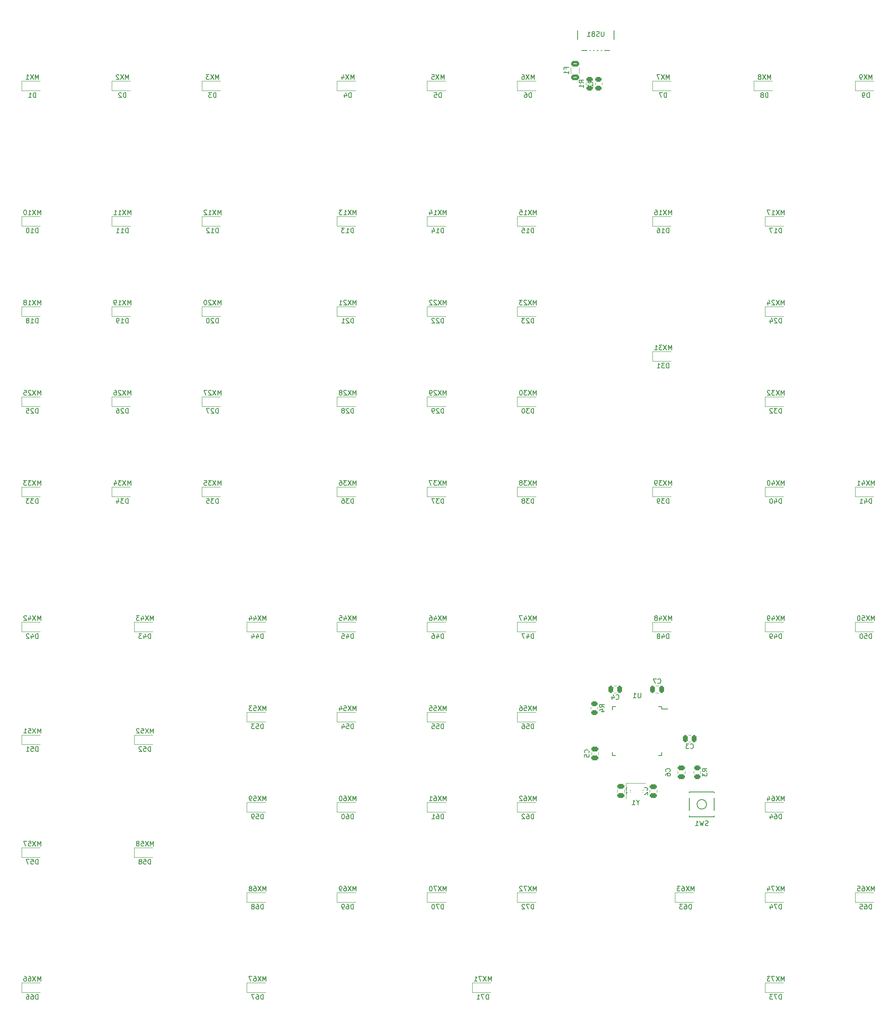
<source format=gbr>
%TF.GenerationSoftware,KiCad,Pcbnew,(6.0.11)*%
%TF.CreationDate,2023-02-04T13:18:20-08:00*%
%TF.ProjectId,MA Command Keyboard changed footprint,4d412043-6f6d-46d6-916e-64204b657962,rev?*%
%TF.SameCoordinates,Original*%
%TF.FileFunction,Legend,Bot*%
%TF.FilePolarity,Positive*%
%FSLAX46Y46*%
G04 Gerber Fmt 4.6, Leading zero omitted, Abs format (unit mm)*
G04 Created by KiCad (PCBNEW (6.0.11)) date 2023-02-04 13:18:20*
%MOMM*%
%LPD*%
G01*
G04 APERTURE LIST*
G04 Aperture macros list*
%AMRoundRect*
0 Rectangle with rounded corners*
0 $1 Rounding radius*
0 $2 $3 $4 $5 $6 $7 $8 $9 X,Y pos of 4 corners*
0 Add a 4 corners polygon primitive as box body*
4,1,4,$2,$3,$4,$5,$6,$7,$8,$9,$2,$3,0*
0 Add four circle primitives for the rounded corners*
1,1,$1+$1,$2,$3*
1,1,$1+$1,$4,$5*
1,1,$1+$1,$6,$7*
1,1,$1+$1,$8,$9*
0 Add four rect primitives between the rounded corners*
20,1,$1+$1,$2,$3,$4,$5,0*
20,1,$1+$1,$4,$5,$6,$7,0*
20,1,$1+$1,$6,$7,$8,$9,0*
20,1,$1+$1,$8,$9,$2,$3,0*%
G04 Aperture macros list end*
%ADD10C,0.150000*%
%ADD11C,0.120000*%
%ADD12R,2.550000X2.500000*%
%ADD13C,1.750000*%
%ADD14C,3.987800*%
%ADD15C,4.000000*%
%ADD16C,3.048000*%
%ADD17R,0.900000X1.200000*%
%ADD18RoundRect,0.250000X-0.475000X0.250000X-0.475000X-0.250000X0.475000X-0.250000X0.475000X0.250000X0*%
%ADD19RoundRect,0.250000X0.475000X-0.250000X0.475000X0.250000X-0.475000X0.250000X-0.475000X-0.250000X0*%
%ADD20R,1.400000X1.200000*%
%ADD21RoundRect,0.250000X-0.250000X-0.475000X0.250000X-0.475000X0.250000X0.475000X-0.250000X0.475000X0*%
%ADD22RoundRect,0.250000X0.450000X-0.262500X0.450000X0.262500X-0.450000X0.262500X-0.450000X-0.262500X0*%
%ADD23R,0.500000X2.250000*%
%ADD24O,1.700000X2.700000*%
%ADD25RoundRect,0.250000X0.250000X0.475000X-0.250000X0.475000X-0.250000X-0.475000X0.250000X-0.475000X0*%
%ADD26RoundRect,0.250000X-0.625000X0.375000X-0.625000X-0.375000X0.625000X-0.375000X0.625000X0.375000X0*%
%ADD27R,1.500000X0.550000*%
%ADD28R,0.550000X1.500000*%
%ADD29RoundRect,0.250000X-0.450000X0.262500X-0.450000X-0.262500X0.450000X-0.262500X0.450000X0.262500X0*%
%ADD30R,1.800000X1.100000*%
%ADD31C,0.800000*%
G04 APERTURE END LIST*
D10*
%TO.C,MX11*%
X-306241695Y-87790280D02*
X-306241695Y-86790280D01*
X-306575028Y-87504566D01*
X-306908361Y-86790280D01*
X-306908361Y-87790280D01*
X-307289314Y-86790280D02*
X-307955980Y-87790280D01*
X-307955980Y-86790280D02*
X-307289314Y-87790280D01*
X-308860742Y-87790280D02*
X-308289314Y-87790280D01*
X-308575028Y-87790280D02*
X-308575028Y-86790280D01*
X-308479790Y-86933138D01*
X-308384552Y-87028376D01*
X-308289314Y-87075995D01*
X-309813123Y-87790280D02*
X-309241695Y-87790280D01*
X-309527409Y-87790280D02*
X-309527409Y-86790280D01*
X-309432171Y-86933138D01*
X-309336933Y-87028376D01*
X-309241695Y-87075995D01*
%TO.C,MX61*%
X-239566695Y-211615280D02*
X-239566695Y-210615280D01*
X-239900028Y-211329566D01*
X-240233361Y-210615280D01*
X-240233361Y-211615280D01*
X-240614314Y-210615280D02*
X-241280980Y-211615280D01*
X-241280980Y-210615280D02*
X-240614314Y-211615280D01*
X-242090504Y-210615280D02*
X-241900028Y-210615280D01*
X-241804790Y-210662900D01*
X-241757171Y-210710519D01*
X-241661933Y-210853376D01*
X-241614314Y-211043852D01*
X-241614314Y-211424804D01*
X-241661933Y-211520042D01*
X-241709552Y-211567661D01*
X-241804790Y-211615280D01*
X-241995266Y-211615280D01*
X-242090504Y-211567661D01*
X-242138123Y-211520042D01*
X-242185742Y-211424804D01*
X-242185742Y-211186709D01*
X-242138123Y-211091471D01*
X-242090504Y-211043852D01*
X-241995266Y-210996233D01*
X-241804790Y-210996233D01*
X-241709552Y-211043852D01*
X-241661933Y-211091471D01*
X-241614314Y-211186709D01*
X-243138123Y-211615280D02*
X-242566695Y-211615280D01*
X-242852409Y-211615280D02*
X-242852409Y-210615280D01*
X-242757171Y-210758138D01*
X-242661933Y-210853376D01*
X-242566695Y-210900995D01*
%TO.C,MX25*%
X-325291695Y-125890280D02*
X-325291695Y-124890280D01*
X-325625028Y-125604566D01*
X-325958361Y-124890280D01*
X-325958361Y-125890280D01*
X-326339314Y-124890280D02*
X-327005980Y-125890280D01*
X-327005980Y-124890280D02*
X-326339314Y-125890280D01*
X-327339314Y-124985519D02*
X-327386933Y-124937900D01*
X-327482171Y-124890280D01*
X-327720266Y-124890280D01*
X-327815504Y-124937900D01*
X-327863123Y-124985519D01*
X-327910742Y-125080757D01*
X-327910742Y-125175995D01*
X-327863123Y-125318852D01*
X-327291695Y-125890280D01*
X-327910742Y-125890280D01*
X-328815504Y-124890280D02*
X-328339314Y-124890280D01*
X-328291695Y-125366471D01*
X-328339314Y-125318852D01*
X-328434552Y-125271233D01*
X-328672647Y-125271233D01*
X-328767885Y-125318852D01*
X-328815504Y-125366471D01*
X-328863123Y-125461709D01*
X-328863123Y-125699804D01*
X-328815504Y-125795042D01*
X-328767885Y-125842661D01*
X-328672647Y-125890280D01*
X-328434552Y-125890280D01*
X-328339314Y-125842661D01*
X-328291695Y-125795042D01*
%TO.C,MX5*%
X-240042885Y-59215280D02*
X-240042885Y-58215280D01*
X-240376219Y-58929566D01*
X-240709552Y-58215280D01*
X-240709552Y-59215280D01*
X-241090504Y-58215280D02*
X-241757171Y-59215280D01*
X-241757171Y-58215280D02*
X-241090504Y-59215280D01*
X-242614314Y-58215280D02*
X-242138123Y-58215280D01*
X-242090504Y-58691471D01*
X-242138123Y-58643852D01*
X-242233361Y-58596233D01*
X-242471457Y-58596233D01*
X-242566695Y-58643852D01*
X-242614314Y-58691471D01*
X-242661933Y-58786709D01*
X-242661933Y-59024804D01*
X-242614314Y-59120042D01*
X-242566695Y-59167661D01*
X-242471457Y-59215280D01*
X-242233361Y-59215280D01*
X-242138123Y-59167661D01*
X-242090504Y-59120042D01*
%TO.C,MX6*%
X-220992885Y-59215280D02*
X-220992885Y-58215280D01*
X-221326219Y-58929566D01*
X-221659552Y-58215280D01*
X-221659552Y-59215280D01*
X-222040504Y-58215280D02*
X-222707171Y-59215280D01*
X-222707171Y-58215280D02*
X-222040504Y-59215280D01*
X-223516695Y-58215280D02*
X-223326219Y-58215280D01*
X-223230980Y-58262900D01*
X-223183361Y-58310519D01*
X-223088123Y-58453376D01*
X-223040504Y-58643852D01*
X-223040504Y-59024804D01*
X-223088123Y-59120042D01*
X-223135742Y-59167661D01*
X-223230980Y-59215280D01*
X-223421457Y-59215280D01*
X-223516695Y-59167661D01*
X-223564314Y-59120042D01*
X-223611933Y-59024804D01*
X-223611933Y-58786709D01*
X-223564314Y-58691471D01*
X-223516695Y-58643852D01*
X-223421457Y-58596233D01*
X-223230980Y-58596233D01*
X-223135742Y-58643852D01*
X-223088123Y-58691471D01*
X-223040504Y-58786709D01*
%TO.C,MX51*%
X-325291695Y-197327780D02*
X-325291695Y-196327780D01*
X-325625028Y-197042066D01*
X-325958361Y-196327780D01*
X-325958361Y-197327780D01*
X-326339314Y-196327780D02*
X-327005980Y-197327780D01*
X-327005980Y-196327780D02*
X-326339314Y-197327780D01*
X-327863123Y-196327780D02*
X-327386933Y-196327780D01*
X-327339314Y-196803971D01*
X-327386933Y-196756352D01*
X-327482171Y-196708733D01*
X-327720266Y-196708733D01*
X-327815504Y-196756352D01*
X-327863123Y-196803971D01*
X-327910742Y-196899209D01*
X-327910742Y-197137304D01*
X-327863123Y-197232542D01*
X-327815504Y-197280161D01*
X-327720266Y-197327780D01*
X-327482171Y-197327780D01*
X-327386933Y-197280161D01*
X-327339314Y-197232542D01*
X-328863123Y-197327780D02*
X-328291695Y-197327780D01*
X-328577409Y-197327780D02*
X-328577409Y-196327780D01*
X-328482171Y-196470638D01*
X-328386933Y-196565876D01*
X-328291695Y-196613495D01*
%TO.C,MX46*%
X-239566695Y-173515280D02*
X-239566695Y-172515280D01*
X-239900028Y-173229566D01*
X-240233361Y-172515280D01*
X-240233361Y-173515280D01*
X-240614314Y-172515280D02*
X-241280980Y-173515280D01*
X-241280980Y-172515280D02*
X-240614314Y-173515280D01*
X-242090504Y-172848614D02*
X-242090504Y-173515280D01*
X-241852409Y-172467661D02*
X-241614314Y-173181947D01*
X-242233361Y-173181947D01*
X-243042885Y-172515280D02*
X-242852409Y-172515280D01*
X-242757171Y-172562900D01*
X-242709552Y-172610519D01*
X-242614314Y-172753376D01*
X-242566695Y-172943852D01*
X-242566695Y-173324804D01*
X-242614314Y-173420042D01*
X-242661933Y-173467661D01*
X-242757171Y-173515280D01*
X-242947647Y-173515280D01*
X-243042885Y-173467661D01*
X-243090504Y-173420042D01*
X-243138123Y-173324804D01*
X-243138123Y-173086709D01*
X-243090504Y-172991471D01*
X-243042885Y-172943852D01*
X-242947647Y-172896233D01*
X-242757171Y-172896233D01*
X-242661933Y-172943852D01*
X-242614314Y-172991471D01*
X-242566695Y-173086709D01*
%TO.C,MX72*%
X-220516695Y-230665280D02*
X-220516695Y-229665280D01*
X-220850028Y-230379566D01*
X-221183361Y-229665280D01*
X-221183361Y-230665280D01*
X-221564314Y-229665280D02*
X-222230980Y-230665280D01*
X-222230980Y-229665280D02*
X-221564314Y-230665280D01*
X-222516695Y-229665280D02*
X-223183361Y-229665280D01*
X-222754790Y-230665280D01*
X-223516695Y-229760519D02*
X-223564314Y-229712900D01*
X-223659552Y-229665280D01*
X-223897647Y-229665280D01*
X-223992885Y-229712900D01*
X-224040504Y-229760519D01*
X-224088123Y-229855757D01*
X-224088123Y-229950995D01*
X-224040504Y-230093852D01*
X-223469076Y-230665280D01*
X-224088123Y-230665280D01*
%TO.C,MX57*%
X-325291695Y-221140280D02*
X-325291695Y-220140280D01*
X-325625028Y-220854566D01*
X-325958361Y-220140280D01*
X-325958361Y-221140280D01*
X-326339314Y-220140280D02*
X-327005980Y-221140280D01*
X-327005980Y-220140280D02*
X-326339314Y-221140280D01*
X-327863123Y-220140280D02*
X-327386933Y-220140280D01*
X-327339314Y-220616471D01*
X-327386933Y-220568852D01*
X-327482171Y-220521233D01*
X-327720266Y-220521233D01*
X-327815504Y-220568852D01*
X-327863123Y-220616471D01*
X-327910742Y-220711709D01*
X-327910742Y-220949804D01*
X-327863123Y-221045042D01*
X-327815504Y-221092661D01*
X-327720266Y-221140280D01*
X-327482171Y-221140280D01*
X-327386933Y-221092661D01*
X-327339314Y-221045042D01*
X-328244076Y-220140280D02*
X-328910742Y-220140280D01*
X-328482171Y-221140280D01*
%TO.C,MX19*%
X-306241695Y-106840280D02*
X-306241695Y-105840280D01*
X-306575028Y-106554566D01*
X-306908361Y-105840280D01*
X-306908361Y-106840280D01*
X-307289314Y-105840280D02*
X-307955980Y-106840280D01*
X-307955980Y-105840280D02*
X-307289314Y-106840280D01*
X-308860742Y-106840280D02*
X-308289314Y-106840280D01*
X-308575028Y-106840280D02*
X-308575028Y-105840280D01*
X-308479790Y-105983138D01*
X-308384552Y-106078376D01*
X-308289314Y-106125995D01*
X-309336933Y-106840280D02*
X-309527409Y-106840280D01*
X-309622647Y-106792661D01*
X-309670266Y-106745042D01*
X-309765504Y-106602185D01*
X-309813123Y-106411709D01*
X-309813123Y-106030757D01*
X-309765504Y-105935519D01*
X-309717885Y-105887900D01*
X-309622647Y-105840280D01*
X-309432171Y-105840280D01*
X-309336933Y-105887900D01*
X-309289314Y-105935519D01*
X-309241695Y-106030757D01*
X-309241695Y-106268852D01*
X-309289314Y-106364090D01*
X-309336933Y-106411709D01*
X-309432171Y-106459328D01*
X-309622647Y-106459328D01*
X-309717885Y-106411709D01*
X-309765504Y-106364090D01*
X-309813123Y-106268852D01*
%TO.C,MX69*%
X-258616695Y-230665280D02*
X-258616695Y-229665280D01*
X-258950028Y-230379566D01*
X-259283361Y-229665280D01*
X-259283361Y-230665280D01*
X-259664314Y-229665280D02*
X-260330980Y-230665280D01*
X-260330980Y-229665280D02*
X-259664314Y-230665280D01*
X-261140504Y-229665280D02*
X-260950028Y-229665280D01*
X-260854790Y-229712900D01*
X-260807171Y-229760519D01*
X-260711933Y-229903376D01*
X-260664314Y-230093852D01*
X-260664314Y-230474804D01*
X-260711933Y-230570042D01*
X-260759552Y-230617661D01*
X-260854790Y-230665280D01*
X-261045266Y-230665280D01*
X-261140504Y-230617661D01*
X-261188123Y-230570042D01*
X-261235742Y-230474804D01*
X-261235742Y-230236709D01*
X-261188123Y-230141471D01*
X-261140504Y-230093852D01*
X-261045266Y-230046233D01*
X-260854790Y-230046233D01*
X-260759552Y-230093852D01*
X-260711933Y-230141471D01*
X-260664314Y-230236709D01*
X-261711933Y-230665280D02*
X-261902409Y-230665280D01*
X-261997647Y-230617661D01*
X-262045266Y-230570042D01*
X-262140504Y-230427185D01*
X-262188123Y-230236709D01*
X-262188123Y-229855757D01*
X-262140504Y-229760519D01*
X-262092885Y-229712900D01*
X-261997647Y-229665280D01*
X-261807171Y-229665280D01*
X-261711933Y-229712900D01*
X-261664314Y-229760519D01*
X-261616695Y-229855757D01*
X-261616695Y-230093852D01*
X-261664314Y-230189090D01*
X-261711933Y-230236709D01*
X-261807171Y-230284328D01*
X-261997647Y-230284328D01*
X-262092885Y-230236709D01*
X-262140504Y-230189090D01*
X-262188123Y-230093852D01*
%TO.C,MX55*%
X-239566695Y-192565280D02*
X-239566695Y-191565280D01*
X-239900028Y-192279566D01*
X-240233361Y-191565280D01*
X-240233361Y-192565280D01*
X-240614314Y-191565280D02*
X-241280980Y-192565280D01*
X-241280980Y-191565280D02*
X-240614314Y-192565280D01*
X-242138123Y-191565280D02*
X-241661933Y-191565280D01*
X-241614314Y-192041471D01*
X-241661933Y-191993852D01*
X-241757171Y-191946233D01*
X-241995266Y-191946233D01*
X-242090504Y-191993852D01*
X-242138123Y-192041471D01*
X-242185742Y-192136709D01*
X-242185742Y-192374804D01*
X-242138123Y-192470042D01*
X-242090504Y-192517661D01*
X-241995266Y-192565280D01*
X-241757171Y-192565280D01*
X-241661933Y-192517661D01*
X-241614314Y-192470042D01*
X-243090504Y-191565280D02*
X-242614314Y-191565280D01*
X-242566695Y-192041471D01*
X-242614314Y-191993852D01*
X-242709552Y-191946233D01*
X-242947647Y-191946233D01*
X-243042885Y-191993852D01*
X-243090504Y-192041471D01*
X-243138123Y-192136709D01*
X-243138123Y-192374804D01*
X-243090504Y-192470042D01*
X-243042885Y-192517661D01*
X-242947647Y-192565280D01*
X-242709552Y-192565280D01*
X-242614314Y-192517661D01*
X-242566695Y-192470042D01*
%TO.C,MX22*%
X-239566695Y-106840280D02*
X-239566695Y-105840280D01*
X-239900028Y-106554566D01*
X-240233361Y-105840280D01*
X-240233361Y-106840280D01*
X-240614314Y-105840280D02*
X-241280980Y-106840280D01*
X-241280980Y-105840280D02*
X-240614314Y-106840280D01*
X-241614314Y-105935519D02*
X-241661933Y-105887900D01*
X-241757171Y-105840280D01*
X-241995266Y-105840280D01*
X-242090504Y-105887900D01*
X-242138123Y-105935519D01*
X-242185742Y-106030757D01*
X-242185742Y-106125995D01*
X-242138123Y-106268852D01*
X-241566695Y-106840280D01*
X-242185742Y-106840280D01*
X-242566695Y-105935519D02*
X-242614314Y-105887900D01*
X-242709552Y-105840280D01*
X-242947647Y-105840280D01*
X-243042885Y-105887900D01*
X-243090504Y-105935519D01*
X-243138123Y-106030757D01*
X-243138123Y-106125995D01*
X-243090504Y-106268852D01*
X-242519076Y-106840280D01*
X-243138123Y-106840280D01*
%TO.C,MX9*%
X-149555385Y-59215280D02*
X-149555385Y-58215280D01*
X-149888719Y-58929566D01*
X-150222052Y-58215280D01*
X-150222052Y-59215280D01*
X-150603004Y-58215280D02*
X-151269671Y-59215280D01*
X-151269671Y-58215280D02*
X-150603004Y-59215280D01*
X-151698242Y-59215280D02*
X-151888719Y-59215280D01*
X-151983957Y-59167661D01*
X-152031576Y-59120042D01*
X-152126814Y-58977185D01*
X-152174433Y-58786709D01*
X-152174433Y-58405757D01*
X-152126814Y-58310519D01*
X-152079195Y-58262900D01*
X-151983957Y-58215280D01*
X-151793480Y-58215280D01*
X-151698242Y-58262900D01*
X-151650623Y-58310519D01*
X-151603004Y-58405757D01*
X-151603004Y-58643852D01*
X-151650623Y-58739090D01*
X-151698242Y-58786709D01*
X-151793480Y-58834328D01*
X-151983957Y-58834328D01*
X-152079195Y-58786709D01*
X-152126814Y-58739090D01*
X-152174433Y-58643852D01*
%TO.C,MX67*%
X-277666695Y-249715280D02*
X-277666695Y-248715280D01*
X-278000028Y-249429566D01*
X-278333361Y-248715280D01*
X-278333361Y-249715280D01*
X-278714314Y-248715280D02*
X-279380980Y-249715280D01*
X-279380980Y-248715280D02*
X-278714314Y-249715280D01*
X-280190504Y-248715280D02*
X-280000028Y-248715280D01*
X-279904790Y-248762900D01*
X-279857171Y-248810519D01*
X-279761933Y-248953376D01*
X-279714314Y-249143852D01*
X-279714314Y-249524804D01*
X-279761933Y-249620042D01*
X-279809552Y-249667661D01*
X-279904790Y-249715280D01*
X-280095266Y-249715280D01*
X-280190504Y-249667661D01*
X-280238123Y-249620042D01*
X-280285742Y-249524804D01*
X-280285742Y-249286709D01*
X-280238123Y-249191471D01*
X-280190504Y-249143852D01*
X-280095266Y-249096233D01*
X-279904790Y-249096233D01*
X-279809552Y-249143852D01*
X-279761933Y-249191471D01*
X-279714314Y-249286709D01*
X-280619076Y-248715280D02*
X-281285742Y-248715280D01*
X-280857171Y-249715280D01*
%TO.C,MX49*%
X-168129195Y-173515280D02*
X-168129195Y-172515280D01*
X-168462528Y-173229566D01*
X-168795861Y-172515280D01*
X-168795861Y-173515280D01*
X-169176814Y-172515280D02*
X-169843480Y-173515280D01*
X-169843480Y-172515280D02*
X-169176814Y-173515280D01*
X-170653004Y-172848614D02*
X-170653004Y-173515280D01*
X-170414909Y-172467661D02*
X-170176814Y-173181947D01*
X-170795861Y-173181947D01*
X-171224433Y-173515280D02*
X-171414909Y-173515280D01*
X-171510147Y-173467661D01*
X-171557766Y-173420042D01*
X-171653004Y-173277185D01*
X-171700623Y-173086709D01*
X-171700623Y-172705757D01*
X-171653004Y-172610519D01*
X-171605385Y-172562900D01*
X-171510147Y-172515280D01*
X-171319671Y-172515280D01*
X-171224433Y-172562900D01*
X-171176814Y-172610519D01*
X-171129195Y-172705757D01*
X-171129195Y-172943852D01*
X-171176814Y-173039090D01*
X-171224433Y-173086709D01*
X-171319671Y-173134328D01*
X-171510147Y-173134328D01*
X-171605385Y-173086709D01*
X-171653004Y-173039090D01*
X-171700623Y-172943852D01*
%TO.C,MX35*%
X-287191695Y-144940280D02*
X-287191695Y-143940280D01*
X-287525028Y-144654566D01*
X-287858361Y-143940280D01*
X-287858361Y-144940280D01*
X-288239314Y-143940280D02*
X-288905980Y-144940280D01*
X-288905980Y-143940280D02*
X-288239314Y-144940280D01*
X-289191695Y-143940280D02*
X-289810742Y-143940280D01*
X-289477409Y-144321233D01*
X-289620266Y-144321233D01*
X-289715504Y-144368852D01*
X-289763123Y-144416471D01*
X-289810742Y-144511709D01*
X-289810742Y-144749804D01*
X-289763123Y-144845042D01*
X-289715504Y-144892661D01*
X-289620266Y-144940280D01*
X-289334552Y-144940280D01*
X-289239314Y-144892661D01*
X-289191695Y-144845042D01*
X-290715504Y-143940280D02*
X-290239314Y-143940280D01*
X-290191695Y-144416471D01*
X-290239314Y-144368852D01*
X-290334552Y-144321233D01*
X-290572647Y-144321233D01*
X-290667885Y-144368852D01*
X-290715504Y-144416471D01*
X-290763123Y-144511709D01*
X-290763123Y-144749804D01*
X-290715504Y-144845042D01*
X-290667885Y-144892661D01*
X-290572647Y-144940280D01*
X-290334552Y-144940280D01*
X-290239314Y-144892661D01*
X-290191695Y-144845042D01*
%TO.C,MX36*%
X-258616695Y-144940280D02*
X-258616695Y-143940280D01*
X-258950028Y-144654566D01*
X-259283361Y-143940280D01*
X-259283361Y-144940280D01*
X-259664314Y-143940280D02*
X-260330980Y-144940280D01*
X-260330980Y-143940280D02*
X-259664314Y-144940280D01*
X-260616695Y-143940280D02*
X-261235742Y-143940280D01*
X-260902409Y-144321233D01*
X-261045266Y-144321233D01*
X-261140504Y-144368852D01*
X-261188123Y-144416471D01*
X-261235742Y-144511709D01*
X-261235742Y-144749804D01*
X-261188123Y-144845042D01*
X-261140504Y-144892661D01*
X-261045266Y-144940280D01*
X-260759552Y-144940280D01*
X-260664314Y-144892661D01*
X-260616695Y-144845042D01*
X-262092885Y-143940280D02*
X-261902409Y-143940280D01*
X-261807171Y-143987900D01*
X-261759552Y-144035519D01*
X-261664314Y-144178376D01*
X-261616695Y-144368852D01*
X-261616695Y-144749804D01*
X-261664314Y-144845042D01*
X-261711933Y-144892661D01*
X-261807171Y-144940280D01*
X-261997647Y-144940280D01*
X-262092885Y-144892661D01*
X-262140504Y-144845042D01*
X-262188123Y-144749804D01*
X-262188123Y-144511709D01*
X-262140504Y-144416471D01*
X-262092885Y-144368852D01*
X-261997647Y-144321233D01*
X-261807171Y-144321233D01*
X-261711933Y-144368852D01*
X-261664314Y-144416471D01*
X-261616695Y-144511709D01*
%TO.C,MX12*%
X-287191695Y-87790280D02*
X-287191695Y-86790280D01*
X-287525028Y-87504566D01*
X-287858361Y-86790280D01*
X-287858361Y-87790280D01*
X-288239314Y-86790280D02*
X-288905980Y-87790280D01*
X-288905980Y-86790280D02*
X-288239314Y-87790280D01*
X-289810742Y-87790280D02*
X-289239314Y-87790280D01*
X-289525028Y-87790280D02*
X-289525028Y-86790280D01*
X-289429790Y-86933138D01*
X-289334552Y-87028376D01*
X-289239314Y-87075995D01*
X-290191695Y-86885519D02*
X-290239314Y-86837900D01*
X-290334552Y-86790280D01*
X-290572647Y-86790280D01*
X-290667885Y-86837900D01*
X-290715504Y-86885519D01*
X-290763123Y-86980757D01*
X-290763123Y-87075995D01*
X-290715504Y-87218852D01*
X-290144076Y-87790280D01*
X-290763123Y-87790280D01*
%TO.C,MX68*%
X-277666695Y-230665280D02*
X-277666695Y-229665280D01*
X-278000028Y-230379566D01*
X-278333361Y-229665280D01*
X-278333361Y-230665280D01*
X-278714314Y-229665280D02*
X-279380980Y-230665280D01*
X-279380980Y-229665280D02*
X-278714314Y-230665280D01*
X-280190504Y-229665280D02*
X-280000028Y-229665280D01*
X-279904790Y-229712900D01*
X-279857171Y-229760519D01*
X-279761933Y-229903376D01*
X-279714314Y-230093852D01*
X-279714314Y-230474804D01*
X-279761933Y-230570042D01*
X-279809552Y-230617661D01*
X-279904790Y-230665280D01*
X-280095266Y-230665280D01*
X-280190504Y-230617661D01*
X-280238123Y-230570042D01*
X-280285742Y-230474804D01*
X-280285742Y-230236709D01*
X-280238123Y-230141471D01*
X-280190504Y-230093852D01*
X-280095266Y-230046233D01*
X-279904790Y-230046233D01*
X-279809552Y-230093852D01*
X-279761933Y-230141471D01*
X-279714314Y-230236709D01*
X-280857171Y-230093852D02*
X-280761933Y-230046233D01*
X-280714314Y-229998614D01*
X-280666695Y-229903376D01*
X-280666695Y-229855757D01*
X-280714314Y-229760519D01*
X-280761933Y-229712900D01*
X-280857171Y-229665280D01*
X-281047647Y-229665280D01*
X-281142885Y-229712900D01*
X-281190504Y-229760519D01*
X-281238123Y-229855757D01*
X-281238123Y-229903376D01*
X-281190504Y-229998614D01*
X-281142885Y-230046233D01*
X-281047647Y-230093852D01*
X-280857171Y-230093852D01*
X-280761933Y-230141471D01*
X-280714314Y-230189090D01*
X-280666695Y-230284328D01*
X-280666695Y-230474804D01*
X-280714314Y-230570042D01*
X-280761933Y-230617661D01*
X-280857171Y-230665280D01*
X-281047647Y-230665280D01*
X-281142885Y-230617661D01*
X-281190504Y-230570042D01*
X-281238123Y-230474804D01*
X-281238123Y-230284328D01*
X-281190504Y-230189090D01*
X-281142885Y-230141471D01*
X-281047647Y-230093852D01*
%TO.C,MX42*%
X-325291695Y-173515280D02*
X-325291695Y-172515280D01*
X-325625028Y-173229566D01*
X-325958361Y-172515280D01*
X-325958361Y-173515280D01*
X-326339314Y-172515280D02*
X-327005980Y-173515280D01*
X-327005980Y-172515280D02*
X-326339314Y-173515280D01*
X-327815504Y-172848614D02*
X-327815504Y-173515280D01*
X-327577409Y-172467661D02*
X-327339314Y-173181947D01*
X-327958361Y-173181947D01*
X-328291695Y-172610519D02*
X-328339314Y-172562900D01*
X-328434552Y-172515280D01*
X-328672647Y-172515280D01*
X-328767885Y-172562900D01*
X-328815504Y-172610519D01*
X-328863123Y-172705757D01*
X-328863123Y-172800995D01*
X-328815504Y-172943852D01*
X-328244076Y-173515280D01*
X-328863123Y-173515280D01*
%TO.C,MX52*%
X-301479195Y-197327780D02*
X-301479195Y-196327780D01*
X-301812528Y-197042066D01*
X-302145861Y-196327780D01*
X-302145861Y-197327780D01*
X-302526814Y-196327780D02*
X-303193480Y-197327780D01*
X-303193480Y-196327780D02*
X-302526814Y-197327780D01*
X-304050623Y-196327780D02*
X-303574433Y-196327780D01*
X-303526814Y-196803971D01*
X-303574433Y-196756352D01*
X-303669671Y-196708733D01*
X-303907766Y-196708733D01*
X-304003004Y-196756352D01*
X-304050623Y-196803971D01*
X-304098242Y-196899209D01*
X-304098242Y-197137304D01*
X-304050623Y-197232542D01*
X-304003004Y-197280161D01*
X-303907766Y-197327780D01*
X-303669671Y-197327780D01*
X-303574433Y-197280161D01*
X-303526814Y-197232542D01*
X-304479195Y-196423019D02*
X-304526814Y-196375400D01*
X-304622052Y-196327780D01*
X-304860147Y-196327780D01*
X-304955385Y-196375400D01*
X-305003004Y-196423019D01*
X-305050623Y-196518257D01*
X-305050623Y-196613495D01*
X-305003004Y-196756352D01*
X-304431576Y-197327780D01*
X-305050623Y-197327780D01*
%TO.C,MX15*%
X-220516695Y-87790280D02*
X-220516695Y-86790280D01*
X-220850028Y-87504566D01*
X-221183361Y-86790280D01*
X-221183361Y-87790280D01*
X-221564314Y-86790280D02*
X-222230980Y-87790280D01*
X-222230980Y-86790280D02*
X-221564314Y-87790280D01*
X-223135742Y-87790280D02*
X-222564314Y-87790280D01*
X-222850028Y-87790280D02*
X-222850028Y-86790280D01*
X-222754790Y-86933138D01*
X-222659552Y-87028376D01*
X-222564314Y-87075995D01*
X-224040504Y-86790280D02*
X-223564314Y-86790280D01*
X-223516695Y-87266471D01*
X-223564314Y-87218852D01*
X-223659552Y-87171233D01*
X-223897647Y-87171233D01*
X-223992885Y-87218852D01*
X-224040504Y-87266471D01*
X-224088123Y-87361709D01*
X-224088123Y-87599804D01*
X-224040504Y-87695042D01*
X-223992885Y-87742661D01*
X-223897647Y-87790280D01*
X-223659552Y-87790280D01*
X-223564314Y-87742661D01*
X-223516695Y-87695042D01*
%TO.C,MX14*%
X-239566695Y-87790280D02*
X-239566695Y-86790280D01*
X-239900028Y-87504566D01*
X-240233361Y-86790280D01*
X-240233361Y-87790280D01*
X-240614314Y-86790280D02*
X-241280980Y-87790280D01*
X-241280980Y-86790280D02*
X-240614314Y-87790280D01*
X-242185742Y-87790280D02*
X-241614314Y-87790280D01*
X-241900028Y-87790280D02*
X-241900028Y-86790280D01*
X-241804790Y-86933138D01*
X-241709552Y-87028376D01*
X-241614314Y-87075995D01*
X-243042885Y-87123614D02*
X-243042885Y-87790280D01*
X-242804790Y-86742661D02*
X-242566695Y-87456947D01*
X-243185742Y-87456947D01*
%TO.C,MX53*%
X-277666695Y-192565280D02*
X-277666695Y-191565280D01*
X-278000028Y-192279566D01*
X-278333361Y-191565280D01*
X-278333361Y-192565280D01*
X-278714314Y-191565280D02*
X-279380980Y-192565280D01*
X-279380980Y-191565280D02*
X-278714314Y-192565280D01*
X-280238123Y-191565280D02*
X-279761933Y-191565280D01*
X-279714314Y-192041471D01*
X-279761933Y-191993852D01*
X-279857171Y-191946233D01*
X-280095266Y-191946233D01*
X-280190504Y-191993852D01*
X-280238123Y-192041471D01*
X-280285742Y-192136709D01*
X-280285742Y-192374804D01*
X-280238123Y-192470042D01*
X-280190504Y-192517661D01*
X-280095266Y-192565280D01*
X-279857171Y-192565280D01*
X-279761933Y-192517661D01*
X-279714314Y-192470042D01*
X-280619076Y-191565280D02*
X-281238123Y-191565280D01*
X-280904790Y-191946233D01*
X-281047647Y-191946233D01*
X-281142885Y-191993852D01*
X-281190504Y-192041471D01*
X-281238123Y-192136709D01*
X-281238123Y-192374804D01*
X-281190504Y-192470042D01*
X-281142885Y-192517661D01*
X-281047647Y-192565280D01*
X-280761933Y-192565280D01*
X-280666695Y-192517661D01*
X-280619076Y-192470042D01*
%TO.C,MX40*%
X-168129195Y-144940280D02*
X-168129195Y-143940280D01*
X-168462528Y-144654566D01*
X-168795861Y-143940280D01*
X-168795861Y-144940280D01*
X-169176814Y-143940280D02*
X-169843480Y-144940280D01*
X-169843480Y-143940280D02*
X-169176814Y-144940280D01*
X-170653004Y-144273614D02*
X-170653004Y-144940280D01*
X-170414909Y-143892661D02*
X-170176814Y-144606947D01*
X-170795861Y-144606947D01*
X-171367290Y-143940280D02*
X-171462528Y-143940280D01*
X-171557766Y-143987900D01*
X-171605385Y-144035519D01*
X-171653004Y-144130757D01*
X-171700623Y-144321233D01*
X-171700623Y-144559328D01*
X-171653004Y-144749804D01*
X-171605385Y-144845042D01*
X-171557766Y-144892661D01*
X-171462528Y-144940280D01*
X-171367290Y-144940280D01*
X-171272052Y-144892661D01*
X-171224433Y-144845042D01*
X-171176814Y-144749804D01*
X-171129195Y-144559328D01*
X-171129195Y-144321233D01*
X-171176814Y-144130757D01*
X-171224433Y-144035519D01*
X-171272052Y-143987900D01*
X-171367290Y-143940280D01*
%TO.C,MX66*%
X-325291695Y-249715280D02*
X-325291695Y-248715280D01*
X-325625028Y-249429566D01*
X-325958361Y-248715280D01*
X-325958361Y-249715280D01*
X-326339314Y-248715280D02*
X-327005980Y-249715280D01*
X-327005980Y-248715280D02*
X-326339314Y-249715280D01*
X-327815504Y-248715280D02*
X-327625028Y-248715280D01*
X-327529790Y-248762900D01*
X-327482171Y-248810519D01*
X-327386933Y-248953376D01*
X-327339314Y-249143852D01*
X-327339314Y-249524804D01*
X-327386933Y-249620042D01*
X-327434552Y-249667661D01*
X-327529790Y-249715280D01*
X-327720266Y-249715280D01*
X-327815504Y-249667661D01*
X-327863123Y-249620042D01*
X-327910742Y-249524804D01*
X-327910742Y-249286709D01*
X-327863123Y-249191471D01*
X-327815504Y-249143852D01*
X-327720266Y-249096233D01*
X-327529790Y-249096233D01*
X-327434552Y-249143852D01*
X-327386933Y-249191471D01*
X-327339314Y-249286709D01*
X-328767885Y-248715280D02*
X-328577409Y-248715280D01*
X-328482171Y-248762900D01*
X-328434552Y-248810519D01*
X-328339314Y-248953376D01*
X-328291695Y-249143852D01*
X-328291695Y-249524804D01*
X-328339314Y-249620042D01*
X-328386933Y-249667661D01*
X-328482171Y-249715280D01*
X-328672647Y-249715280D01*
X-328767885Y-249667661D01*
X-328815504Y-249620042D01*
X-328863123Y-249524804D01*
X-328863123Y-249286709D01*
X-328815504Y-249191471D01*
X-328767885Y-249143852D01*
X-328672647Y-249096233D01*
X-328482171Y-249096233D01*
X-328386933Y-249143852D01*
X-328339314Y-249191471D01*
X-328291695Y-249286709D01*
%TO.C,MX10*%
X-325291695Y-87790280D02*
X-325291695Y-86790280D01*
X-325625028Y-87504566D01*
X-325958361Y-86790280D01*
X-325958361Y-87790280D01*
X-326339314Y-86790280D02*
X-327005980Y-87790280D01*
X-327005980Y-86790280D02*
X-326339314Y-87790280D01*
X-327910742Y-87790280D02*
X-327339314Y-87790280D01*
X-327625028Y-87790280D02*
X-327625028Y-86790280D01*
X-327529790Y-86933138D01*
X-327434552Y-87028376D01*
X-327339314Y-87075995D01*
X-328529790Y-86790280D02*
X-328625028Y-86790280D01*
X-328720266Y-86837900D01*
X-328767885Y-86885519D01*
X-328815504Y-86980757D01*
X-328863123Y-87171233D01*
X-328863123Y-87409328D01*
X-328815504Y-87599804D01*
X-328767885Y-87695042D01*
X-328720266Y-87742661D01*
X-328625028Y-87790280D01*
X-328529790Y-87790280D01*
X-328434552Y-87742661D01*
X-328386933Y-87695042D01*
X-328339314Y-87599804D01*
X-328291695Y-87409328D01*
X-328291695Y-87171233D01*
X-328339314Y-86980757D01*
X-328386933Y-86885519D01*
X-328434552Y-86837900D01*
X-328529790Y-86790280D01*
%TO.C,MX21*%
X-258616695Y-106840280D02*
X-258616695Y-105840280D01*
X-258950028Y-106554566D01*
X-259283361Y-105840280D01*
X-259283361Y-106840280D01*
X-259664314Y-105840280D02*
X-260330980Y-106840280D01*
X-260330980Y-105840280D02*
X-259664314Y-106840280D01*
X-260664314Y-105935519D02*
X-260711933Y-105887900D01*
X-260807171Y-105840280D01*
X-261045266Y-105840280D01*
X-261140504Y-105887900D01*
X-261188123Y-105935519D01*
X-261235742Y-106030757D01*
X-261235742Y-106125995D01*
X-261188123Y-106268852D01*
X-260616695Y-106840280D01*
X-261235742Y-106840280D01*
X-262188123Y-106840280D02*
X-261616695Y-106840280D01*
X-261902409Y-106840280D02*
X-261902409Y-105840280D01*
X-261807171Y-105983138D01*
X-261711933Y-106078376D01*
X-261616695Y-106125995D01*
%TO.C,MX62*%
X-220516695Y-211615280D02*
X-220516695Y-210615280D01*
X-220850028Y-211329566D01*
X-221183361Y-210615280D01*
X-221183361Y-211615280D01*
X-221564314Y-210615280D02*
X-222230980Y-211615280D01*
X-222230980Y-210615280D02*
X-221564314Y-211615280D01*
X-223040504Y-210615280D02*
X-222850028Y-210615280D01*
X-222754790Y-210662900D01*
X-222707171Y-210710519D01*
X-222611933Y-210853376D01*
X-222564314Y-211043852D01*
X-222564314Y-211424804D01*
X-222611933Y-211520042D01*
X-222659552Y-211567661D01*
X-222754790Y-211615280D01*
X-222945266Y-211615280D01*
X-223040504Y-211567661D01*
X-223088123Y-211520042D01*
X-223135742Y-211424804D01*
X-223135742Y-211186709D01*
X-223088123Y-211091471D01*
X-223040504Y-211043852D01*
X-222945266Y-210996233D01*
X-222754790Y-210996233D01*
X-222659552Y-211043852D01*
X-222611933Y-211091471D01*
X-222564314Y-211186709D01*
X-223516695Y-210710519D02*
X-223564314Y-210662900D01*
X-223659552Y-210615280D01*
X-223897647Y-210615280D01*
X-223992885Y-210662900D01*
X-224040504Y-210710519D01*
X-224088123Y-210805757D01*
X-224088123Y-210900995D01*
X-224040504Y-211043852D01*
X-223469076Y-211615280D01*
X-224088123Y-211615280D01*
%TO.C,MX32*%
X-168129195Y-125890280D02*
X-168129195Y-124890280D01*
X-168462528Y-125604566D01*
X-168795861Y-124890280D01*
X-168795861Y-125890280D01*
X-169176814Y-124890280D02*
X-169843480Y-125890280D01*
X-169843480Y-124890280D02*
X-169176814Y-125890280D01*
X-170129195Y-124890280D02*
X-170748242Y-124890280D01*
X-170414909Y-125271233D01*
X-170557766Y-125271233D01*
X-170653004Y-125318852D01*
X-170700623Y-125366471D01*
X-170748242Y-125461709D01*
X-170748242Y-125699804D01*
X-170700623Y-125795042D01*
X-170653004Y-125842661D01*
X-170557766Y-125890280D01*
X-170272052Y-125890280D01*
X-170176814Y-125842661D01*
X-170129195Y-125795042D01*
X-171129195Y-124985519D02*
X-171176814Y-124937900D01*
X-171272052Y-124890280D01*
X-171510147Y-124890280D01*
X-171605385Y-124937900D01*
X-171653004Y-124985519D01*
X-171700623Y-125080757D01*
X-171700623Y-125175995D01*
X-171653004Y-125318852D01*
X-171081576Y-125890280D01*
X-171700623Y-125890280D01*
%TO.C,MX56*%
X-220516695Y-192565280D02*
X-220516695Y-191565280D01*
X-220850028Y-192279566D01*
X-221183361Y-191565280D01*
X-221183361Y-192565280D01*
X-221564314Y-191565280D02*
X-222230980Y-192565280D01*
X-222230980Y-191565280D02*
X-221564314Y-192565280D01*
X-223088123Y-191565280D02*
X-222611933Y-191565280D01*
X-222564314Y-192041471D01*
X-222611933Y-191993852D01*
X-222707171Y-191946233D01*
X-222945266Y-191946233D01*
X-223040504Y-191993852D01*
X-223088123Y-192041471D01*
X-223135742Y-192136709D01*
X-223135742Y-192374804D01*
X-223088123Y-192470042D01*
X-223040504Y-192517661D01*
X-222945266Y-192565280D01*
X-222707171Y-192565280D01*
X-222611933Y-192517661D01*
X-222564314Y-192470042D01*
X-223992885Y-191565280D02*
X-223802409Y-191565280D01*
X-223707171Y-191612900D01*
X-223659552Y-191660519D01*
X-223564314Y-191803376D01*
X-223516695Y-191993852D01*
X-223516695Y-192374804D01*
X-223564314Y-192470042D01*
X-223611933Y-192517661D01*
X-223707171Y-192565280D01*
X-223897647Y-192565280D01*
X-223992885Y-192517661D01*
X-224040504Y-192470042D01*
X-224088123Y-192374804D01*
X-224088123Y-192136709D01*
X-224040504Y-192041471D01*
X-223992885Y-191993852D01*
X-223897647Y-191946233D01*
X-223707171Y-191946233D01*
X-223611933Y-191993852D01*
X-223564314Y-192041471D01*
X-223516695Y-192136709D01*
%TO.C,MX38*%
X-220516695Y-144940280D02*
X-220516695Y-143940280D01*
X-220850028Y-144654566D01*
X-221183361Y-143940280D01*
X-221183361Y-144940280D01*
X-221564314Y-143940280D02*
X-222230980Y-144940280D01*
X-222230980Y-143940280D02*
X-221564314Y-144940280D01*
X-222516695Y-143940280D02*
X-223135742Y-143940280D01*
X-222802409Y-144321233D01*
X-222945266Y-144321233D01*
X-223040504Y-144368852D01*
X-223088123Y-144416471D01*
X-223135742Y-144511709D01*
X-223135742Y-144749804D01*
X-223088123Y-144845042D01*
X-223040504Y-144892661D01*
X-222945266Y-144940280D01*
X-222659552Y-144940280D01*
X-222564314Y-144892661D01*
X-222516695Y-144845042D01*
X-223707171Y-144368852D02*
X-223611933Y-144321233D01*
X-223564314Y-144273614D01*
X-223516695Y-144178376D01*
X-223516695Y-144130757D01*
X-223564314Y-144035519D01*
X-223611933Y-143987900D01*
X-223707171Y-143940280D01*
X-223897647Y-143940280D01*
X-223992885Y-143987900D01*
X-224040504Y-144035519D01*
X-224088123Y-144130757D01*
X-224088123Y-144178376D01*
X-224040504Y-144273614D01*
X-223992885Y-144321233D01*
X-223897647Y-144368852D01*
X-223707171Y-144368852D01*
X-223611933Y-144416471D01*
X-223564314Y-144464090D01*
X-223516695Y-144559328D01*
X-223516695Y-144749804D01*
X-223564314Y-144845042D01*
X-223611933Y-144892661D01*
X-223707171Y-144940280D01*
X-223897647Y-144940280D01*
X-223992885Y-144892661D01*
X-224040504Y-144845042D01*
X-224088123Y-144749804D01*
X-224088123Y-144559328D01*
X-224040504Y-144464090D01*
X-223992885Y-144416471D01*
X-223897647Y-144368852D01*
%TO.C,MX44*%
X-277666695Y-173515280D02*
X-277666695Y-172515280D01*
X-278000028Y-173229566D01*
X-278333361Y-172515280D01*
X-278333361Y-173515280D01*
X-278714314Y-172515280D02*
X-279380980Y-173515280D01*
X-279380980Y-172515280D02*
X-278714314Y-173515280D01*
X-280190504Y-172848614D02*
X-280190504Y-173515280D01*
X-279952409Y-172467661D02*
X-279714314Y-173181947D01*
X-280333361Y-173181947D01*
X-281142885Y-172848614D02*
X-281142885Y-173515280D01*
X-280904790Y-172467661D02*
X-280666695Y-173181947D01*
X-281285742Y-173181947D01*
%TO.C,MX74*%
X-168129195Y-230665280D02*
X-168129195Y-229665280D01*
X-168462528Y-230379566D01*
X-168795861Y-229665280D01*
X-168795861Y-230665280D01*
X-169176814Y-229665280D02*
X-169843480Y-230665280D01*
X-169843480Y-229665280D02*
X-169176814Y-230665280D01*
X-170129195Y-229665280D02*
X-170795861Y-229665280D01*
X-170367290Y-230665280D01*
X-171605385Y-229998614D02*
X-171605385Y-230665280D01*
X-171367290Y-229617661D02*
X-171129195Y-230331947D01*
X-171748242Y-230331947D01*
%TO.C,MX28*%
X-258616695Y-125890280D02*
X-258616695Y-124890280D01*
X-258950028Y-125604566D01*
X-259283361Y-124890280D01*
X-259283361Y-125890280D01*
X-259664314Y-124890280D02*
X-260330980Y-125890280D01*
X-260330980Y-124890280D02*
X-259664314Y-125890280D01*
X-260664314Y-124985519D02*
X-260711933Y-124937900D01*
X-260807171Y-124890280D01*
X-261045266Y-124890280D01*
X-261140504Y-124937900D01*
X-261188123Y-124985519D01*
X-261235742Y-125080757D01*
X-261235742Y-125175995D01*
X-261188123Y-125318852D01*
X-260616695Y-125890280D01*
X-261235742Y-125890280D01*
X-261807171Y-125318852D02*
X-261711933Y-125271233D01*
X-261664314Y-125223614D01*
X-261616695Y-125128376D01*
X-261616695Y-125080757D01*
X-261664314Y-124985519D01*
X-261711933Y-124937900D01*
X-261807171Y-124890280D01*
X-261997647Y-124890280D01*
X-262092885Y-124937900D01*
X-262140504Y-124985519D01*
X-262188123Y-125080757D01*
X-262188123Y-125128376D01*
X-262140504Y-125223614D01*
X-262092885Y-125271233D01*
X-261997647Y-125318852D01*
X-261807171Y-125318852D01*
X-261711933Y-125366471D01*
X-261664314Y-125414090D01*
X-261616695Y-125509328D01*
X-261616695Y-125699804D01*
X-261664314Y-125795042D01*
X-261711933Y-125842661D01*
X-261807171Y-125890280D01*
X-261997647Y-125890280D01*
X-262092885Y-125842661D01*
X-262140504Y-125795042D01*
X-262188123Y-125699804D01*
X-262188123Y-125509328D01*
X-262140504Y-125414090D01*
X-262092885Y-125366471D01*
X-261997647Y-125318852D01*
%TO.C,MX30*%
X-220516695Y-125890280D02*
X-220516695Y-124890280D01*
X-220850028Y-125604566D01*
X-221183361Y-124890280D01*
X-221183361Y-125890280D01*
X-221564314Y-124890280D02*
X-222230980Y-125890280D01*
X-222230980Y-124890280D02*
X-221564314Y-125890280D01*
X-222516695Y-124890280D02*
X-223135742Y-124890280D01*
X-222802409Y-125271233D01*
X-222945266Y-125271233D01*
X-223040504Y-125318852D01*
X-223088123Y-125366471D01*
X-223135742Y-125461709D01*
X-223135742Y-125699804D01*
X-223088123Y-125795042D01*
X-223040504Y-125842661D01*
X-222945266Y-125890280D01*
X-222659552Y-125890280D01*
X-222564314Y-125842661D01*
X-222516695Y-125795042D01*
X-223754790Y-124890280D02*
X-223850028Y-124890280D01*
X-223945266Y-124937900D01*
X-223992885Y-124985519D01*
X-224040504Y-125080757D01*
X-224088123Y-125271233D01*
X-224088123Y-125509328D01*
X-224040504Y-125699804D01*
X-223992885Y-125795042D01*
X-223945266Y-125842661D01*
X-223850028Y-125890280D01*
X-223754790Y-125890280D01*
X-223659552Y-125842661D01*
X-223611933Y-125795042D01*
X-223564314Y-125699804D01*
X-223516695Y-125509328D01*
X-223516695Y-125271233D01*
X-223564314Y-125080757D01*
X-223611933Y-124985519D01*
X-223659552Y-124937900D01*
X-223754790Y-124890280D01*
%TO.C,MX63*%
X-187179195Y-230665280D02*
X-187179195Y-229665280D01*
X-187512528Y-230379566D01*
X-187845861Y-229665280D01*
X-187845861Y-230665280D01*
X-188226814Y-229665280D02*
X-188893480Y-230665280D01*
X-188893480Y-229665280D02*
X-188226814Y-230665280D01*
X-189703004Y-229665280D02*
X-189512528Y-229665280D01*
X-189417290Y-229712900D01*
X-189369671Y-229760519D01*
X-189274433Y-229903376D01*
X-189226814Y-230093852D01*
X-189226814Y-230474804D01*
X-189274433Y-230570042D01*
X-189322052Y-230617661D01*
X-189417290Y-230665280D01*
X-189607766Y-230665280D01*
X-189703004Y-230617661D01*
X-189750623Y-230570042D01*
X-189798242Y-230474804D01*
X-189798242Y-230236709D01*
X-189750623Y-230141471D01*
X-189703004Y-230093852D01*
X-189607766Y-230046233D01*
X-189417290Y-230046233D01*
X-189322052Y-230093852D01*
X-189274433Y-230141471D01*
X-189226814Y-230236709D01*
X-190131576Y-229665280D02*
X-190750623Y-229665280D01*
X-190417290Y-230046233D01*
X-190560147Y-230046233D01*
X-190655385Y-230093852D01*
X-190703004Y-230141471D01*
X-190750623Y-230236709D01*
X-190750623Y-230474804D01*
X-190703004Y-230570042D01*
X-190655385Y-230617661D01*
X-190560147Y-230665280D01*
X-190274433Y-230665280D01*
X-190179195Y-230617661D01*
X-190131576Y-230570042D01*
%TO.C,MX60*%
X-258616695Y-211615280D02*
X-258616695Y-210615280D01*
X-258950028Y-211329566D01*
X-259283361Y-210615280D01*
X-259283361Y-211615280D01*
X-259664314Y-210615280D02*
X-260330980Y-211615280D01*
X-260330980Y-210615280D02*
X-259664314Y-211615280D01*
X-261140504Y-210615280D02*
X-260950028Y-210615280D01*
X-260854790Y-210662900D01*
X-260807171Y-210710519D01*
X-260711933Y-210853376D01*
X-260664314Y-211043852D01*
X-260664314Y-211424804D01*
X-260711933Y-211520042D01*
X-260759552Y-211567661D01*
X-260854790Y-211615280D01*
X-261045266Y-211615280D01*
X-261140504Y-211567661D01*
X-261188123Y-211520042D01*
X-261235742Y-211424804D01*
X-261235742Y-211186709D01*
X-261188123Y-211091471D01*
X-261140504Y-211043852D01*
X-261045266Y-210996233D01*
X-260854790Y-210996233D01*
X-260759552Y-211043852D01*
X-260711933Y-211091471D01*
X-260664314Y-211186709D01*
X-261854790Y-210615280D02*
X-261950028Y-210615280D01*
X-262045266Y-210662900D01*
X-262092885Y-210710519D01*
X-262140504Y-210805757D01*
X-262188123Y-210996233D01*
X-262188123Y-211234328D01*
X-262140504Y-211424804D01*
X-262092885Y-211520042D01*
X-262045266Y-211567661D01*
X-261950028Y-211615280D01*
X-261854790Y-211615280D01*
X-261759552Y-211567661D01*
X-261711933Y-211520042D01*
X-261664314Y-211424804D01*
X-261616695Y-211234328D01*
X-261616695Y-210996233D01*
X-261664314Y-210805757D01*
X-261711933Y-210710519D01*
X-261759552Y-210662900D01*
X-261854790Y-210615280D01*
%TO.C,MX45*%
X-258616695Y-173515280D02*
X-258616695Y-172515280D01*
X-258950028Y-173229566D01*
X-259283361Y-172515280D01*
X-259283361Y-173515280D01*
X-259664314Y-172515280D02*
X-260330980Y-173515280D01*
X-260330980Y-172515280D02*
X-259664314Y-173515280D01*
X-261140504Y-172848614D02*
X-261140504Y-173515280D01*
X-260902409Y-172467661D02*
X-260664314Y-173181947D01*
X-261283361Y-173181947D01*
X-262140504Y-172515280D02*
X-261664314Y-172515280D01*
X-261616695Y-172991471D01*
X-261664314Y-172943852D01*
X-261759552Y-172896233D01*
X-261997647Y-172896233D01*
X-262092885Y-172943852D01*
X-262140504Y-172991471D01*
X-262188123Y-173086709D01*
X-262188123Y-173324804D01*
X-262140504Y-173420042D01*
X-262092885Y-173467661D01*
X-261997647Y-173515280D01*
X-261759552Y-173515280D01*
X-261664314Y-173467661D01*
X-261616695Y-173420042D01*
%TO.C,MX64*%
X-168129195Y-211615280D02*
X-168129195Y-210615280D01*
X-168462528Y-211329566D01*
X-168795861Y-210615280D01*
X-168795861Y-211615280D01*
X-169176814Y-210615280D02*
X-169843480Y-211615280D01*
X-169843480Y-210615280D02*
X-169176814Y-211615280D01*
X-170653004Y-210615280D02*
X-170462528Y-210615280D01*
X-170367290Y-210662900D01*
X-170319671Y-210710519D01*
X-170224433Y-210853376D01*
X-170176814Y-211043852D01*
X-170176814Y-211424804D01*
X-170224433Y-211520042D01*
X-170272052Y-211567661D01*
X-170367290Y-211615280D01*
X-170557766Y-211615280D01*
X-170653004Y-211567661D01*
X-170700623Y-211520042D01*
X-170748242Y-211424804D01*
X-170748242Y-211186709D01*
X-170700623Y-211091471D01*
X-170653004Y-211043852D01*
X-170557766Y-210996233D01*
X-170367290Y-210996233D01*
X-170272052Y-211043852D01*
X-170224433Y-211091471D01*
X-170176814Y-211186709D01*
X-171605385Y-210948614D02*
X-171605385Y-211615280D01*
X-171367290Y-210567661D02*
X-171129195Y-211281947D01*
X-171748242Y-211281947D01*
%TO.C,MX26*%
X-306241695Y-125890280D02*
X-306241695Y-124890280D01*
X-306575028Y-125604566D01*
X-306908361Y-124890280D01*
X-306908361Y-125890280D01*
X-307289314Y-124890280D02*
X-307955980Y-125890280D01*
X-307955980Y-124890280D02*
X-307289314Y-125890280D01*
X-308289314Y-124985519D02*
X-308336933Y-124937900D01*
X-308432171Y-124890280D01*
X-308670266Y-124890280D01*
X-308765504Y-124937900D01*
X-308813123Y-124985519D01*
X-308860742Y-125080757D01*
X-308860742Y-125175995D01*
X-308813123Y-125318852D01*
X-308241695Y-125890280D01*
X-308860742Y-125890280D01*
X-309717885Y-124890280D02*
X-309527409Y-124890280D01*
X-309432171Y-124937900D01*
X-309384552Y-124985519D01*
X-309289314Y-125128376D01*
X-309241695Y-125318852D01*
X-309241695Y-125699804D01*
X-309289314Y-125795042D01*
X-309336933Y-125842661D01*
X-309432171Y-125890280D01*
X-309622647Y-125890280D01*
X-309717885Y-125842661D01*
X-309765504Y-125795042D01*
X-309813123Y-125699804D01*
X-309813123Y-125461709D01*
X-309765504Y-125366471D01*
X-309717885Y-125318852D01*
X-309622647Y-125271233D01*
X-309432171Y-125271233D01*
X-309336933Y-125318852D01*
X-309289314Y-125366471D01*
X-309241695Y-125461709D01*
%TO.C,MX24*%
X-168129195Y-106840280D02*
X-168129195Y-105840280D01*
X-168462528Y-106554566D01*
X-168795861Y-105840280D01*
X-168795861Y-106840280D01*
X-169176814Y-105840280D02*
X-169843480Y-106840280D01*
X-169843480Y-105840280D02*
X-169176814Y-106840280D01*
X-170176814Y-105935519D02*
X-170224433Y-105887900D01*
X-170319671Y-105840280D01*
X-170557766Y-105840280D01*
X-170653004Y-105887900D01*
X-170700623Y-105935519D01*
X-170748242Y-106030757D01*
X-170748242Y-106125995D01*
X-170700623Y-106268852D01*
X-170129195Y-106840280D01*
X-170748242Y-106840280D01*
X-171605385Y-106173614D02*
X-171605385Y-106840280D01*
X-171367290Y-105792661D02*
X-171129195Y-106506947D01*
X-171748242Y-106506947D01*
%TO.C,MX13*%
X-258616695Y-87790280D02*
X-258616695Y-86790280D01*
X-258950028Y-87504566D01*
X-259283361Y-86790280D01*
X-259283361Y-87790280D01*
X-259664314Y-86790280D02*
X-260330980Y-87790280D01*
X-260330980Y-86790280D02*
X-259664314Y-87790280D01*
X-261235742Y-87790280D02*
X-260664314Y-87790280D01*
X-260950028Y-87790280D02*
X-260950028Y-86790280D01*
X-260854790Y-86933138D01*
X-260759552Y-87028376D01*
X-260664314Y-87075995D01*
X-261569076Y-86790280D02*
X-262188123Y-86790280D01*
X-261854790Y-87171233D01*
X-261997647Y-87171233D01*
X-262092885Y-87218852D01*
X-262140504Y-87266471D01*
X-262188123Y-87361709D01*
X-262188123Y-87599804D01*
X-262140504Y-87695042D01*
X-262092885Y-87742661D01*
X-261997647Y-87790280D01*
X-261711933Y-87790280D01*
X-261616695Y-87742661D01*
X-261569076Y-87695042D01*
%TO.C,MX71*%
X-230041695Y-249715280D02*
X-230041695Y-248715280D01*
X-230375028Y-249429566D01*
X-230708361Y-248715280D01*
X-230708361Y-249715280D01*
X-231089314Y-248715280D02*
X-231755980Y-249715280D01*
X-231755980Y-248715280D02*
X-231089314Y-249715280D01*
X-232041695Y-248715280D02*
X-232708361Y-248715280D01*
X-232279790Y-249715280D01*
X-233613123Y-249715280D02*
X-233041695Y-249715280D01*
X-233327409Y-249715280D02*
X-233327409Y-248715280D01*
X-233232171Y-248858138D01*
X-233136933Y-248953376D01*
X-233041695Y-249000995D01*
%TO.C,MX37*%
X-239566695Y-144940280D02*
X-239566695Y-143940280D01*
X-239900028Y-144654566D01*
X-240233361Y-143940280D01*
X-240233361Y-144940280D01*
X-240614314Y-143940280D02*
X-241280980Y-144940280D01*
X-241280980Y-143940280D02*
X-240614314Y-144940280D01*
X-241566695Y-143940280D02*
X-242185742Y-143940280D01*
X-241852409Y-144321233D01*
X-241995266Y-144321233D01*
X-242090504Y-144368852D01*
X-242138123Y-144416471D01*
X-242185742Y-144511709D01*
X-242185742Y-144749804D01*
X-242138123Y-144845042D01*
X-242090504Y-144892661D01*
X-241995266Y-144940280D01*
X-241709552Y-144940280D01*
X-241614314Y-144892661D01*
X-241566695Y-144845042D01*
X-242519076Y-143940280D02*
X-243185742Y-143940280D01*
X-242757171Y-144940280D01*
%TO.C,MX1*%
X-325767885Y-59215280D02*
X-325767885Y-58215280D01*
X-326101219Y-58929566D01*
X-326434552Y-58215280D01*
X-326434552Y-59215280D01*
X-326815504Y-58215280D02*
X-327482171Y-59215280D01*
X-327482171Y-58215280D02*
X-326815504Y-59215280D01*
X-328386933Y-59215280D02*
X-327815504Y-59215280D01*
X-328101219Y-59215280D02*
X-328101219Y-58215280D01*
X-328005980Y-58358138D01*
X-327910742Y-58453376D01*
X-327815504Y-58500995D01*
%TO.C,MX23*%
X-220516695Y-106840280D02*
X-220516695Y-105840280D01*
X-220850028Y-106554566D01*
X-221183361Y-105840280D01*
X-221183361Y-106840280D01*
X-221564314Y-105840280D02*
X-222230980Y-106840280D01*
X-222230980Y-105840280D02*
X-221564314Y-106840280D01*
X-222564314Y-105935519D02*
X-222611933Y-105887900D01*
X-222707171Y-105840280D01*
X-222945266Y-105840280D01*
X-223040504Y-105887900D01*
X-223088123Y-105935519D01*
X-223135742Y-106030757D01*
X-223135742Y-106125995D01*
X-223088123Y-106268852D01*
X-222516695Y-106840280D01*
X-223135742Y-106840280D01*
X-223469076Y-105840280D02*
X-224088123Y-105840280D01*
X-223754790Y-106221233D01*
X-223897647Y-106221233D01*
X-223992885Y-106268852D01*
X-224040504Y-106316471D01*
X-224088123Y-106411709D01*
X-224088123Y-106649804D01*
X-224040504Y-106745042D01*
X-223992885Y-106792661D01*
X-223897647Y-106840280D01*
X-223611933Y-106840280D01*
X-223516695Y-106792661D01*
X-223469076Y-106745042D01*
%TO.C,MX47*%
X-220516695Y-173515280D02*
X-220516695Y-172515280D01*
X-220850028Y-173229566D01*
X-221183361Y-172515280D01*
X-221183361Y-173515280D01*
X-221564314Y-172515280D02*
X-222230980Y-173515280D01*
X-222230980Y-172515280D02*
X-221564314Y-173515280D01*
X-223040504Y-172848614D02*
X-223040504Y-173515280D01*
X-222802409Y-172467661D02*
X-222564314Y-173181947D01*
X-223183361Y-173181947D01*
X-223469076Y-172515280D02*
X-224135742Y-172515280D01*
X-223707171Y-173515280D01*
%TO.C,MX3*%
X-287667885Y-59215280D02*
X-287667885Y-58215280D01*
X-288001219Y-58929566D01*
X-288334552Y-58215280D01*
X-288334552Y-59215280D01*
X-288715504Y-58215280D02*
X-289382171Y-59215280D01*
X-289382171Y-58215280D02*
X-288715504Y-59215280D01*
X-289667885Y-58215280D02*
X-290286933Y-58215280D01*
X-289953600Y-58596233D01*
X-290096457Y-58596233D01*
X-290191695Y-58643852D01*
X-290239314Y-58691471D01*
X-290286933Y-58786709D01*
X-290286933Y-59024804D01*
X-290239314Y-59120042D01*
X-290191695Y-59167661D01*
X-290096457Y-59215280D01*
X-289810742Y-59215280D01*
X-289715504Y-59167661D01*
X-289667885Y-59120042D01*
%TO.C,MX70*%
X-239566695Y-230665280D02*
X-239566695Y-229665280D01*
X-239900028Y-230379566D01*
X-240233361Y-229665280D01*
X-240233361Y-230665280D01*
X-240614314Y-229665280D02*
X-241280980Y-230665280D01*
X-241280980Y-229665280D02*
X-240614314Y-230665280D01*
X-241566695Y-229665280D02*
X-242233361Y-229665280D01*
X-241804790Y-230665280D01*
X-242804790Y-229665280D02*
X-242900028Y-229665280D01*
X-242995266Y-229712900D01*
X-243042885Y-229760519D01*
X-243090504Y-229855757D01*
X-243138123Y-230046233D01*
X-243138123Y-230284328D01*
X-243090504Y-230474804D01*
X-243042885Y-230570042D01*
X-242995266Y-230617661D01*
X-242900028Y-230665280D01*
X-242804790Y-230665280D01*
X-242709552Y-230617661D01*
X-242661933Y-230570042D01*
X-242614314Y-230474804D01*
X-242566695Y-230284328D01*
X-242566695Y-230046233D01*
X-242614314Y-229855757D01*
X-242661933Y-229760519D01*
X-242709552Y-229712900D01*
X-242804790Y-229665280D01*
%TO.C,MX16*%
X-191941695Y-87790280D02*
X-191941695Y-86790280D01*
X-192275028Y-87504566D01*
X-192608361Y-86790280D01*
X-192608361Y-87790280D01*
X-192989314Y-86790280D02*
X-193655980Y-87790280D01*
X-193655980Y-86790280D02*
X-192989314Y-87790280D01*
X-194560742Y-87790280D02*
X-193989314Y-87790280D01*
X-194275028Y-87790280D02*
X-194275028Y-86790280D01*
X-194179790Y-86933138D01*
X-194084552Y-87028376D01*
X-193989314Y-87075995D01*
X-195417885Y-86790280D02*
X-195227409Y-86790280D01*
X-195132171Y-86837900D01*
X-195084552Y-86885519D01*
X-194989314Y-87028376D01*
X-194941695Y-87218852D01*
X-194941695Y-87599804D01*
X-194989314Y-87695042D01*
X-195036933Y-87742661D01*
X-195132171Y-87790280D01*
X-195322647Y-87790280D01*
X-195417885Y-87742661D01*
X-195465504Y-87695042D01*
X-195513123Y-87599804D01*
X-195513123Y-87361709D01*
X-195465504Y-87266471D01*
X-195417885Y-87218852D01*
X-195322647Y-87171233D01*
X-195132171Y-87171233D01*
X-195036933Y-87218852D01*
X-194989314Y-87266471D01*
X-194941695Y-87361709D01*
%TO.C,MX8*%
X-170986585Y-59215280D02*
X-170986585Y-58215280D01*
X-171319919Y-58929566D01*
X-171653252Y-58215280D01*
X-171653252Y-59215280D01*
X-172034204Y-58215280D02*
X-172700871Y-59215280D01*
X-172700871Y-58215280D02*
X-172034204Y-59215280D01*
X-173224680Y-58643852D02*
X-173129442Y-58596233D01*
X-173081823Y-58548614D01*
X-173034204Y-58453376D01*
X-173034204Y-58405757D01*
X-173081823Y-58310519D01*
X-173129442Y-58262900D01*
X-173224680Y-58215280D01*
X-173415157Y-58215280D01*
X-173510395Y-58262900D01*
X-173558014Y-58310519D01*
X-173605633Y-58405757D01*
X-173605633Y-58453376D01*
X-173558014Y-58548614D01*
X-173510395Y-58596233D01*
X-173415157Y-58643852D01*
X-173224680Y-58643852D01*
X-173129442Y-58691471D01*
X-173081823Y-58739090D01*
X-173034204Y-58834328D01*
X-173034204Y-59024804D01*
X-173081823Y-59120042D01*
X-173129442Y-59167661D01*
X-173224680Y-59215280D01*
X-173415157Y-59215280D01*
X-173510395Y-59167661D01*
X-173558014Y-59120042D01*
X-173605633Y-59024804D01*
X-173605633Y-58834328D01*
X-173558014Y-58739090D01*
X-173510395Y-58691471D01*
X-173415157Y-58643852D01*
%TO.C,MX33*%
X-325291695Y-144940280D02*
X-325291695Y-143940280D01*
X-325625028Y-144654566D01*
X-325958361Y-143940280D01*
X-325958361Y-144940280D01*
X-326339314Y-143940280D02*
X-327005980Y-144940280D01*
X-327005980Y-143940280D02*
X-326339314Y-144940280D01*
X-327291695Y-143940280D02*
X-327910742Y-143940280D01*
X-327577409Y-144321233D01*
X-327720266Y-144321233D01*
X-327815504Y-144368852D01*
X-327863123Y-144416471D01*
X-327910742Y-144511709D01*
X-327910742Y-144749804D01*
X-327863123Y-144845042D01*
X-327815504Y-144892661D01*
X-327720266Y-144940280D01*
X-327434552Y-144940280D01*
X-327339314Y-144892661D01*
X-327291695Y-144845042D01*
X-328244076Y-143940280D02*
X-328863123Y-143940280D01*
X-328529790Y-144321233D01*
X-328672647Y-144321233D01*
X-328767885Y-144368852D01*
X-328815504Y-144416471D01*
X-328863123Y-144511709D01*
X-328863123Y-144749804D01*
X-328815504Y-144845042D01*
X-328767885Y-144892661D01*
X-328672647Y-144940280D01*
X-328386933Y-144940280D01*
X-328291695Y-144892661D01*
X-328244076Y-144845042D01*
%TO.C,MX2*%
X-306717885Y-59215280D02*
X-306717885Y-58215280D01*
X-307051219Y-58929566D01*
X-307384552Y-58215280D01*
X-307384552Y-59215280D01*
X-307765504Y-58215280D02*
X-308432171Y-59215280D01*
X-308432171Y-58215280D02*
X-307765504Y-59215280D01*
X-308765504Y-58310519D02*
X-308813123Y-58262900D01*
X-308908361Y-58215280D01*
X-309146457Y-58215280D01*
X-309241695Y-58262900D01*
X-309289314Y-58310519D01*
X-309336933Y-58405757D01*
X-309336933Y-58500995D01*
X-309289314Y-58643852D01*
X-308717885Y-59215280D01*
X-309336933Y-59215280D01*
%TO.C,MX27*%
X-287191695Y-125890280D02*
X-287191695Y-124890280D01*
X-287525028Y-125604566D01*
X-287858361Y-124890280D01*
X-287858361Y-125890280D01*
X-288239314Y-124890280D02*
X-288905980Y-125890280D01*
X-288905980Y-124890280D02*
X-288239314Y-125890280D01*
X-289239314Y-124985519D02*
X-289286933Y-124937900D01*
X-289382171Y-124890280D01*
X-289620266Y-124890280D01*
X-289715504Y-124937900D01*
X-289763123Y-124985519D01*
X-289810742Y-125080757D01*
X-289810742Y-125175995D01*
X-289763123Y-125318852D01*
X-289191695Y-125890280D01*
X-289810742Y-125890280D01*
X-290144076Y-124890280D02*
X-290810742Y-124890280D01*
X-290382171Y-125890280D01*
%TO.C,MX31*%
X-191941695Y-116365280D02*
X-191941695Y-115365280D01*
X-192275028Y-116079566D01*
X-192608361Y-115365280D01*
X-192608361Y-116365280D01*
X-192989314Y-115365280D02*
X-193655980Y-116365280D01*
X-193655980Y-115365280D02*
X-192989314Y-116365280D01*
X-193941695Y-115365280D02*
X-194560742Y-115365280D01*
X-194227409Y-115746233D01*
X-194370266Y-115746233D01*
X-194465504Y-115793852D01*
X-194513123Y-115841471D01*
X-194560742Y-115936709D01*
X-194560742Y-116174804D01*
X-194513123Y-116270042D01*
X-194465504Y-116317661D01*
X-194370266Y-116365280D01*
X-194084552Y-116365280D01*
X-193989314Y-116317661D01*
X-193941695Y-116270042D01*
X-195513123Y-116365280D02*
X-194941695Y-116365280D01*
X-195227409Y-116365280D02*
X-195227409Y-115365280D01*
X-195132171Y-115508138D01*
X-195036933Y-115603376D01*
X-194941695Y-115650995D01*
%TO.C,MX50*%
X-149079195Y-173515280D02*
X-149079195Y-172515280D01*
X-149412528Y-173229566D01*
X-149745861Y-172515280D01*
X-149745861Y-173515280D01*
X-150126814Y-172515280D02*
X-150793480Y-173515280D01*
X-150793480Y-172515280D02*
X-150126814Y-173515280D01*
X-151650623Y-172515280D02*
X-151174433Y-172515280D01*
X-151126814Y-172991471D01*
X-151174433Y-172943852D01*
X-151269671Y-172896233D01*
X-151507766Y-172896233D01*
X-151603004Y-172943852D01*
X-151650623Y-172991471D01*
X-151698242Y-173086709D01*
X-151698242Y-173324804D01*
X-151650623Y-173420042D01*
X-151603004Y-173467661D01*
X-151507766Y-173515280D01*
X-151269671Y-173515280D01*
X-151174433Y-173467661D01*
X-151126814Y-173420042D01*
X-152317290Y-172515280D02*
X-152412528Y-172515280D01*
X-152507766Y-172562900D01*
X-152555385Y-172610519D01*
X-152603004Y-172705757D01*
X-152650623Y-172896233D01*
X-152650623Y-173134328D01*
X-152603004Y-173324804D01*
X-152555385Y-173420042D01*
X-152507766Y-173467661D01*
X-152412528Y-173515280D01*
X-152317290Y-173515280D01*
X-152222052Y-173467661D01*
X-152174433Y-173420042D01*
X-152126814Y-173324804D01*
X-152079195Y-173134328D01*
X-152079195Y-172896233D01*
X-152126814Y-172705757D01*
X-152174433Y-172610519D01*
X-152222052Y-172562900D01*
X-152317290Y-172515280D01*
%TO.C,MX41*%
X-149079195Y-144940280D02*
X-149079195Y-143940280D01*
X-149412528Y-144654566D01*
X-149745861Y-143940280D01*
X-149745861Y-144940280D01*
X-150126814Y-143940280D02*
X-150793480Y-144940280D01*
X-150793480Y-143940280D02*
X-150126814Y-144940280D01*
X-151603004Y-144273614D02*
X-151603004Y-144940280D01*
X-151364909Y-143892661D02*
X-151126814Y-144606947D01*
X-151745861Y-144606947D01*
X-152650623Y-144940280D02*
X-152079195Y-144940280D01*
X-152364909Y-144940280D02*
X-152364909Y-143940280D01*
X-152269671Y-144083138D01*
X-152174433Y-144178376D01*
X-152079195Y-144225995D01*
%TO.C,MX59*%
X-277666695Y-211615280D02*
X-277666695Y-210615280D01*
X-278000028Y-211329566D01*
X-278333361Y-210615280D01*
X-278333361Y-211615280D01*
X-278714314Y-210615280D02*
X-279380980Y-211615280D01*
X-279380980Y-210615280D02*
X-278714314Y-211615280D01*
X-280238123Y-210615280D02*
X-279761933Y-210615280D01*
X-279714314Y-211091471D01*
X-279761933Y-211043852D01*
X-279857171Y-210996233D01*
X-280095266Y-210996233D01*
X-280190504Y-211043852D01*
X-280238123Y-211091471D01*
X-280285742Y-211186709D01*
X-280285742Y-211424804D01*
X-280238123Y-211520042D01*
X-280190504Y-211567661D01*
X-280095266Y-211615280D01*
X-279857171Y-211615280D01*
X-279761933Y-211567661D01*
X-279714314Y-211520042D01*
X-280761933Y-211615280D02*
X-280952409Y-211615280D01*
X-281047647Y-211567661D01*
X-281095266Y-211520042D01*
X-281190504Y-211377185D01*
X-281238123Y-211186709D01*
X-281238123Y-210805757D01*
X-281190504Y-210710519D01*
X-281142885Y-210662900D01*
X-281047647Y-210615280D01*
X-280857171Y-210615280D01*
X-280761933Y-210662900D01*
X-280714314Y-210710519D01*
X-280666695Y-210805757D01*
X-280666695Y-211043852D01*
X-280714314Y-211139090D01*
X-280761933Y-211186709D01*
X-280857171Y-211234328D01*
X-281047647Y-211234328D01*
X-281142885Y-211186709D01*
X-281190504Y-211139090D01*
X-281238123Y-211043852D01*
%TO.C,MX65*%
X-149079195Y-230665280D02*
X-149079195Y-229665280D01*
X-149412528Y-230379566D01*
X-149745861Y-229665280D01*
X-149745861Y-230665280D01*
X-150126814Y-229665280D02*
X-150793480Y-230665280D01*
X-150793480Y-229665280D02*
X-150126814Y-230665280D01*
X-151603004Y-229665280D02*
X-151412528Y-229665280D01*
X-151317290Y-229712900D01*
X-151269671Y-229760519D01*
X-151174433Y-229903376D01*
X-151126814Y-230093852D01*
X-151126814Y-230474804D01*
X-151174433Y-230570042D01*
X-151222052Y-230617661D01*
X-151317290Y-230665280D01*
X-151507766Y-230665280D01*
X-151603004Y-230617661D01*
X-151650623Y-230570042D01*
X-151698242Y-230474804D01*
X-151698242Y-230236709D01*
X-151650623Y-230141471D01*
X-151603004Y-230093852D01*
X-151507766Y-230046233D01*
X-151317290Y-230046233D01*
X-151222052Y-230093852D01*
X-151174433Y-230141471D01*
X-151126814Y-230236709D01*
X-152603004Y-229665280D02*
X-152126814Y-229665280D01*
X-152079195Y-230141471D01*
X-152126814Y-230093852D01*
X-152222052Y-230046233D01*
X-152460147Y-230046233D01*
X-152555385Y-230093852D01*
X-152603004Y-230141471D01*
X-152650623Y-230236709D01*
X-152650623Y-230474804D01*
X-152603004Y-230570042D01*
X-152555385Y-230617661D01*
X-152460147Y-230665280D01*
X-152222052Y-230665280D01*
X-152126814Y-230617661D01*
X-152079195Y-230570042D01*
%TO.C,MX48*%
X-191941695Y-173515280D02*
X-191941695Y-172515280D01*
X-192275028Y-173229566D01*
X-192608361Y-172515280D01*
X-192608361Y-173515280D01*
X-192989314Y-172515280D02*
X-193655980Y-173515280D01*
X-193655980Y-172515280D02*
X-192989314Y-173515280D01*
X-194465504Y-172848614D02*
X-194465504Y-173515280D01*
X-194227409Y-172467661D02*
X-193989314Y-173181947D01*
X-194608361Y-173181947D01*
X-195132171Y-172943852D02*
X-195036933Y-172896233D01*
X-194989314Y-172848614D01*
X-194941695Y-172753376D01*
X-194941695Y-172705757D01*
X-194989314Y-172610519D01*
X-195036933Y-172562900D01*
X-195132171Y-172515280D01*
X-195322647Y-172515280D01*
X-195417885Y-172562900D01*
X-195465504Y-172610519D01*
X-195513123Y-172705757D01*
X-195513123Y-172753376D01*
X-195465504Y-172848614D01*
X-195417885Y-172896233D01*
X-195322647Y-172943852D01*
X-195132171Y-172943852D01*
X-195036933Y-172991471D01*
X-194989314Y-173039090D01*
X-194941695Y-173134328D01*
X-194941695Y-173324804D01*
X-194989314Y-173420042D01*
X-195036933Y-173467661D01*
X-195132171Y-173515280D01*
X-195322647Y-173515280D01*
X-195417885Y-173467661D01*
X-195465504Y-173420042D01*
X-195513123Y-173324804D01*
X-195513123Y-173134328D01*
X-195465504Y-173039090D01*
X-195417885Y-172991471D01*
X-195322647Y-172943852D01*
%TO.C,MX58*%
X-301479195Y-221140280D02*
X-301479195Y-220140280D01*
X-301812528Y-220854566D01*
X-302145861Y-220140280D01*
X-302145861Y-221140280D01*
X-302526814Y-220140280D02*
X-303193480Y-221140280D01*
X-303193480Y-220140280D02*
X-302526814Y-221140280D01*
X-304050623Y-220140280D02*
X-303574433Y-220140280D01*
X-303526814Y-220616471D01*
X-303574433Y-220568852D01*
X-303669671Y-220521233D01*
X-303907766Y-220521233D01*
X-304003004Y-220568852D01*
X-304050623Y-220616471D01*
X-304098242Y-220711709D01*
X-304098242Y-220949804D01*
X-304050623Y-221045042D01*
X-304003004Y-221092661D01*
X-303907766Y-221140280D01*
X-303669671Y-221140280D01*
X-303574433Y-221092661D01*
X-303526814Y-221045042D01*
X-304669671Y-220568852D02*
X-304574433Y-220521233D01*
X-304526814Y-220473614D01*
X-304479195Y-220378376D01*
X-304479195Y-220330757D01*
X-304526814Y-220235519D01*
X-304574433Y-220187900D01*
X-304669671Y-220140280D01*
X-304860147Y-220140280D01*
X-304955385Y-220187900D01*
X-305003004Y-220235519D01*
X-305050623Y-220330757D01*
X-305050623Y-220378376D01*
X-305003004Y-220473614D01*
X-304955385Y-220521233D01*
X-304860147Y-220568852D01*
X-304669671Y-220568852D01*
X-304574433Y-220616471D01*
X-304526814Y-220664090D01*
X-304479195Y-220759328D01*
X-304479195Y-220949804D01*
X-304526814Y-221045042D01*
X-304574433Y-221092661D01*
X-304669671Y-221140280D01*
X-304860147Y-221140280D01*
X-304955385Y-221092661D01*
X-305003004Y-221045042D01*
X-305050623Y-220949804D01*
X-305050623Y-220759328D01*
X-305003004Y-220664090D01*
X-304955385Y-220616471D01*
X-304860147Y-220568852D01*
%TO.C,MX73*%
X-168129195Y-249715280D02*
X-168129195Y-248715280D01*
X-168462528Y-249429566D01*
X-168795861Y-248715280D01*
X-168795861Y-249715280D01*
X-169176814Y-248715280D02*
X-169843480Y-249715280D01*
X-169843480Y-248715280D02*
X-169176814Y-249715280D01*
X-170129195Y-248715280D02*
X-170795861Y-248715280D01*
X-170367290Y-249715280D01*
X-171081576Y-248715280D02*
X-171700623Y-248715280D01*
X-171367290Y-249096233D01*
X-171510147Y-249096233D01*
X-171605385Y-249143852D01*
X-171653004Y-249191471D01*
X-171700623Y-249286709D01*
X-171700623Y-249524804D01*
X-171653004Y-249620042D01*
X-171605385Y-249667661D01*
X-171510147Y-249715280D01*
X-171224433Y-249715280D01*
X-171129195Y-249667661D01*
X-171081576Y-249620042D01*
%TO.C,MX20*%
X-287191695Y-106840280D02*
X-287191695Y-105840280D01*
X-287525028Y-106554566D01*
X-287858361Y-105840280D01*
X-287858361Y-106840280D01*
X-288239314Y-105840280D02*
X-288905980Y-106840280D01*
X-288905980Y-105840280D02*
X-288239314Y-106840280D01*
X-289239314Y-105935519D02*
X-289286933Y-105887900D01*
X-289382171Y-105840280D01*
X-289620266Y-105840280D01*
X-289715504Y-105887900D01*
X-289763123Y-105935519D01*
X-289810742Y-106030757D01*
X-289810742Y-106125995D01*
X-289763123Y-106268852D01*
X-289191695Y-106840280D01*
X-289810742Y-106840280D01*
X-290429790Y-105840280D02*
X-290525028Y-105840280D01*
X-290620266Y-105887900D01*
X-290667885Y-105935519D01*
X-290715504Y-106030757D01*
X-290763123Y-106221233D01*
X-290763123Y-106459328D01*
X-290715504Y-106649804D01*
X-290667885Y-106745042D01*
X-290620266Y-106792661D01*
X-290525028Y-106840280D01*
X-290429790Y-106840280D01*
X-290334552Y-106792661D01*
X-290286933Y-106745042D01*
X-290239314Y-106649804D01*
X-290191695Y-106459328D01*
X-290191695Y-106221233D01*
X-290239314Y-106030757D01*
X-290286933Y-105935519D01*
X-290334552Y-105887900D01*
X-290429790Y-105840280D01*
%TO.C,MX43*%
X-301479195Y-173515280D02*
X-301479195Y-172515280D01*
X-301812528Y-173229566D01*
X-302145861Y-172515280D01*
X-302145861Y-173515280D01*
X-302526814Y-172515280D02*
X-303193480Y-173515280D01*
X-303193480Y-172515280D02*
X-302526814Y-173515280D01*
X-304003004Y-172848614D02*
X-304003004Y-173515280D01*
X-303764909Y-172467661D02*
X-303526814Y-173181947D01*
X-304145861Y-173181947D01*
X-304431576Y-172515280D02*
X-305050623Y-172515280D01*
X-304717290Y-172896233D01*
X-304860147Y-172896233D01*
X-304955385Y-172943852D01*
X-305003004Y-172991471D01*
X-305050623Y-173086709D01*
X-305050623Y-173324804D01*
X-305003004Y-173420042D01*
X-304955385Y-173467661D01*
X-304860147Y-173515280D01*
X-304574433Y-173515280D01*
X-304479195Y-173467661D01*
X-304431576Y-173420042D01*
%TO.C,MX34*%
X-306241695Y-144940280D02*
X-306241695Y-143940280D01*
X-306575028Y-144654566D01*
X-306908361Y-143940280D01*
X-306908361Y-144940280D01*
X-307289314Y-143940280D02*
X-307955980Y-144940280D01*
X-307955980Y-143940280D02*
X-307289314Y-144940280D01*
X-308241695Y-143940280D02*
X-308860742Y-143940280D01*
X-308527409Y-144321233D01*
X-308670266Y-144321233D01*
X-308765504Y-144368852D01*
X-308813123Y-144416471D01*
X-308860742Y-144511709D01*
X-308860742Y-144749804D01*
X-308813123Y-144845042D01*
X-308765504Y-144892661D01*
X-308670266Y-144940280D01*
X-308384552Y-144940280D01*
X-308289314Y-144892661D01*
X-308241695Y-144845042D01*
X-309717885Y-144273614D02*
X-309717885Y-144940280D01*
X-309479790Y-143892661D02*
X-309241695Y-144606947D01*
X-309860742Y-144606947D01*
%TO.C,MX39*%
X-191941695Y-144940280D02*
X-191941695Y-143940280D01*
X-192275028Y-144654566D01*
X-192608361Y-143940280D01*
X-192608361Y-144940280D01*
X-192989314Y-143940280D02*
X-193655980Y-144940280D01*
X-193655980Y-143940280D02*
X-192989314Y-144940280D01*
X-193941695Y-143940280D02*
X-194560742Y-143940280D01*
X-194227409Y-144321233D01*
X-194370266Y-144321233D01*
X-194465504Y-144368852D01*
X-194513123Y-144416471D01*
X-194560742Y-144511709D01*
X-194560742Y-144749804D01*
X-194513123Y-144845042D01*
X-194465504Y-144892661D01*
X-194370266Y-144940280D01*
X-194084552Y-144940280D01*
X-193989314Y-144892661D01*
X-193941695Y-144845042D01*
X-195036933Y-144940280D02*
X-195227409Y-144940280D01*
X-195322647Y-144892661D01*
X-195370266Y-144845042D01*
X-195465504Y-144702185D01*
X-195513123Y-144511709D01*
X-195513123Y-144130757D01*
X-195465504Y-144035519D01*
X-195417885Y-143987900D01*
X-195322647Y-143940280D01*
X-195132171Y-143940280D01*
X-195036933Y-143987900D01*
X-194989314Y-144035519D01*
X-194941695Y-144130757D01*
X-194941695Y-144368852D01*
X-194989314Y-144464090D01*
X-195036933Y-144511709D01*
X-195132171Y-144559328D01*
X-195322647Y-144559328D01*
X-195417885Y-144511709D01*
X-195465504Y-144464090D01*
X-195513123Y-144368852D01*
%TO.C,MX17*%
X-168129195Y-87790280D02*
X-168129195Y-86790280D01*
X-168462528Y-87504566D01*
X-168795861Y-86790280D01*
X-168795861Y-87790280D01*
X-169176814Y-86790280D02*
X-169843480Y-87790280D01*
X-169843480Y-86790280D02*
X-169176814Y-87790280D01*
X-170748242Y-87790280D02*
X-170176814Y-87790280D01*
X-170462528Y-87790280D02*
X-170462528Y-86790280D01*
X-170367290Y-86933138D01*
X-170272052Y-87028376D01*
X-170176814Y-87075995D01*
X-171081576Y-86790280D02*
X-171748242Y-86790280D01*
X-171319671Y-87790280D01*
%TO.C,MX4*%
X-259092885Y-59215280D02*
X-259092885Y-58215280D01*
X-259426219Y-58929566D01*
X-259759552Y-58215280D01*
X-259759552Y-59215280D01*
X-260140504Y-58215280D02*
X-260807171Y-59215280D01*
X-260807171Y-58215280D02*
X-260140504Y-59215280D01*
X-261616695Y-58548614D02*
X-261616695Y-59215280D01*
X-261378600Y-58167661D02*
X-261140504Y-58881947D01*
X-261759552Y-58881947D01*
%TO.C,MX7*%
X-192417885Y-59215280D02*
X-192417885Y-58215280D01*
X-192751219Y-58929566D01*
X-193084552Y-58215280D01*
X-193084552Y-59215280D01*
X-193465504Y-58215280D02*
X-194132171Y-59215280D01*
X-194132171Y-58215280D02*
X-193465504Y-59215280D01*
X-194417885Y-58215280D02*
X-195084552Y-58215280D01*
X-194655980Y-59215280D01*
%TO.C,MX18*%
X-325291695Y-106840280D02*
X-325291695Y-105840280D01*
X-325625028Y-106554566D01*
X-325958361Y-105840280D01*
X-325958361Y-106840280D01*
X-326339314Y-105840280D02*
X-327005980Y-106840280D01*
X-327005980Y-105840280D02*
X-326339314Y-106840280D01*
X-327910742Y-106840280D02*
X-327339314Y-106840280D01*
X-327625028Y-106840280D02*
X-327625028Y-105840280D01*
X-327529790Y-105983138D01*
X-327434552Y-106078376D01*
X-327339314Y-106125995D01*
X-328482171Y-106268852D02*
X-328386933Y-106221233D01*
X-328339314Y-106173614D01*
X-328291695Y-106078376D01*
X-328291695Y-106030757D01*
X-328339314Y-105935519D01*
X-328386933Y-105887900D01*
X-328482171Y-105840280D01*
X-328672647Y-105840280D01*
X-328767885Y-105887900D01*
X-328815504Y-105935519D01*
X-328863123Y-106030757D01*
X-328863123Y-106078376D01*
X-328815504Y-106173614D01*
X-328767885Y-106221233D01*
X-328672647Y-106268852D01*
X-328482171Y-106268852D01*
X-328386933Y-106316471D01*
X-328339314Y-106364090D01*
X-328291695Y-106459328D01*
X-328291695Y-106649804D01*
X-328339314Y-106745042D01*
X-328386933Y-106792661D01*
X-328482171Y-106840280D01*
X-328672647Y-106840280D01*
X-328767885Y-106792661D01*
X-328815504Y-106745042D01*
X-328863123Y-106649804D01*
X-328863123Y-106459328D01*
X-328815504Y-106364090D01*
X-328767885Y-106316471D01*
X-328672647Y-106268852D01*
%TO.C,MX54*%
X-258616695Y-192565280D02*
X-258616695Y-191565280D01*
X-258950028Y-192279566D01*
X-259283361Y-191565280D01*
X-259283361Y-192565280D01*
X-259664314Y-191565280D02*
X-260330980Y-192565280D01*
X-260330980Y-191565280D02*
X-259664314Y-192565280D01*
X-261188123Y-191565280D02*
X-260711933Y-191565280D01*
X-260664314Y-192041471D01*
X-260711933Y-191993852D01*
X-260807171Y-191946233D01*
X-261045266Y-191946233D01*
X-261140504Y-191993852D01*
X-261188123Y-192041471D01*
X-261235742Y-192136709D01*
X-261235742Y-192374804D01*
X-261188123Y-192470042D01*
X-261140504Y-192517661D01*
X-261045266Y-192565280D01*
X-260807171Y-192565280D01*
X-260711933Y-192517661D01*
X-260664314Y-192470042D01*
X-262092885Y-191898614D02*
X-262092885Y-192565280D01*
X-261854790Y-191517661D02*
X-261616695Y-192231947D01*
X-262235742Y-192231947D01*
%TO.C,MX29*%
X-239566695Y-125890280D02*
X-239566695Y-124890280D01*
X-239900028Y-125604566D01*
X-240233361Y-124890280D01*
X-240233361Y-125890280D01*
X-240614314Y-124890280D02*
X-241280980Y-125890280D01*
X-241280980Y-124890280D02*
X-240614314Y-125890280D01*
X-241614314Y-124985519D02*
X-241661933Y-124937900D01*
X-241757171Y-124890280D01*
X-241995266Y-124890280D01*
X-242090504Y-124937900D01*
X-242138123Y-124985519D01*
X-242185742Y-125080757D01*
X-242185742Y-125175995D01*
X-242138123Y-125318852D01*
X-241566695Y-125890280D01*
X-242185742Y-125890280D01*
X-242661933Y-125890280D02*
X-242852409Y-125890280D01*
X-242947647Y-125842661D01*
X-242995266Y-125795042D01*
X-243090504Y-125652185D01*
X-243138123Y-125461709D01*
X-243138123Y-125080757D01*
X-243090504Y-124985519D01*
X-243042885Y-124937900D01*
X-242947647Y-124890280D01*
X-242757171Y-124890280D01*
X-242661933Y-124937900D01*
X-242614314Y-124985519D01*
X-242566695Y-125080757D01*
X-242566695Y-125318852D01*
X-242614314Y-125414090D01*
X-242661933Y-125461709D01*
X-242757171Y-125509328D01*
X-242947647Y-125509328D01*
X-243042885Y-125461709D01*
X-243090504Y-125414090D01*
X-243138123Y-125318852D01*
%TO.C,D24*%
X-168702214Y-110656380D02*
X-168702214Y-109656380D01*
X-168940309Y-109656380D01*
X-169083166Y-109704000D01*
X-169178404Y-109799238D01*
X-169226023Y-109894476D01*
X-169273642Y-110084952D01*
X-169273642Y-110227809D01*
X-169226023Y-110418285D01*
X-169178404Y-110513523D01*
X-169083166Y-110608761D01*
X-168940309Y-110656380D01*
X-168702214Y-110656380D01*
X-169654595Y-109751619D02*
X-169702214Y-109704000D01*
X-169797452Y-109656380D01*
X-170035547Y-109656380D01*
X-170130785Y-109704000D01*
X-170178404Y-109751619D01*
X-170226023Y-109846857D01*
X-170226023Y-109942095D01*
X-170178404Y-110084952D01*
X-169606976Y-110656380D01*
X-170226023Y-110656380D01*
X-171083166Y-109989714D02*
X-171083166Y-110656380D01*
X-170845071Y-109608761D02*
X-170606976Y-110323047D01*
X-171226023Y-110323047D01*
%TO.C,D53*%
X-278239714Y-196381380D02*
X-278239714Y-195381380D01*
X-278477809Y-195381380D01*
X-278620666Y-195429000D01*
X-278715904Y-195524238D01*
X-278763523Y-195619476D01*
X-278811142Y-195809952D01*
X-278811142Y-195952809D01*
X-278763523Y-196143285D01*
X-278715904Y-196238523D01*
X-278620666Y-196333761D01*
X-278477809Y-196381380D01*
X-278239714Y-196381380D01*
X-279715904Y-195381380D02*
X-279239714Y-195381380D01*
X-279192095Y-195857571D01*
X-279239714Y-195809952D01*
X-279334952Y-195762333D01*
X-279573047Y-195762333D01*
X-279668285Y-195809952D01*
X-279715904Y-195857571D01*
X-279763523Y-195952809D01*
X-279763523Y-196190904D01*
X-279715904Y-196286142D01*
X-279668285Y-196333761D01*
X-279573047Y-196381380D01*
X-279334952Y-196381380D01*
X-279239714Y-196333761D01*
X-279192095Y-196286142D01*
X-280096857Y-195381380D02*
X-280715904Y-195381380D01*
X-280382571Y-195762333D01*
X-280525428Y-195762333D01*
X-280620666Y-195809952D01*
X-280668285Y-195857571D01*
X-280715904Y-195952809D01*
X-280715904Y-196190904D01*
X-280668285Y-196286142D01*
X-280620666Y-196333761D01*
X-280525428Y-196381380D01*
X-280239714Y-196381380D01*
X-280144476Y-196333761D01*
X-280096857Y-196286142D01*
%TO.C,D29*%
X-240139714Y-129706380D02*
X-240139714Y-128706380D01*
X-240377809Y-128706380D01*
X-240520666Y-128754000D01*
X-240615904Y-128849238D01*
X-240663523Y-128944476D01*
X-240711142Y-129134952D01*
X-240711142Y-129277809D01*
X-240663523Y-129468285D01*
X-240615904Y-129563523D01*
X-240520666Y-129658761D01*
X-240377809Y-129706380D01*
X-240139714Y-129706380D01*
X-241092095Y-128801619D02*
X-241139714Y-128754000D01*
X-241234952Y-128706380D01*
X-241473047Y-128706380D01*
X-241568285Y-128754000D01*
X-241615904Y-128801619D01*
X-241663523Y-128896857D01*
X-241663523Y-128992095D01*
X-241615904Y-129134952D01*
X-241044476Y-129706380D01*
X-241663523Y-129706380D01*
X-242139714Y-129706380D02*
X-242330190Y-129706380D01*
X-242425428Y-129658761D01*
X-242473047Y-129611142D01*
X-242568285Y-129468285D01*
X-242615904Y-129277809D01*
X-242615904Y-128896857D01*
X-242568285Y-128801619D01*
X-242520666Y-128754000D01*
X-242425428Y-128706380D01*
X-242234952Y-128706380D01*
X-242139714Y-128754000D01*
X-242092095Y-128801619D01*
X-242044476Y-128896857D01*
X-242044476Y-129134952D01*
X-242092095Y-129230190D01*
X-242139714Y-129277809D01*
X-242234952Y-129325428D01*
X-242425428Y-129325428D01*
X-242520666Y-129277809D01*
X-242568285Y-129230190D01*
X-242615904Y-129134952D01*
%TO.C,C5*%
X-209454057Y-201445833D02*
X-209406438Y-201398214D01*
X-209358819Y-201255357D01*
X-209358819Y-201160119D01*
X-209406438Y-201017261D01*
X-209501676Y-200922023D01*
X-209596914Y-200874404D01*
X-209787390Y-200826785D01*
X-209930247Y-200826785D01*
X-210120723Y-200874404D01*
X-210215961Y-200922023D01*
X-210311200Y-201017261D01*
X-210358819Y-201160119D01*
X-210358819Y-201255357D01*
X-210311200Y-201398214D01*
X-210263580Y-201445833D01*
X-210358819Y-202350595D02*
X-210358819Y-201874404D01*
X-209882628Y-201826785D01*
X-209930247Y-201874404D01*
X-209977866Y-201969642D01*
X-209977866Y-202207738D01*
X-209930247Y-202302976D01*
X-209882628Y-202350595D01*
X-209787390Y-202398214D01*
X-209549295Y-202398214D01*
X-209454057Y-202350595D01*
X-209406438Y-202302976D01*
X-209358819Y-202207738D01*
X-209358819Y-201969642D01*
X-209406438Y-201874404D01*
X-209454057Y-201826785D01*
%TO.C,D6*%
X-221565904Y-63031380D02*
X-221565904Y-62031380D01*
X-221804000Y-62031380D01*
X-221946857Y-62079000D01*
X-222042095Y-62174238D01*
X-222089714Y-62269476D01*
X-222137333Y-62459952D01*
X-222137333Y-62602809D01*
X-222089714Y-62793285D01*
X-222042095Y-62888523D01*
X-221946857Y-62983761D01*
X-221804000Y-63031380D01*
X-221565904Y-63031380D01*
X-222994476Y-62031380D02*
X-222804000Y-62031380D01*
X-222708761Y-62079000D01*
X-222661142Y-62126619D01*
X-222565904Y-62269476D01*
X-222518285Y-62459952D01*
X-222518285Y-62840904D01*
X-222565904Y-62936142D01*
X-222613523Y-62983761D01*
X-222708761Y-63031380D01*
X-222899238Y-63031380D01*
X-222994476Y-62983761D01*
X-223042095Y-62936142D01*
X-223089714Y-62840904D01*
X-223089714Y-62602809D01*
X-223042095Y-62507571D01*
X-222994476Y-62459952D01*
X-222899238Y-62412333D01*
X-222708761Y-62412333D01*
X-222613523Y-62459952D01*
X-222565904Y-62507571D01*
X-222518285Y-62602809D01*
%TO.C,C1*%
X-200642857Y-209363333D02*
X-200595238Y-209315714D01*
X-200547619Y-209172857D01*
X-200547619Y-209077619D01*
X-200595238Y-208934761D01*
X-200690476Y-208839523D01*
X-200785714Y-208791904D01*
X-200976190Y-208744285D01*
X-201119047Y-208744285D01*
X-201309523Y-208791904D01*
X-201404761Y-208839523D01*
X-201500000Y-208934761D01*
X-201547619Y-209077619D01*
X-201547619Y-209172857D01*
X-201500000Y-209315714D01*
X-201452380Y-209363333D01*
X-200547619Y-210315714D02*
X-200547619Y-209744285D01*
X-200547619Y-210030000D02*
X-201547619Y-210030000D01*
X-201404761Y-209934761D01*
X-201309523Y-209839523D01*
X-201261904Y-209744285D01*
%TO.C,Y1*%
X-199065309Y-211976190D02*
X-199065309Y-212452380D01*
X-198731976Y-211452380D02*
X-199065309Y-211976190D01*
X-199398642Y-211452380D01*
X-200255785Y-212452380D02*
X-199684357Y-212452380D01*
X-199970071Y-212452380D02*
X-199970071Y-211452380D01*
X-199874833Y-211595238D01*
X-199779595Y-211690476D01*
X-199684357Y-211738095D01*
%TO.C,D33*%
X-325864714Y-148756380D02*
X-325864714Y-147756380D01*
X-326102809Y-147756380D01*
X-326245666Y-147804000D01*
X-326340904Y-147899238D01*
X-326388523Y-147994476D01*
X-326436142Y-148184952D01*
X-326436142Y-148327809D01*
X-326388523Y-148518285D01*
X-326340904Y-148613523D01*
X-326245666Y-148708761D01*
X-326102809Y-148756380D01*
X-325864714Y-148756380D01*
X-326769476Y-147756380D02*
X-327388523Y-147756380D01*
X-327055190Y-148137333D01*
X-327198047Y-148137333D01*
X-327293285Y-148184952D01*
X-327340904Y-148232571D01*
X-327388523Y-148327809D01*
X-327388523Y-148565904D01*
X-327340904Y-148661142D01*
X-327293285Y-148708761D01*
X-327198047Y-148756380D01*
X-326912333Y-148756380D01*
X-326817095Y-148708761D01*
X-326769476Y-148661142D01*
X-327721857Y-147756380D02*
X-328340904Y-147756380D01*
X-328007571Y-148137333D01*
X-328150428Y-148137333D01*
X-328245666Y-148184952D01*
X-328293285Y-148232571D01*
X-328340904Y-148327809D01*
X-328340904Y-148565904D01*
X-328293285Y-148661142D01*
X-328245666Y-148708761D01*
X-328150428Y-148756380D01*
X-327864714Y-148756380D01*
X-327769476Y-148708761D01*
X-327721857Y-148661142D01*
%TO.C,D13*%
X-259189714Y-91606380D02*
X-259189714Y-90606380D01*
X-259427809Y-90606380D01*
X-259570666Y-90654000D01*
X-259665904Y-90749238D01*
X-259713523Y-90844476D01*
X-259761142Y-91034952D01*
X-259761142Y-91177809D01*
X-259713523Y-91368285D01*
X-259665904Y-91463523D01*
X-259570666Y-91558761D01*
X-259427809Y-91606380D01*
X-259189714Y-91606380D01*
X-260713523Y-91606380D02*
X-260142095Y-91606380D01*
X-260427809Y-91606380D02*
X-260427809Y-90606380D01*
X-260332571Y-90749238D01*
X-260237333Y-90844476D01*
X-260142095Y-90892095D01*
X-261046857Y-90606380D02*
X-261665904Y-90606380D01*
X-261332571Y-90987333D01*
X-261475428Y-90987333D01*
X-261570666Y-91034952D01*
X-261618285Y-91082571D01*
X-261665904Y-91177809D01*
X-261665904Y-91415904D01*
X-261618285Y-91511142D01*
X-261570666Y-91558761D01*
X-261475428Y-91606380D01*
X-261189714Y-91606380D01*
X-261094476Y-91558761D01*
X-261046857Y-91511142D01*
%TO.C,D11*%
X-306814714Y-91606380D02*
X-306814714Y-90606380D01*
X-307052809Y-90606380D01*
X-307195666Y-90654000D01*
X-307290904Y-90749238D01*
X-307338523Y-90844476D01*
X-307386142Y-91034952D01*
X-307386142Y-91177809D01*
X-307338523Y-91368285D01*
X-307290904Y-91463523D01*
X-307195666Y-91558761D01*
X-307052809Y-91606380D01*
X-306814714Y-91606380D01*
X-308338523Y-91606380D02*
X-307767095Y-91606380D01*
X-308052809Y-91606380D02*
X-308052809Y-90606380D01*
X-307957571Y-90749238D01*
X-307862333Y-90844476D01*
X-307767095Y-90892095D01*
X-309290904Y-91606380D02*
X-308719476Y-91606380D01*
X-309005190Y-91606380D02*
X-309005190Y-90606380D01*
X-308909952Y-90749238D01*
X-308814714Y-90844476D01*
X-308719476Y-90892095D01*
%TO.C,D9*%
X-150128404Y-63031380D02*
X-150128404Y-62031380D01*
X-150366500Y-62031380D01*
X-150509357Y-62079000D01*
X-150604595Y-62174238D01*
X-150652214Y-62269476D01*
X-150699833Y-62459952D01*
X-150699833Y-62602809D01*
X-150652214Y-62793285D01*
X-150604595Y-62888523D01*
X-150509357Y-62983761D01*
X-150366500Y-63031380D01*
X-150128404Y-63031380D01*
X-151176023Y-63031380D02*
X-151366500Y-63031380D01*
X-151461738Y-62983761D01*
X-151509357Y-62936142D01*
X-151604595Y-62793285D01*
X-151652214Y-62602809D01*
X-151652214Y-62221857D01*
X-151604595Y-62126619D01*
X-151556976Y-62079000D01*
X-151461738Y-62031380D01*
X-151271261Y-62031380D01*
X-151176023Y-62079000D01*
X-151128404Y-62126619D01*
X-151080785Y-62221857D01*
X-151080785Y-62459952D01*
X-151128404Y-62555190D01*
X-151176023Y-62602809D01*
X-151271261Y-62650428D01*
X-151461738Y-62650428D01*
X-151556976Y-62602809D01*
X-151604595Y-62555190D01*
X-151652214Y-62459952D01*
%TO.C,D19*%
X-306814714Y-110656380D02*
X-306814714Y-109656380D01*
X-307052809Y-109656380D01*
X-307195666Y-109704000D01*
X-307290904Y-109799238D01*
X-307338523Y-109894476D01*
X-307386142Y-110084952D01*
X-307386142Y-110227809D01*
X-307338523Y-110418285D01*
X-307290904Y-110513523D01*
X-307195666Y-110608761D01*
X-307052809Y-110656380D01*
X-306814714Y-110656380D01*
X-308338523Y-110656380D02*
X-307767095Y-110656380D01*
X-308052809Y-110656380D02*
X-308052809Y-109656380D01*
X-307957571Y-109799238D01*
X-307862333Y-109894476D01*
X-307767095Y-109942095D01*
X-308814714Y-110656380D02*
X-309005190Y-110656380D01*
X-309100428Y-110608761D01*
X-309148047Y-110561142D01*
X-309243285Y-110418285D01*
X-309290904Y-110227809D01*
X-309290904Y-109846857D01*
X-309243285Y-109751619D01*
X-309195666Y-109704000D01*
X-309100428Y-109656380D01*
X-308909952Y-109656380D01*
X-308814714Y-109704000D01*
X-308767095Y-109751619D01*
X-308719476Y-109846857D01*
X-308719476Y-110084952D01*
X-308767095Y-110180190D01*
X-308814714Y-110227809D01*
X-308909952Y-110275428D01*
X-309100428Y-110275428D01*
X-309195666Y-110227809D01*
X-309243285Y-110180190D01*
X-309290904Y-110084952D01*
%TO.C,D52*%
X-302052214Y-201143880D02*
X-302052214Y-200143880D01*
X-302290309Y-200143880D01*
X-302433166Y-200191500D01*
X-302528404Y-200286738D01*
X-302576023Y-200381976D01*
X-302623642Y-200572452D01*
X-302623642Y-200715309D01*
X-302576023Y-200905785D01*
X-302528404Y-201001023D01*
X-302433166Y-201096261D01*
X-302290309Y-201143880D01*
X-302052214Y-201143880D01*
X-303528404Y-200143880D02*
X-303052214Y-200143880D01*
X-303004595Y-200620071D01*
X-303052214Y-200572452D01*
X-303147452Y-200524833D01*
X-303385547Y-200524833D01*
X-303480785Y-200572452D01*
X-303528404Y-200620071D01*
X-303576023Y-200715309D01*
X-303576023Y-200953404D01*
X-303528404Y-201048642D01*
X-303480785Y-201096261D01*
X-303385547Y-201143880D01*
X-303147452Y-201143880D01*
X-303052214Y-201096261D01*
X-303004595Y-201048642D01*
X-303956976Y-200239119D02*
X-304004595Y-200191500D01*
X-304099833Y-200143880D01*
X-304337928Y-200143880D01*
X-304433166Y-200191500D01*
X-304480785Y-200239119D01*
X-304528404Y-200334357D01*
X-304528404Y-200429595D01*
X-304480785Y-200572452D01*
X-303909357Y-201143880D01*
X-304528404Y-201143880D01*
%TO.C,C4*%
X-203669633Y-190097142D02*
X-203622014Y-190144761D01*
X-203479157Y-190192380D01*
X-203383919Y-190192380D01*
X-203241061Y-190144761D01*
X-203145823Y-190049523D01*
X-203098204Y-189954285D01*
X-203050585Y-189763809D01*
X-203050585Y-189620952D01*
X-203098204Y-189430476D01*
X-203145823Y-189335238D01*
X-203241061Y-189240000D01*
X-203383919Y-189192380D01*
X-203479157Y-189192380D01*
X-203622014Y-189240000D01*
X-203669633Y-189287619D01*
X-204526776Y-189525714D02*
X-204526776Y-190192380D01*
X-204288680Y-189144761D02*
X-204050585Y-189859047D01*
X-204669633Y-189859047D01*
%TO.C,R3*%
X-184428819Y-205414533D02*
X-184905009Y-205081200D01*
X-184428819Y-204843104D02*
X-185428819Y-204843104D01*
X-185428819Y-205224057D01*
X-185381200Y-205319295D01*
X-185333580Y-205366914D01*
X-185238342Y-205414533D01*
X-185095485Y-205414533D01*
X-185000247Y-205366914D01*
X-184952628Y-205319295D01*
X-184905009Y-205224057D01*
X-184905009Y-204843104D01*
X-185428819Y-205747866D02*
X-185428819Y-206366914D01*
X-185047866Y-206033580D01*
X-185047866Y-206176438D01*
X-185000247Y-206271676D01*
X-184952628Y-206319295D01*
X-184857390Y-206366914D01*
X-184619295Y-206366914D01*
X-184524057Y-206319295D01*
X-184476438Y-206271676D01*
X-184428819Y-206176438D01*
X-184428819Y-205890723D01*
X-184476438Y-205795485D01*
X-184524057Y-205747866D01*
%TO.C,D8*%
X-171559604Y-63031380D02*
X-171559604Y-62031380D01*
X-171797700Y-62031380D01*
X-171940557Y-62079000D01*
X-172035795Y-62174238D01*
X-172083414Y-62269476D01*
X-172131033Y-62459952D01*
X-172131033Y-62602809D01*
X-172083414Y-62793285D01*
X-172035795Y-62888523D01*
X-171940557Y-62983761D01*
X-171797700Y-63031380D01*
X-171559604Y-63031380D01*
X-172702461Y-62459952D02*
X-172607223Y-62412333D01*
X-172559604Y-62364714D01*
X-172511985Y-62269476D01*
X-172511985Y-62221857D01*
X-172559604Y-62126619D01*
X-172607223Y-62079000D01*
X-172702461Y-62031380D01*
X-172892938Y-62031380D01*
X-172988176Y-62079000D01*
X-173035795Y-62126619D01*
X-173083414Y-62221857D01*
X-173083414Y-62269476D01*
X-173035795Y-62364714D01*
X-172988176Y-62412333D01*
X-172892938Y-62459952D01*
X-172702461Y-62459952D01*
X-172607223Y-62507571D01*
X-172559604Y-62555190D01*
X-172511985Y-62650428D01*
X-172511985Y-62840904D01*
X-172559604Y-62936142D01*
X-172607223Y-62983761D01*
X-172702461Y-63031380D01*
X-172892938Y-63031380D01*
X-172988176Y-62983761D01*
X-173035795Y-62936142D01*
X-173083414Y-62840904D01*
X-173083414Y-62650428D01*
X-173035795Y-62555190D01*
X-172988176Y-62507571D01*
X-172892938Y-62459952D01*
%TO.C,D73*%
X-168702214Y-253531380D02*
X-168702214Y-252531380D01*
X-168940309Y-252531380D01*
X-169083166Y-252579000D01*
X-169178404Y-252674238D01*
X-169226023Y-252769476D01*
X-169273642Y-252959952D01*
X-169273642Y-253102809D01*
X-169226023Y-253293285D01*
X-169178404Y-253388523D01*
X-169083166Y-253483761D01*
X-168940309Y-253531380D01*
X-168702214Y-253531380D01*
X-169606976Y-252531380D02*
X-170273642Y-252531380D01*
X-169845071Y-253531380D01*
X-170559357Y-252531380D02*
X-171178404Y-252531380D01*
X-170845071Y-252912333D01*
X-170987928Y-252912333D01*
X-171083166Y-252959952D01*
X-171130785Y-253007571D01*
X-171178404Y-253102809D01*
X-171178404Y-253340904D01*
X-171130785Y-253436142D01*
X-171083166Y-253483761D01*
X-170987928Y-253531380D01*
X-170702214Y-253531380D01*
X-170606976Y-253483761D01*
X-170559357Y-253436142D01*
%TO.C,D39*%
X-192514714Y-148756380D02*
X-192514714Y-147756380D01*
X-192752809Y-147756380D01*
X-192895666Y-147804000D01*
X-192990904Y-147899238D01*
X-193038523Y-147994476D01*
X-193086142Y-148184952D01*
X-193086142Y-148327809D01*
X-193038523Y-148518285D01*
X-192990904Y-148613523D01*
X-192895666Y-148708761D01*
X-192752809Y-148756380D01*
X-192514714Y-148756380D01*
X-193419476Y-147756380D02*
X-194038523Y-147756380D01*
X-193705190Y-148137333D01*
X-193848047Y-148137333D01*
X-193943285Y-148184952D01*
X-193990904Y-148232571D01*
X-194038523Y-148327809D01*
X-194038523Y-148565904D01*
X-193990904Y-148661142D01*
X-193943285Y-148708761D01*
X-193848047Y-148756380D01*
X-193562333Y-148756380D01*
X-193467095Y-148708761D01*
X-193419476Y-148661142D01*
X-194514714Y-148756380D02*
X-194705190Y-148756380D01*
X-194800428Y-148708761D01*
X-194848047Y-148661142D01*
X-194943285Y-148518285D01*
X-194990904Y-148327809D01*
X-194990904Y-147946857D01*
X-194943285Y-147851619D01*
X-194895666Y-147804000D01*
X-194800428Y-147756380D01*
X-194609952Y-147756380D01*
X-194514714Y-147804000D01*
X-194467095Y-147851619D01*
X-194419476Y-147946857D01*
X-194419476Y-148184952D01*
X-194467095Y-148280190D01*
X-194514714Y-148327809D01*
X-194609952Y-148375428D01*
X-194800428Y-148375428D01*
X-194895666Y-148327809D01*
X-194943285Y-148280190D01*
X-194990904Y-148184952D01*
%TO.C,D59*%
X-278239714Y-215431380D02*
X-278239714Y-214431380D01*
X-278477809Y-214431380D01*
X-278620666Y-214479000D01*
X-278715904Y-214574238D01*
X-278763523Y-214669476D01*
X-278811142Y-214859952D01*
X-278811142Y-215002809D01*
X-278763523Y-215193285D01*
X-278715904Y-215288523D01*
X-278620666Y-215383761D01*
X-278477809Y-215431380D01*
X-278239714Y-215431380D01*
X-279715904Y-214431380D02*
X-279239714Y-214431380D01*
X-279192095Y-214907571D01*
X-279239714Y-214859952D01*
X-279334952Y-214812333D01*
X-279573047Y-214812333D01*
X-279668285Y-214859952D01*
X-279715904Y-214907571D01*
X-279763523Y-215002809D01*
X-279763523Y-215240904D01*
X-279715904Y-215336142D01*
X-279668285Y-215383761D01*
X-279573047Y-215431380D01*
X-279334952Y-215431380D01*
X-279239714Y-215383761D01*
X-279192095Y-215336142D01*
X-280239714Y-215431380D02*
X-280430190Y-215431380D01*
X-280525428Y-215383761D01*
X-280573047Y-215336142D01*
X-280668285Y-215193285D01*
X-280715904Y-215002809D01*
X-280715904Y-214621857D01*
X-280668285Y-214526619D01*
X-280620666Y-214479000D01*
X-280525428Y-214431380D01*
X-280334952Y-214431380D01*
X-280239714Y-214479000D01*
X-280192095Y-214526619D01*
X-280144476Y-214621857D01*
X-280144476Y-214859952D01*
X-280192095Y-214955190D01*
X-280239714Y-215002809D01*
X-280334952Y-215050428D01*
X-280525428Y-215050428D01*
X-280620666Y-215002809D01*
X-280668285Y-214955190D01*
X-280715904Y-214859952D01*
%TO.C,D34*%
X-306814714Y-148756380D02*
X-306814714Y-147756380D01*
X-307052809Y-147756380D01*
X-307195666Y-147804000D01*
X-307290904Y-147899238D01*
X-307338523Y-147994476D01*
X-307386142Y-148184952D01*
X-307386142Y-148327809D01*
X-307338523Y-148518285D01*
X-307290904Y-148613523D01*
X-307195666Y-148708761D01*
X-307052809Y-148756380D01*
X-306814714Y-148756380D01*
X-307719476Y-147756380D02*
X-308338523Y-147756380D01*
X-308005190Y-148137333D01*
X-308148047Y-148137333D01*
X-308243285Y-148184952D01*
X-308290904Y-148232571D01*
X-308338523Y-148327809D01*
X-308338523Y-148565904D01*
X-308290904Y-148661142D01*
X-308243285Y-148708761D01*
X-308148047Y-148756380D01*
X-307862333Y-148756380D01*
X-307767095Y-148708761D01*
X-307719476Y-148661142D01*
X-309195666Y-148089714D02*
X-309195666Y-148756380D01*
X-308957571Y-147708761D02*
X-308719476Y-148423047D01*
X-309338523Y-148423047D01*
%TO.C,D54*%
X-259189714Y-196381380D02*
X-259189714Y-195381380D01*
X-259427809Y-195381380D01*
X-259570666Y-195429000D01*
X-259665904Y-195524238D01*
X-259713523Y-195619476D01*
X-259761142Y-195809952D01*
X-259761142Y-195952809D01*
X-259713523Y-196143285D01*
X-259665904Y-196238523D01*
X-259570666Y-196333761D01*
X-259427809Y-196381380D01*
X-259189714Y-196381380D01*
X-260665904Y-195381380D02*
X-260189714Y-195381380D01*
X-260142095Y-195857571D01*
X-260189714Y-195809952D01*
X-260284952Y-195762333D01*
X-260523047Y-195762333D01*
X-260618285Y-195809952D01*
X-260665904Y-195857571D01*
X-260713523Y-195952809D01*
X-260713523Y-196190904D01*
X-260665904Y-196286142D01*
X-260618285Y-196333761D01*
X-260523047Y-196381380D01*
X-260284952Y-196381380D01*
X-260189714Y-196333761D01*
X-260142095Y-196286142D01*
X-261570666Y-195714714D02*
X-261570666Y-196381380D01*
X-261332571Y-195333761D02*
X-261094476Y-196048047D01*
X-261713523Y-196048047D01*
%TO.C,D15*%
X-221089714Y-91606380D02*
X-221089714Y-90606380D01*
X-221327809Y-90606380D01*
X-221470666Y-90654000D01*
X-221565904Y-90749238D01*
X-221613523Y-90844476D01*
X-221661142Y-91034952D01*
X-221661142Y-91177809D01*
X-221613523Y-91368285D01*
X-221565904Y-91463523D01*
X-221470666Y-91558761D01*
X-221327809Y-91606380D01*
X-221089714Y-91606380D01*
X-222613523Y-91606380D02*
X-222042095Y-91606380D01*
X-222327809Y-91606380D02*
X-222327809Y-90606380D01*
X-222232571Y-90749238D01*
X-222137333Y-90844476D01*
X-222042095Y-90892095D01*
X-223518285Y-90606380D02*
X-223042095Y-90606380D01*
X-222994476Y-91082571D01*
X-223042095Y-91034952D01*
X-223137333Y-90987333D01*
X-223375428Y-90987333D01*
X-223470666Y-91034952D01*
X-223518285Y-91082571D01*
X-223565904Y-91177809D01*
X-223565904Y-91415904D01*
X-223518285Y-91511142D01*
X-223470666Y-91558761D01*
X-223375428Y-91606380D01*
X-223137333Y-91606380D01*
X-223042095Y-91558761D01*
X-222994476Y-91511142D01*
%TO.C,D63*%
X-187752214Y-234481380D02*
X-187752214Y-233481380D01*
X-187990309Y-233481380D01*
X-188133166Y-233529000D01*
X-188228404Y-233624238D01*
X-188276023Y-233719476D01*
X-188323642Y-233909952D01*
X-188323642Y-234052809D01*
X-188276023Y-234243285D01*
X-188228404Y-234338523D01*
X-188133166Y-234433761D01*
X-187990309Y-234481380D01*
X-187752214Y-234481380D01*
X-189180785Y-233481380D02*
X-188990309Y-233481380D01*
X-188895071Y-233529000D01*
X-188847452Y-233576619D01*
X-188752214Y-233719476D01*
X-188704595Y-233909952D01*
X-188704595Y-234290904D01*
X-188752214Y-234386142D01*
X-188799833Y-234433761D01*
X-188895071Y-234481380D01*
X-189085547Y-234481380D01*
X-189180785Y-234433761D01*
X-189228404Y-234386142D01*
X-189276023Y-234290904D01*
X-189276023Y-234052809D01*
X-189228404Y-233957571D01*
X-189180785Y-233909952D01*
X-189085547Y-233862333D01*
X-188895071Y-233862333D01*
X-188799833Y-233909952D01*
X-188752214Y-233957571D01*
X-188704595Y-234052809D01*
X-189609357Y-233481380D02*
X-190228404Y-233481380D01*
X-189895071Y-233862333D01*
X-190037928Y-233862333D01*
X-190133166Y-233909952D01*
X-190180785Y-233957571D01*
X-190228404Y-234052809D01*
X-190228404Y-234290904D01*
X-190180785Y-234386142D01*
X-190133166Y-234433761D01*
X-190037928Y-234481380D01*
X-189752214Y-234481380D01*
X-189656976Y-234433761D01*
X-189609357Y-234386142D01*
%TO.C,D36*%
X-259189714Y-148756380D02*
X-259189714Y-147756380D01*
X-259427809Y-147756380D01*
X-259570666Y-147804000D01*
X-259665904Y-147899238D01*
X-259713523Y-147994476D01*
X-259761142Y-148184952D01*
X-259761142Y-148327809D01*
X-259713523Y-148518285D01*
X-259665904Y-148613523D01*
X-259570666Y-148708761D01*
X-259427809Y-148756380D01*
X-259189714Y-148756380D01*
X-260094476Y-147756380D02*
X-260713523Y-147756380D01*
X-260380190Y-148137333D01*
X-260523047Y-148137333D01*
X-260618285Y-148184952D01*
X-260665904Y-148232571D01*
X-260713523Y-148327809D01*
X-260713523Y-148565904D01*
X-260665904Y-148661142D01*
X-260618285Y-148708761D01*
X-260523047Y-148756380D01*
X-260237333Y-148756380D01*
X-260142095Y-148708761D01*
X-260094476Y-148661142D01*
X-261570666Y-147756380D02*
X-261380190Y-147756380D01*
X-261284952Y-147804000D01*
X-261237333Y-147851619D01*
X-261142095Y-147994476D01*
X-261094476Y-148184952D01*
X-261094476Y-148565904D01*
X-261142095Y-148661142D01*
X-261189714Y-148708761D01*
X-261284952Y-148756380D01*
X-261475428Y-148756380D01*
X-261570666Y-148708761D01*
X-261618285Y-148661142D01*
X-261665904Y-148565904D01*
X-261665904Y-148327809D01*
X-261618285Y-148232571D01*
X-261570666Y-148184952D01*
X-261475428Y-148137333D01*
X-261284952Y-148137333D01*
X-261189714Y-148184952D01*
X-261142095Y-148232571D01*
X-261094476Y-148327809D01*
%TO.C,D62*%
X-221089714Y-215431380D02*
X-221089714Y-214431380D01*
X-221327809Y-214431380D01*
X-221470666Y-214479000D01*
X-221565904Y-214574238D01*
X-221613523Y-214669476D01*
X-221661142Y-214859952D01*
X-221661142Y-215002809D01*
X-221613523Y-215193285D01*
X-221565904Y-215288523D01*
X-221470666Y-215383761D01*
X-221327809Y-215431380D01*
X-221089714Y-215431380D01*
X-222518285Y-214431380D02*
X-222327809Y-214431380D01*
X-222232571Y-214479000D01*
X-222184952Y-214526619D01*
X-222089714Y-214669476D01*
X-222042095Y-214859952D01*
X-222042095Y-215240904D01*
X-222089714Y-215336142D01*
X-222137333Y-215383761D01*
X-222232571Y-215431380D01*
X-222423047Y-215431380D01*
X-222518285Y-215383761D01*
X-222565904Y-215336142D01*
X-222613523Y-215240904D01*
X-222613523Y-215002809D01*
X-222565904Y-214907571D01*
X-222518285Y-214859952D01*
X-222423047Y-214812333D01*
X-222232571Y-214812333D01*
X-222137333Y-214859952D01*
X-222089714Y-214907571D01*
X-222042095Y-215002809D01*
X-222994476Y-214526619D02*
X-223042095Y-214479000D01*
X-223137333Y-214431380D01*
X-223375428Y-214431380D01*
X-223470666Y-214479000D01*
X-223518285Y-214526619D01*
X-223565904Y-214621857D01*
X-223565904Y-214717095D01*
X-223518285Y-214859952D01*
X-222946857Y-215431380D01*
X-223565904Y-215431380D01*
%TO.C,USB1*%
X-206224404Y-49109380D02*
X-206224404Y-49918904D01*
X-206272023Y-50014142D01*
X-206319642Y-50061761D01*
X-206414880Y-50109380D01*
X-206605357Y-50109380D01*
X-206700595Y-50061761D01*
X-206748214Y-50014142D01*
X-206795833Y-49918904D01*
X-206795833Y-49109380D01*
X-207224404Y-50061761D02*
X-207367261Y-50109380D01*
X-207605357Y-50109380D01*
X-207700595Y-50061761D01*
X-207748214Y-50014142D01*
X-207795833Y-49918904D01*
X-207795833Y-49823666D01*
X-207748214Y-49728428D01*
X-207700595Y-49680809D01*
X-207605357Y-49633190D01*
X-207414880Y-49585571D01*
X-207319642Y-49537952D01*
X-207272023Y-49490333D01*
X-207224404Y-49395095D01*
X-207224404Y-49299857D01*
X-207272023Y-49204619D01*
X-207319642Y-49157000D01*
X-207414880Y-49109380D01*
X-207652976Y-49109380D01*
X-207795833Y-49157000D01*
X-208557738Y-49585571D02*
X-208700595Y-49633190D01*
X-208748214Y-49680809D01*
X-208795833Y-49776047D01*
X-208795833Y-49918904D01*
X-208748214Y-50014142D01*
X-208700595Y-50061761D01*
X-208605357Y-50109380D01*
X-208224404Y-50109380D01*
X-208224404Y-49109380D01*
X-208557738Y-49109380D01*
X-208652976Y-49157000D01*
X-208700595Y-49204619D01*
X-208748214Y-49299857D01*
X-208748214Y-49395095D01*
X-208700595Y-49490333D01*
X-208652976Y-49537952D01*
X-208557738Y-49585571D01*
X-208224404Y-49585571D01*
X-209748214Y-50109380D02*
X-209176785Y-50109380D01*
X-209462500Y-50109380D02*
X-209462500Y-49109380D01*
X-209367261Y-49252238D01*
X-209272023Y-49347476D01*
X-209176785Y-49395095D01*
%TO.C,D31*%
X-192514714Y-120181380D02*
X-192514714Y-119181380D01*
X-192752809Y-119181380D01*
X-192895666Y-119229000D01*
X-192990904Y-119324238D01*
X-193038523Y-119419476D01*
X-193086142Y-119609952D01*
X-193086142Y-119752809D01*
X-193038523Y-119943285D01*
X-192990904Y-120038523D01*
X-192895666Y-120133761D01*
X-192752809Y-120181380D01*
X-192514714Y-120181380D01*
X-193419476Y-119181380D02*
X-194038523Y-119181380D01*
X-193705190Y-119562333D01*
X-193848047Y-119562333D01*
X-193943285Y-119609952D01*
X-193990904Y-119657571D01*
X-194038523Y-119752809D01*
X-194038523Y-119990904D01*
X-193990904Y-120086142D01*
X-193943285Y-120133761D01*
X-193848047Y-120181380D01*
X-193562333Y-120181380D01*
X-193467095Y-120133761D01*
X-193419476Y-120086142D01*
X-194990904Y-120181380D02*
X-194419476Y-120181380D01*
X-194705190Y-120181380D02*
X-194705190Y-119181380D01*
X-194609952Y-119324238D01*
X-194514714Y-119419476D01*
X-194419476Y-119467095D01*
%TO.C,D22*%
X-240139714Y-110656380D02*
X-240139714Y-109656380D01*
X-240377809Y-109656380D01*
X-240520666Y-109704000D01*
X-240615904Y-109799238D01*
X-240663523Y-109894476D01*
X-240711142Y-110084952D01*
X-240711142Y-110227809D01*
X-240663523Y-110418285D01*
X-240615904Y-110513523D01*
X-240520666Y-110608761D01*
X-240377809Y-110656380D01*
X-240139714Y-110656380D01*
X-241092095Y-109751619D02*
X-241139714Y-109704000D01*
X-241234952Y-109656380D01*
X-241473047Y-109656380D01*
X-241568285Y-109704000D01*
X-241615904Y-109751619D01*
X-241663523Y-109846857D01*
X-241663523Y-109942095D01*
X-241615904Y-110084952D01*
X-241044476Y-110656380D01*
X-241663523Y-110656380D01*
X-242044476Y-109751619D02*
X-242092095Y-109704000D01*
X-242187333Y-109656380D01*
X-242425428Y-109656380D01*
X-242520666Y-109704000D01*
X-242568285Y-109751619D01*
X-242615904Y-109846857D01*
X-242615904Y-109942095D01*
X-242568285Y-110084952D01*
X-241996857Y-110656380D01*
X-242615904Y-110656380D01*
%TO.C,D17*%
X-168702214Y-91606380D02*
X-168702214Y-90606380D01*
X-168940309Y-90606380D01*
X-169083166Y-90654000D01*
X-169178404Y-90749238D01*
X-169226023Y-90844476D01*
X-169273642Y-91034952D01*
X-169273642Y-91177809D01*
X-169226023Y-91368285D01*
X-169178404Y-91463523D01*
X-169083166Y-91558761D01*
X-168940309Y-91606380D01*
X-168702214Y-91606380D01*
X-170226023Y-91606380D02*
X-169654595Y-91606380D01*
X-169940309Y-91606380D02*
X-169940309Y-90606380D01*
X-169845071Y-90749238D01*
X-169749833Y-90844476D01*
X-169654595Y-90892095D01*
X-170559357Y-90606380D02*
X-171226023Y-90606380D01*
X-170797452Y-91606380D01*
%TO.C,D14*%
X-240139714Y-91606380D02*
X-240139714Y-90606380D01*
X-240377809Y-90606380D01*
X-240520666Y-90654000D01*
X-240615904Y-90749238D01*
X-240663523Y-90844476D01*
X-240711142Y-91034952D01*
X-240711142Y-91177809D01*
X-240663523Y-91368285D01*
X-240615904Y-91463523D01*
X-240520666Y-91558761D01*
X-240377809Y-91606380D01*
X-240139714Y-91606380D01*
X-241663523Y-91606380D02*
X-241092095Y-91606380D01*
X-241377809Y-91606380D02*
X-241377809Y-90606380D01*
X-241282571Y-90749238D01*
X-241187333Y-90844476D01*
X-241092095Y-90892095D01*
X-242520666Y-90939714D02*
X-242520666Y-91606380D01*
X-242282571Y-90558761D02*
X-242044476Y-91273047D01*
X-242663523Y-91273047D01*
%TO.C,D4*%
X-259665904Y-63031380D02*
X-259665904Y-62031380D01*
X-259904000Y-62031380D01*
X-260046857Y-62079000D01*
X-260142095Y-62174238D01*
X-260189714Y-62269476D01*
X-260237333Y-62459952D01*
X-260237333Y-62602809D01*
X-260189714Y-62793285D01*
X-260142095Y-62888523D01*
X-260046857Y-62983761D01*
X-259904000Y-63031380D01*
X-259665904Y-63031380D01*
X-261094476Y-62364714D02*
X-261094476Y-63031380D01*
X-260856380Y-61983761D02*
X-260618285Y-62698047D01*
X-261237333Y-62698047D01*
%TO.C,C2*%
X-197122857Y-209383333D02*
X-197075238Y-209335714D01*
X-197027619Y-209192857D01*
X-197027619Y-209097619D01*
X-197075238Y-208954761D01*
X-197170476Y-208859523D01*
X-197265714Y-208811904D01*
X-197456190Y-208764285D01*
X-197599047Y-208764285D01*
X-197789523Y-208811904D01*
X-197884761Y-208859523D01*
X-197980000Y-208954761D01*
X-198027619Y-209097619D01*
X-198027619Y-209192857D01*
X-197980000Y-209335714D01*
X-197932380Y-209383333D01*
X-197932380Y-209764285D02*
X-197980000Y-209811904D01*
X-198027619Y-209907142D01*
X-198027619Y-210145238D01*
X-197980000Y-210240476D01*
X-197932380Y-210288095D01*
X-197837142Y-210335714D01*
X-197741904Y-210335714D01*
X-197599047Y-210288095D01*
X-197027619Y-209716666D01*
X-197027619Y-210335714D01*
%TO.C,D3*%
X-288240904Y-63031380D02*
X-288240904Y-62031380D01*
X-288479000Y-62031380D01*
X-288621857Y-62079000D01*
X-288717095Y-62174238D01*
X-288764714Y-62269476D01*
X-288812333Y-62459952D01*
X-288812333Y-62602809D01*
X-288764714Y-62793285D01*
X-288717095Y-62888523D01*
X-288621857Y-62983761D01*
X-288479000Y-63031380D01*
X-288240904Y-63031380D01*
X-289145666Y-62031380D02*
X-289764714Y-62031380D01*
X-289431380Y-62412333D01*
X-289574238Y-62412333D01*
X-289669476Y-62459952D01*
X-289717095Y-62507571D01*
X-289764714Y-62602809D01*
X-289764714Y-62840904D01*
X-289717095Y-62936142D01*
X-289669476Y-62983761D01*
X-289574238Y-63031380D01*
X-289288523Y-63031380D01*
X-289193285Y-62983761D01*
X-289145666Y-62936142D01*
%TO.C,D23*%
X-221089714Y-110656380D02*
X-221089714Y-109656380D01*
X-221327809Y-109656380D01*
X-221470666Y-109704000D01*
X-221565904Y-109799238D01*
X-221613523Y-109894476D01*
X-221661142Y-110084952D01*
X-221661142Y-110227809D01*
X-221613523Y-110418285D01*
X-221565904Y-110513523D01*
X-221470666Y-110608761D01*
X-221327809Y-110656380D01*
X-221089714Y-110656380D01*
X-222042095Y-109751619D02*
X-222089714Y-109704000D01*
X-222184952Y-109656380D01*
X-222423047Y-109656380D01*
X-222518285Y-109704000D01*
X-222565904Y-109751619D01*
X-222613523Y-109846857D01*
X-222613523Y-109942095D01*
X-222565904Y-110084952D01*
X-221994476Y-110656380D01*
X-222613523Y-110656380D01*
X-222946857Y-109656380D02*
X-223565904Y-109656380D01*
X-223232571Y-110037333D01*
X-223375428Y-110037333D01*
X-223470666Y-110084952D01*
X-223518285Y-110132571D01*
X-223565904Y-110227809D01*
X-223565904Y-110465904D01*
X-223518285Y-110561142D01*
X-223470666Y-110608761D01*
X-223375428Y-110656380D01*
X-223089714Y-110656380D01*
X-222994476Y-110608761D01*
X-222946857Y-110561142D01*
%TO.C,D43*%
X-302052214Y-177331380D02*
X-302052214Y-176331380D01*
X-302290309Y-176331380D01*
X-302433166Y-176379000D01*
X-302528404Y-176474238D01*
X-302576023Y-176569476D01*
X-302623642Y-176759952D01*
X-302623642Y-176902809D01*
X-302576023Y-177093285D01*
X-302528404Y-177188523D01*
X-302433166Y-177283761D01*
X-302290309Y-177331380D01*
X-302052214Y-177331380D01*
X-303480785Y-176664714D02*
X-303480785Y-177331380D01*
X-303242690Y-176283761D02*
X-303004595Y-176998047D01*
X-303623642Y-176998047D01*
X-303909357Y-176331380D02*
X-304528404Y-176331380D01*
X-304195071Y-176712333D01*
X-304337928Y-176712333D01*
X-304433166Y-176759952D01*
X-304480785Y-176807571D01*
X-304528404Y-176902809D01*
X-304528404Y-177140904D01*
X-304480785Y-177236142D01*
X-304433166Y-177283761D01*
X-304337928Y-177331380D01*
X-304052214Y-177331380D01*
X-303956976Y-177283761D01*
X-303909357Y-177236142D01*
%TO.C,D51*%
X-325864714Y-201143880D02*
X-325864714Y-200143880D01*
X-326102809Y-200143880D01*
X-326245666Y-200191500D01*
X-326340904Y-200286738D01*
X-326388523Y-200381976D01*
X-326436142Y-200572452D01*
X-326436142Y-200715309D01*
X-326388523Y-200905785D01*
X-326340904Y-201001023D01*
X-326245666Y-201096261D01*
X-326102809Y-201143880D01*
X-325864714Y-201143880D01*
X-327340904Y-200143880D02*
X-326864714Y-200143880D01*
X-326817095Y-200620071D01*
X-326864714Y-200572452D01*
X-326959952Y-200524833D01*
X-327198047Y-200524833D01*
X-327293285Y-200572452D01*
X-327340904Y-200620071D01*
X-327388523Y-200715309D01*
X-327388523Y-200953404D01*
X-327340904Y-201048642D01*
X-327293285Y-201096261D01*
X-327198047Y-201143880D01*
X-326959952Y-201143880D01*
X-326864714Y-201096261D01*
X-326817095Y-201048642D01*
X-328340904Y-201143880D02*
X-327769476Y-201143880D01*
X-328055190Y-201143880D02*
X-328055190Y-200143880D01*
X-327959952Y-200286738D01*
X-327864714Y-200381976D01*
X-327769476Y-200429595D01*
%TO.C,D64*%
X-168702214Y-215431380D02*
X-168702214Y-214431380D01*
X-168940309Y-214431380D01*
X-169083166Y-214479000D01*
X-169178404Y-214574238D01*
X-169226023Y-214669476D01*
X-169273642Y-214859952D01*
X-169273642Y-215002809D01*
X-169226023Y-215193285D01*
X-169178404Y-215288523D01*
X-169083166Y-215383761D01*
X-168940309Y-215431380D01*
X-168702214Y-215431380D01*
X-170130785Y-214431380D02*
X-169940309Y-214431380D01*
X-169845071Y-214479000D01*
X-169797452Y-214526619D01*
X-169702214Y-214669476D01*
X-169654595Y-214859952D01*
X-169654595Y-215240904D01*
X-169702214Y-215336142D01*
X-169749833Y-215383761D01*
X-169845071Y-215431380D01*
X-170035547Y-215431380D01*
X-170130785Y-215383761D01*
X-170178404Y-215336142D01*
X-170226023Y-215240904D01*
X-170226023Y-215002809D01*
X-170178404Y-214907571D01*
X-170130785Y-214859952D01*
X-170035547Y-214812333D01*
X-169845071Y-214812333D01*
X-169749833Y-214859952D01*
X-169702214Y-214907571D01*
X-169654595Y-215002809D01*
X-171083166Y-214764714D02*
X-171083166Y-215431380D01*
X-170845071Y-214383761D02*
X-170606976Y-215098047D01*
X-171226023Y-215098047D01*
%TO.C,D55*%
X-240139714Y-196381380D02*
X-240139714Y-195381380D01*
X-240377809Y-195381380D01*
X-240520666Y-195429000D01*
X-240615904Y-195524238D01*
X-240663523Y-195619476D01*
X-240711142Y-195809952D01*
X-240711142Y-195952809D01*
X-240663523Y-196143285D01*
X-240615904Y-196238523D01*
X-240520666Y-196333761D01*
X-240377809Y-196381380D01*
X-240139714Y-196381380D01*
X-241615904Y-195381380D02*
X-241139714Y-195381380D01*
X-241092095Y-195857571D01*
X-241139714Y-195809952D01*
X-241234952Y-195762333D01*
X-241473047Y-195762333D01*
X-241568285Y-195809952D01*
X-241615904Y-195857571D01*
X-241663523Y-195952809D01*
X-241663523Y-196190904D01*
X-241615904Y-196286142D01*
X-241568285Y-196333761D01*
X-241473047Y-196381380D01*
X-241234952Y-196381380D01*
X-241139714Y-196333761D01*
X-241092095Y-196286142D01*
X-242568285Y-195381380D02*
X-242092095Y-195381380D01*
X-242044476Y-195857571D01*
X-242092095Y-195809952D01*
X-242187333Y-195762333D01*
X-242425428Y-195762333D01*
X-242520666Y-195809952D01*
X-242568285Y-195857571D01*
X-242615904Y-195952809D01*
X-242615904Y-196190904D01*
X-242568285Y-196286142D01*
X-242520666Y-196333761D01*
X-242425428Y-196381380D01*
X-242187333Y-196381380D01*
X-242092095Y-196333761D01*
X-242044476Y-196286142D01*
%TO.C,D61*%
X-240139714Y-215431380D02*
X-240139714Y-214431380D01*
X-240377809Y-214431380D01*
X-240520666Y-214479000D01*
X-240615904Y-214574238D01*
X-240663523Y-214669476D01*
X-240711142Y-214859952D01*
X-240711142Y-215002809D01*
X-240663523Y-215193285D01*
X-240615904Y-215288523D01*
X-240520666Y-215383761D01*
X-240377809Y-215431380D01*
X-240139714Y-215431380D01*
X-241568285Y-214431380D02*
X-241377809Y-214431380D01*
X-241282571Y-214479000D01*
X-241234952Y-214526619D01*
X-241139714Y-214669476D01*
X-241092095Y-214859952D01*
X-241092095Y-215240904D01*
X-241139714Y-215336142D01*
X-241187333Y-215383761D01*
X-241282571Y-215431380D01*
X-241473047Y-215431380D01*
X-241568285Y-215383761D01*
X-241615904Y-215336142D01*
X-241663523Y-215240904D01*
X-241663523Y-215002809D01*
X-241615904Y-214907571D01*
X-241568285Y-214859952D01*
X-241473047Y-214812333D01*
X-241282571Y-214812333D01*
X-241187333Y-214859952D01*
X-241139714Y-214907571D01*
X-241092095Y-215002809D01*
X-242615904Y-215431380D02*
X-242044476Y-215431380D01*
X-242330190Y-215431380D02*
X-242330190Y-214431380D01*
X-242234952Y-214574238D01*
X-242139714Y-214669476D01*
X-242044476Y-214717095D01*
%TO.C,D70*%
X-240139714Y-234481380D02*
X-240139714Y-233481380D01*
X-240377809Y-233481380D01*
X-240520666Y-233529000D01*
X-240615904Y-233624238D01*
X-240663523Y-233719476D01*
X-240711142Y-233909952D01*
X-240711142Y-234052809D01*
X-240663523Y-234243285D01*
X-240615904Y-234338523D01*
X-240520666Y-234433761D01*
X-240377809Y-234481380D01*
X-240139714Y-234481380D01*
X-241044476Y-233481380D02*
X-241711142Y-233481380D01*
X-241282571Y-234481380D01*
X-242282571Y-233481380D02*
X-242377809Y-233481380D01*
X-242473047Y-233529000D01*
X-242520666Y-233576619D01*
X-242568285Y-233671857D01*
X-242615904Y-233862333D01*
X-242615904Y-234100428D01*
X-242568285Y-234290904D01*
X-242520666Y-234386142D01*
X-242473047Y-234433761D01*
X-242377809Y-234481380D01*
X-242282571Y-234481380D01*
X-242187333Y-234433761D01*
X-242139714Y-234386142D01*
X-242092095Y-234290904D01*
X-242044476Y-234100428D01*
X-242044476Y-233862333D01*
X-242092095Y-233671857D01*
X-242139714Y-233576619D01*
X-242187333Y-233529000D01*
X-242282571Y-233481380D01*
%TO.C,D28*%
X-259189714Y-129706380D02*
X-259189714Y-128706380D01*
X-259427809Y-128706380D01*
X-259570666Y-128754000D01*
X-259665904Y-128849238D01*
X-259713523Y-128944476D01*
X-259761142Y-129134952D01*
X-259761142Y-129277809D01*
X-259713523Y-129468285D01*
X-259665904Y-129563523D01*
X-259570666Y-129658761D01*
X-259427809Y-129706380D01*
X-259189714Y-129706380D01*
X-260142095Y-128801619D02*
X-260189714Y-128754000D01*
X-260284952Y-128706380D01*
X-260523047Y-128706380D01*
X-260618285Y-128754000D01*
X-260665904Y-128801619D01*
X-260713523Y-128896857D01*
X-260713523Y-128992095D01*
X-260665904Y-129134952D01*
X-260094476Y-129706380D01*
X-260713523Y-129706380D01*
X-261284952Y-129134952D02*
X-261189714Y-129087333D01*
X-261142095Y-129039714D01*
X-261094476Y-128944476D01*
X-261094476Y-128896857D01*
X-261142095Y-128801619D01*
X-261189714Y-128754000D01*
X-261284952Y-128706380D01*
X-261475428Y-128706380D01*
X-261570666Y-128754000D01*
X-261618285Y-128801619D01*
X-261665904Y-128896857D01*
X-261665904Y-128944476D01*
X-261618285Y-129039714D01*
X-261570666Y-129087333D01*
X-261475428Y-129134952D01*
X-261284952Y-129134952D01*
X-261189714Y-129182571D01*
X-261142095Y-129230190D01*
X-261094476Y-129325428D01*
X-261094476Y-129515904D01*
X-261142095Y-129611142D01*
X-261189714Y-129658761D01*
X-261284952Y-129706380D01*
X-261475428Y-129706380D01*
X-261570666Y-129658761D01*
X-261618285Y-129611142D01*
X-261665904Y-129515904D01*
X-261665904Y-129325428D01*
X-261618285Y-129230190D01*
X-261570666Y-129182571D01*
X-261475428Y-129134952D01*
%TO.C,D21*%
X-259189714Y-110656380D02*
X-259189714Y-109656380D01*
X-259427809Y-109656380D01*
X-259570666Y-109704000D01*
X-259665904Y-109799238D01*
X-259713523Y-109894476D01*
X-259761142Y-110084952D01*
X-259761142Y-110227809D01*
X-259713523Y-110418285D01*
X-259665904Y-110513523D01*
X-259570666Y-110608761D01*
X-259427809Y-110656380D01*
X-259189714Y-110656380D01*
X-260142095Y-109751619D02*
X-260189714Y-109704000D01*
X-260284952Y-109656380D01*
X-260523047Y-109656380D01*
X-260618285Y-109704000D01*
X-260665904Y-109751619D01*
X-260713523Y-109846857D01*
X-260713523Y-109942095D01*
X-260665904Y-110084952D01*
X-260094476Y-110656380D01*
X-260713523Y-110656380D01*
X-261665904Y-110656380D02*
X-261094476Y-110656380D01*
X-261380190Y-110656380D02*
X-261380190Y-109656380D01*
X-261284952Y-109799238D01*
X-261189714Y-109894476D01*
X-261094476Y-109942095D01*
%TO.C,D44*%
X-278239714Y-177331380D02*
X-278239714Y-176331380D01*
X-278477809Y-176331380D01*
X-278620666Y-176379000D01*
X-278715904Y-176474238D01*
X-278763523Y-176569476D01*
X-278811142Y-176759952D01*
X-278811142Y-176902809D01*
X-278763523Y-177093285D01*
X-278715904Y-177188523D01*
X-278620666Y-177283761D01*
X-278477809Y-177331380D01*
X-278239714Y-177331380D01*
X-279668285Y-176664714D02*
X-279668285Y-177331380D01*
X-279430190Y-176283761D02*
X-279192095Y-176998047D01*
X-279811142Y-176998047D01*
X-280620666Y-176664714D02*
X-280620666Y-177331380D01*
X-280382571Y-176283761D02*
X-280144476Y-176998047D01*
X-280763523Y-176998047D01*
%TO.C,D40*%
X-168702214Y-148756380D02*
X-168702214Y-147756380D01*
X-168940309Y-147756380D01*
X-169083166Y-147804000D01*
X-169178404Y-147899238D01*
X-169226023Y-147994476D01*
X-169273642Y-148184952D01*
X-169273642Y-148327809D01*
X-169226023Y-148518285D01*
X-169178404Y-148613523D01*
X-169083166Y-148708761D01*
X-168940309Y-148756380D01*
X-168702214Y-148756380D01*
X-170130785Y-148089714D02*
X-170130785Y-148756380D01*
X-169892690Y-147708761D02*
X-169654595Y-148423047D01*
X-170273642Y-148423047D01*
X-170845071Y-147756380D02*
X-170940309Y-147756380D01*
X-171035547Y-147804000D01*
X-171083166Y-147851619D01*
X-171130785Y-147946857D01*
X-171178404Y-148137333D01*
X-171178404Y-148375428D01*
X-171130785Y-148565904D01*
X-171083166Y-148661142D01*
X-171035547Y-148708761D01*
X-170940309Y-148756380D01*
X-170845071Y-148756380D01*
X-170749833Y-148708761D01*
X-170702214Y-148661142D01*
X-170654595Y-148565904D01*
X-170606976Y-148375428D01*
X-170606976Y-148137333D01*
X-170654595Y-147946857D01*
X-170702214Y-147851619D01*
X-170749833Y-147804000D01*
X-170845071Y-147756380D01*
%TO.C,D41*%
X-149652214Y-148756380D02*
X-149652214Y-147756380D01*
X-149890309Y-147756380D01*
X-150033166Y-147804000D01*
X-150128404Y-147899238D01*
X-150176023Y-147994476D01*
X-150223642Y-148184952D01*
X-150223642Y-148327809D01*
X-150176023Y-148518285D01*
X-150128404Y-148613523D01*
X-150033166Y-148708761D01*
X-149890309Y-148756380D01*
X-149652214Y-148756380D01*
X-151080785Y-148089714D02*
X-151080785Y-148756380D01*
X-150842690Y-147708761D02*
X-150604595Y-148423047D01*
X-151223642Y-148423047D01*
X-152128404Y-148756380D02*
X-151556976Y-148756380D01*
X-151842690Y-148756380D02*
X-151842690Y-147756380D01*
X-151747452Y-147899238D01*
X-151652214Y-147994476D01*
X-151556976Y-148042095D01*
%TO.C,D7*%
X-192990904Y-63031380D02*
X-192990904Y-62031380D01*
X-193229000Y-62031380D01*
X-193371857Y-62079000D01*
X-193467095Y-62174238D01*
X-193514714Y-62269476D01*
X-193562333Y-62459952D01*
X-193562333Y-62602809D01*
X-193514714Y-62793285D01*
X-193467095Y-62888523D01*
X-193371857Y-62983761D01*
X-193229000Y-63031380D01*
X-192990904Y-63031380D01*
X-193895666Y-62031380D02*
X-194562333Y-62031380D01*
X-194133761Y-63031380D01*
%TO.C,D65*%
X-149652214Y-234481380D02*
X-149652214Y-233481380D01*
X-149890309Y-233481380D01*
X-150033166Y-233529000D01*
X-150128404Y-233624238D01*
X-150176023Y-233719476D01*
X-150223642Y-233909952D01*
X-150223642Y-234052809D01*
X-150176023Y-234243285D01*
X-150128404Y-234338523D01*
X-150033166Y-234433761D01*
X-149890309Y-234481380D01*
X-149652214Y-234481380D01*
X-151080785Y-233481380D02*
X-150890309Y-233481380D01*
X-150795071Y-233529000D01*
X-150747452Y-233576619D01*
X-150652214Y-233719476D01*
X-150604595Y-233909952D01*
X-150604595Y-234290904D01*
X-150652214Y-234386142D01*
X-150699833Y-234433761D01*
X-150795071Y-234481380D01*
X-150985547Y-234481380D01*
X-151080785Y-234433761D01*
X-151128404Y-234386142D01*
X-151176023Y-234290904D01*
X-151176023Y-234052809D01*
X-151128404Y-233957571D01*
X-151080785Y-233909952D01*
X-150985547Y-233862333D01*
X-150795071Y-233862333D01*
X-150699833Y-233909952D01*
X-150652214Y-233957571D01*
X-150604595Y-234052809D01*
X-152080785Y-233481380D02*
X-151604595Y-233481380D01*
X-151556976Y-233957571D01*
X-151604595Y-233909952D01*
X-151699833Y-233862333D01*
X-151937928Y-233862333D01*
X-152033166Y-233909952D01*
X-152080785Y-233957571D01*
X-152128404Y-234052809D01*
X-152128404Y-234290904D01*
X-152080785Y-234386142D01*
X-152033166Y-234433761D01*
X-151937928Y-234481380D01*
X-151699833Y-234481380D01*
X-151604595Y-234433761D01*
X-151556976Y-234386142D01*
%TO.C,D69*%
X-259189714Y-234481380D02*
X-259189714Y-233481380D01*
X-259427809Y-233481380D01*
X-259570666Y-233529000D01*
X-259665904Y-233624238D01*
X-259713523Y-233719476D01*
X-259761142Y-233909952D01*
X-259761142Y-234052809D01*
X-259713523Y-234243285D01*
X-259665904Y-234338523D01*
X-259570666Y-234433761D01*
X-259427809Y-234481380D01*
X-259189714Y-234481380D01*
X-260618285Y-233481380D02*
X-260427809Y-233481380D01*
X-260332571Y-233529000D01*
X-260284952Y-233576619D01*
X-260189714Y-233719476D01*
X-260142095Y-233909952D01*
X-260142095Y-234290904D01*
X-260189714Y-234386142D01*
X-260237333Y-234433761D01*
X-260332571Y-234481380D01*
X-260523047Y-234481380D01*
X-260618285Y-234433761D01*
X-260665904Y-234386142D01*
X-260713523Y-234290904D01*
X-260713523Y-234052809D01*
X-260665904Y-233957571D01*
X-260618285Y-233909952D01*
X-260523047Y-233862333D01*
X-260332571Y-233862333D01*
X-260237333Y-233909952D01*
X-260189714Y-233957571D01*
X-260142095Y-234052809D01*
X-261189714Y-234481380D02*
X-261380190Y-234481380D01*
X-261475428Y-234433761D01*
X-261523047Y-234386142D01*
X-261618285Y-234243285D01*
X-261665904Y-234052809D01*
X-261665904Y-233671857D01*
X-261618285Y-233576619D01*
X-261570666Y-233529000D01*
X-261475428Y-233481380D01*
X-261284952Y-233481380D01*
X-261189714Y-233529000D01*
X-261142095Y-233576619D01*
X-261094476Y-233671857D01*
X-261094476Y-233909952D01*
X-261142095Y-234005190D01*
X-261189714Y-234052809D01*
X-261284952Y-234100428D01*
X-261475428Y-234100428D01*
X-261570666Y-234052809D01*
X-261618285Y-234005190D01*
X-261665904Y-233909952D01*
%TO.C,D18*%
X-325864714Y-110656380D02*
X-325864714Y-109656380D01*
X-326102809Y-109656380D01*
X-326245666Y-109704000D01*
X-326340904Y-109799238D01*
X-326388523Y-109894476D01*
X-326436142Y-110084952D01*
X-326436142Y-110227809D01*
X-326388523Y-110418285D01*
X-326340904Y-110513523D01*
X-326245666Y-110608761D01*
X-326102809Y-110656380D01*
X-325864714Y-110656380D01*
X-327388523Y-110656380D02*
X-326817095Y-110656380D01*
X-327102809Y-110656380D02*
X-327102809Y-109656380D01*
X-327007571Y-109799238D01*
X-326912333Y-109894476D01*
X-326817095Y-109942095D01*
X-327959952Y-110084952D02*
X-327864714Y-110037333D01*
X-327817095Y-109989714D01*
X-327769476Y-109894476D01*
X-327769476Y-109846857D01*
X-327817095Y-109751619D01*
X-327864714Y-109704000D01*
X-327959952Y-109656380D01*
X-328150428Y-109656380D01*
X-328245666Y-109704000D01*
X-328293285Y-109751619D01*
X-328340904Y-109846857D01*
X-328340904Y-109894476D01*
X-328293285Y-109989714D01*
X-328245666Y-110037333D01*
X-328150428Y-110084952D01*
X-327959952Y-110084952D01*
X-327864714Y-110132571D01*
X-327817095Y-110180190D01*
X-327769476Y-110275428D01*
X-327769476Y-110465904D01*
X-327817095Y-110561142D01*
X-327864714Y-110608761D01*
X-327959952Y-110656380D01*
X-328150428Y-110656380D01*
X-328245666Y-110608761D01*
X-328293285Y-110561142D01*
X-328340904Y-110465904D01*
X-328340904Y-110275428D01*
X-328293285Y-110180190D01*
X-328245666Y-110132571D01*
X-328150428Y-110084952D01*
%TO.C,D26*%
X-306814714Y-129706380D02*
X-306814714Y-128706380D01*
X-307052809Y-128706380D01*
X-307195666Y-128754000D01*
X-307290904Y-128849238D01*
X-307338523Y-128944476D01*
X-307386142Y-129134952D01*
X-307386142Y-129277809D01*
X-307338523Y-129468285D01*
X-307290904Y-129563523D01*
X-307195666Y-129658761D01*
X-307052809Y-129706380D01*
X-306814714Y-129706380D01*
X-307767095Y-128801619D02*
X-307814714Y-128754000D01*
X-307909952Y-128706380D01*
X-308148047Y-128706380D01*
X-308243285Y-128754000D01*
X-308290904Y-128801619D01*
X-308338523Y-128896857D01*
X-308338523Y-128992095D01*
X-308290904Y-129134952D01*
X-307719476Y-129706380D01*
X-308338523Y-129706380D01*
X-309195666Y-128706380D02*
X-309005190Y-128706380D01*
X-308909952Y-128754000D01*
X-308862333Y-128801619D01*
X-308767095Y-128944476D01*
X-308719476Y-129134952D01*
X-308719476Y-129515904D01*
X-308767095Y-129611142D01*
X-308814714Y-129658761D01*
X-308909952Y-129706380D01*
X-309100428Y-129706380D01*
X-309195666Y-129658761D01*
X-309243285Y-129611142D01*
X-309290904Y-129515904D01*
X-309290904Y-129277809D01*
X-309243285Y-129182571D01*
X-309195666Y-129134952D01*
X-309100428Y-129087333D01*
X-308909952Y-129087333D01*
X-308814714Y-129134952D01*
X-308767095Y-129182571D01*
X-308719476Y-129277809D01*
%TO.C,C6*%
X-192301857Y-205414533D02*
X-192254238Y-205366914D01*
X-192206619Y-205224057D01*
X-192206619Y-205128819D01*
X-192254238Y-204985961D01*
X-192349476Y-204890723D01*
X-192444714Y-204843104D01*
X-192635190Y-204795485D01*
X-192778047Y-204795485D01*
X-192968523Y-204843104D01*
X-193063761Y-204890723D01*
X-193159000Y-204985961D01*
X-193206619Y-205128819D01*
X-193206619Y-205224057D01*
X-193159000Y-205366914D01*
X-193111380Y-205414533D01*
X-193206619Y-206271676D02*
X-193206619Y-206081200D01*
X-193159000Y-205985961D01*
X-193111380Y-205938342D01*
X-192968523Y-205843104D01*
X-192778047Y-205795485D01*
X-192397095Y-205795485D01*
X-192301857Y-205843104D01*
X-192254238Y-205890723D01*
X-192206619Y-205985961D01*
X-192206619Y-206176438D01*
X-192254238Y-206271676D01*
X-192301857Y-206319295D01*
X-192397095Y-206366914D01*
X-192635190Y-206366914D01*
X-192730428Y-206319295D01*
X-192778047Y-206271676D01*
X-192825666Y-206176438D01*
X-192825666Y-205985961D01*
X-192778047Y-205890723D01*
X-192730428Y-205843104D01*
X-192635190Y-205795485D01*
%TO.C,D71*%
X-230614714Y-253531380D02*
X-230614714Y-252531380D01*
X-230852809Y-252531380D01*
X-230995666Y-252579000D01*
X-231090904Y-252674238D01*
X-231138523Y-252769476D01*
X-231186142Y-252959952D01*
X-231186142Y-253102809D01*
X-231138523Y-253293285D01*
X-231090904Y-253388523D01*
X-230995666Y-253483761D01*
X-230852809Y-253531380D01*
X-230614714Y-253531380D01*
X-231519476Y-252531380D02*
X-232186142Y-252531380D01*
X-231757571Y-253531380D01*
X-233090904Y-253531380D02*
X-232519476Y-253531380D01*
X-232805190Y-253531380D02*
X-232805190Y-252531380D01*
X-232709952Y-252674238D01*
X-232614714Y-252769476D01*
X-232519476Y-252817095D01*
%TO.C,D47*%
X-221089714Y-177331380D02*
X-221089714Y-176331380D01*
X-221327809Y-176331380D01*
X-221470666Y-176379000D01*
X-221565904Y-176474238D01*
X-221613523Y-176569476D01*
X-221661142Y-176759952D01*
X-221661142Y-176902809D01*
X-221613523Y-177093285D01*
X-221565904Y-177188523D01*
X-221470666Y-177283761D01*
X-221327809Y-177331380D01*
X-221089714Y-177331380D01*
X-222518285Y-176664714D02*
X-222518285Y-177331380D01*
X-222280190Y-176283761D02*
X-222042095Y-176998047D01*
X-222661142Y-176998047D01*
X-222946857Y-176331380D02*
X-223613523Y-176331380D01*
X-223184952Y-177331380D01*
%TO.C,D25*%
X-325864714Y-129706380D02*
X-325864714Y-128706380D01*
X-326102809Y-128706380D01*
X-326245666Y-128754000D01*
X-326340904Y-128849238D01*
X-326388523Y-128944476D01*
X-326436142Y-129134952D01*
X-326436142Y-129277809D01*
X-326388523Y-129468285D01*
X-326340904Y-129563523D01*
X-326245666Y-129658761D01*
X-326102809Y-129706380D01*
X-325864714Y-129706380D01*
X-326817095Y-128801619D02*
X-326864714Y-128754000D01*
X-326959952Y-128706380D01*
X-327198047Y-128706380D01*
X-327293285Y-128754000D01*
X-327340904Y-128801619D01*
X-327388523Y-128896857D01*
X-327388523Y-128992095D01*
X-327340904Y-129134952D01*
X-326769476Y-129706380D01*
X-327388523Y-129706380D01*
X-328293285Y-128706380D02*
X-327817095Y-128706380D01*
X-327769476Y-129182571D01*
X-327817095Y-129134952D01*
X-327912333Y-129087333D01*
X-328150428Y-129087333D01*
X-328245666Y-129134952D01*
X-328293285Y-129182571D01*
X-328340904Y-129277809D01*
X-328340904Y-129515904D01*
X-328293285Y-129611142D01*
X-328245666Y-129658761D01*
X-328150428Y-129706380D01*
X-327912333Y-129706380D01*
X-327817095Y-129658761D01*
X-327769476Y-129611142D01*
%TO.C,D5*%
X-240615904Y-63031380D02*
X-240615904Y-62031380D01*
X-240854000Y-62031380D01*
X-240996857Y-62079000D01*
X-241092095Y-62174238D01*
X-241139714Y-62269476D01*
X-241187333Y-62459952D01*
X-241187333Y-62602809D01*
X-241139714Y-62793285D01*
X-241092095Y-62888523D01*
X-240996857Y-62983761D01*
X-240854000Y-63031380D01*
X-240615904Y-63031380D01*
X-242092095Y-62031380D02*
X-241615904Y-62031380D01*
X-241568285Y-62507571D01*
X-241615904Y-62459952D01*
X-241711142Y-62412333D01*
X-241949238Y-62412333D01*
X-242044476Y-62459952D01*
X-242092095Y-62507571D01*
X-242139714Y-62602809D01*
X-242139714Y-62840904D01*
X-242092095Y-62936142D01*
X-242044476Y-62983761D01*
X-241949238Y-63031380D01*
X-241711142Y-63031380D01*
X-241615904Y-62983761D01*
X-241568285Y-62936142D01*
%TO.C,D20*%
X-287764714Y-110656380D02*
X-287764714Y-109656380D01*
X-288002809Y-109656380D01*
X-288145666Y-109704000D01*
X-288240904Y-109799238D01*
X-288288523Y-109894476D01*
X-288336142Y-110084952D01*
X-288336142Y-110227809D01*
X-288288523Y-110418285D01*
X-288240904Y-110513523D01*
X-288145666Y-110608761D01*
X-288002809Y-110656380D01*
X-287764714Y-110656380D01*
X-288717095Y-109751619D02*
X-288764714Y-109704000D01*
X-288859952Y-109656380D01*
X-289098047Y-109656380D01*
X-289193285Y-109704000D01*
X-289240904Y-109751619D01*
X-289288523Y-109846857D01*
X-289288523Y-109942095D01*
X-289240904Y-110084952D01*
X-288669476Y-110656380D01*
X-289288523Y-110656380D01*
X-289907571Y-109656380D02*
X-290002809Y-109656380D01*
X-290098047Y-109704000D01*
X-290145666Y-109751619D01*
X-290193285Y-109846857D01*
X-290240904Y-110037333D01*
X-290240904Y-110275428D01*
X-290193285Y-110465904D01*
X-290145666Y-110561142D01*
X-290098047Y-110608761D01*
X-290002809Y-110656380D01*
X-289907571Y-110656380D01*
X-289812333Y-110608761D01*
X-289764714Y-110561142D01*
X-289717095Y-110465904D01*
X-289669476Y-110275428D01*
X-289669476Y-110037333D01*
X-289717095Y-109846857D01*
X-289764714Y-109751619D01*
X-289812333Y-109704000D01*
X-289907571Y-109656380D01*
%TO.C,C7*%
X-194834533Y-186737142D02*
X-194786914Y-186784761D01*
X-194644057Y-186832380D01*
X-194548819Y-186832380D01*
X-194405961Y-186784761D01*
X-194310723Y-186689523D01*
X-194263104Y-186594285D01*
X-194215485Y-186403809D01*
X-194215485Y-186260952D01*
X-194263104Y-186070476D01*
X-194310723Y-185975238D01*
X-194405961Y-185880000D01*
X-194548819Y-185832380D01*
X-194644057Y-185832380D01*
X-194786914Y-185880000D01*
X-194834533Y-185927619D01*
X-195167866Y-185832380D02*
X-195834533Y-185832380D01*
X-195405961Y-186832380D01*
%TO.C,D42*%
X-325864714Y-177331380D02*
X-325864714Y-176331380D01*
X-326102809Y-176331380D01*
X-326245666Y-176379000D01*
X-326340904Y-176474238D01*
X-326388523Y-176569476D01*
X-326436142Y-176759952D01*
X-326436142Y-176902809D01*
X-326388523Y-177093285D01*
X-326340904Y-177188523D01*
X-326245666Y-177283761D01*
X-326102809Y-177331380D01*
X-325864714Y-177331380D01*
X-327293285Y-176664714D02*
X-327293285Y-177331380D01*
X-327055190Y-176283761D02*
X-326817095Y-176998047D01*
X-327436142Y-176998047D01*
X-327769476Y-176426619D02*
X-327817095Y-176379000D01*
X-327912333Y-176331380D01*
X-328150428Y-176331380D01*
X-328245666Y-176379000D01*
X-328293285Y-176426619D01*
X-328340904Y-176521857D01*
X-328340904Y-176617095D01*
X-328293285Y-176759952D01*
X-327721857Y-177331380D01*
X-328340904Y-177331380D01*
%TO.C,F1*%
X-214235428Y-57004166D02*
X-214235428Y-56670833D01*
X-213711619Y-56670833D02*
X-214711619Y-56670833D01*
X-214711619Y-57147023D01*
X-213711619Y-58051785D02*
X-213711619Y-57480357D01*
X-213711619Y-57766071D02*
X-214711619Y-57766071D01*
X-214568761Y-57670833D01*
X-214473523Y-57575595D01*
X-214425904Y-57480357D01*
%TO.C,D66*%
X-325864714Y-253531380D02*
X-325864714Y-252531380D01*
X-326102809Y-252531380D01*
X-326245666Y-252579000D01*
X-326340904Y-252674238D01*
X-326388523Y-252769476D01*
X-326436142Y-252959952D01*
X-326436142Y-253102809D01*
X-326388523Y-253293285D01*
X-326340904Y-253388523D01*
X-326245666Y-253483761D01*
X-326102809Y-253531380D01*
X-325864714Y-253531380D01*
X-327293285Y-252531380D02*
X-327102809Y-252531380D01*
X-327007571Y-252579000D01*
X-326959952Y-252626619D01*
X-326864714Y-252769476D01*
X-326817095Y-252959952D01*
X-326817095Y-253340904D01*
X-326864714Y-253436142D01*
X-326912333Y-253483761D01*
X-327007571Y-253531380D01*
X-327198047Y-253531380D01*
X-327293285Y-253483761D01*
X-327340904Y-253436142D01*
X-327388523Y-253340904D01*
X-327388523Y-253102809D01*
X-327340904Y-253007571D01*
X-327293285Y-252959952D01*
X-327198047Y-252912333D01*
X-327007571Y-252912333D01*
X-326912333Y-252959952D01*
X-326864714Y-253007571D01*
X-326817095Y-253102809D01*
X-328245666Y-252531380D02*
X-328055190Y-252531380D01*
X-327959952Y-252579000D01*
X-327912333Y-252626619D01*
X-327817095Y-252769476D01*
X-327769476Y-252959952D01*
X-327769476Y-253340904D01*
X-327817095Y-253436142D01*
X-327864714Y-253483761D01*
X-327959952Y-253531380D01*
X-328150428Y-253531380D01*
X-328245666Y-253483761D01*
X-328293285Y-253436142D01*
X-328340904Y-253340904D01*
X-328340904Y-253102809D01*
X-328293285Y-253007571D01*
X-328245666Y-252959952D01*
X-328150428Y-252912333D01*
X-327959952Y-252912333D01*
X-327864714Y-252959952D01*
X-327817095Y-253007571D01*
X-327769476Y-253102809D01*
%TO.C,D46*%
X-240139714Y-177331380D02*
X-240139714Y-176331380D01*
X-240377809Y-176331380D01*
X-240520666Y-176379000D01*
X-240615904Y-176474238D01*
X-240663523Y-176569476D01*
X-240711142Y-176759952D01*
X-240711142Y-176902809D01*
X-240663523Y-177093285D01*
X-240615904Y-177188523D01*
X-240520666Y-177283761D01*
X-240377809Y-177331380D01*
X-240139714Y-177331380D01*
X-241568285Y-176664714D02*
X-241568285Y-177331380D01*
X-241330190Y-176283761D02*
X-241092095Y-176998047D01*
X-241711142Y-176998047D01*
X-242520666Y-176331380D02*
X-242330190Y-176331380D01*
X-242234952Y-176379000D01*
X-242187333Y-176426619D01*
X-242092095Y-176569476D01*
X-242044476Y-176759952D01*
X-242044476Y-177140904D01*
X-242092095Y-177236142D01*
X-242139714Y-177283761D01*
X-242234952Y-177331380D01*
X-242425428Y-177331380D01*
X-242520666Y-177283761D01*
X-242568285Y-177236142D01*
X-242615904Y-177140904D01*
X-242615904Y-176902809D01*
X-242568285Y-176807571D01*
X-242520666Y-176759952D01*
X-242425428Y-176712333D01*
X-242234952Y-176712333D01*
X-242139714Y-176759952D01*
X-242092095Y-176807571D01*
X-242044476Y-176902809D01*
%TO.C,D50*%
X-149652214Y-177331380D02*
X-149652214Y-176331380D01*
X-149890309Y-176331380D01*
X-150033166Y-176379000D01*
X-150128404Y-176474238D01*
X-150176023Y-176569476D01*
X-150223642Y-176759952D01*
X-150223642Y-176902809D01*
X-150176023Y-177093285D01*
X-150128404Y-177188523D01*
X-150033166Y-177283761D01*
X-149890309Y-177331380D01*
X-149652214Y-177331380D01*
X-151128404Y-176331380D02*
X-150652214Y-176331380D01*
X-150604595Y-176807571D01*
X-150652214Y-176759952D01*
X-150747452Y-176712333D01*
X-150985547Y-176712333D01*
X-151080785Y-176759952D01*
X-151128404Y-176807571D01*
X-151176023Y-176902809D01*
X-151176023Y-177140904D01*
X-151128404Y-177236142D01*
X-151080785Y-177283761D01*
X-150985547Y-177331380D01*
X-150747452Y-177331380D01*
X-150652214Y-177283761D01*
X-150604595Y-177236142D01*
X-151795071Y-176331380D02*
X-151890309Y-176331380D01*
X-151985547Y-176379000D01*
X-152033166Y-176426619D01*
X-152080785Y-176521857D01*
X-152128404Y-176712333D01*
X-152128404Y-176950428D01*
X-152080785Y-177140904D01*
X-152033166Y-177236142D01*
X-151985547Y-177283761D01*
X-151890309Y-177331380D01*
X-151795071Y-177331380D01*
X-151699833Y-177283761D01*
X-151652214Y-177236142D01*
X-151604595Y-177140904D01*
X-151556976Y-176950428D01*
X-151556976Y-176712333D01*
X-151604595Y-176521857D01*
X-151652214Y-176426619D01*
X-151699833Y-176379000D01*
X-151795071Y-176331380D01*
%TO.C,D58*%
X-302052214Y-224956380D02*
X-302052214Y-223956380D01*
X-302290309Y-223956380D01*
X-302433166Y-224004000D01*
X-302528404Y-224099238D01*
X-302576023Y-224194476D01*
X-302623642Y-224384952D01*
X-302623642Y-224527809D01*
X-302576023Y-224718285D01*
X-302528404Y-224813523D01*
X-302433166Y-224908761D01*
X-302290309Y-224956380D01*
X-302052214Y-224956380D01*
X-303528404Y-223956380D02*
X-303052214Y-223956380D01*
X-303004595Y-224432571D01*
X-303052214Y-224384952D01*
X-303147452Y-224337333D01*
X-303385547Y-224337333D01*
X-303480785Y-224384952D01*
X-303528404Y-224432571D01*
X-303576023Y-224527809D01*
X-303576023Y-224765904D01*
X-303528404Y-224861142D01*
X-303480785Y-224908761D01*
X-303385547Y-224956380D01*
X-303147452Y-224956380D01*
X-303052214Y-224908761D01*
X-303004595Y-224861142D01*
X-304147452Y-224384952D02*
X-304052214Y-224337333D01*
X-304004595Y-224289714D01*
X-303956976Y-224194476D01*
X-303956976Y-224146857D01*
X-304004595Y-224051619D01*
X-304052214Y-224004000D01*
X-304147452Y-223956380D01*
X-304337928Y-223956380D01*
X-304433166Y-224004000D01*
X-304480785Y-224051619D01*
X-304528404Y-224146857D01*
X-304528404Y-224194476D01*
X-304480785Y-224289714D01*
X-304433166Y-224337333D01*
X-304337928Y-224384952D01*
X-304147452Y-224384952D01*
X-304052214Y-224432571D01*
X-304004595Y-224480190D01*
X-303956976Y-224575428D01*
X-303956976Y-224765904D01*
X-304004595Y-224861142D01*
X-304052214Y-224908761D01*
X-304147452Y-224956380D01*
X-304337928Y-224956380D01*
X-304433166Y-224908761D01*
X-304480785Y-224861142D01*
X-304528404Y-224765904D01*
X-304528404Y-224575428D01*
X-304480785Y-224480190D01*
X-304433166Y-224432571D01*
X-304337928Y-224384952D01*
%TO.C,D45*%
X-259189714Y-177331380D02*
X-259189714Y-176331380D01*
X-259427809Y-176331380D01*
X-259570666Y-176379000D01*
X-259665904Y-176474238D01*
X-259713523Y-176569476D01*
X-259761142Y-176759952D01*
X-259761142Y-176902809D01*
X-259713523Y-177093285D01*
X-259665904Y-177188523D01*
X-259570666Y-177283761D01*
X-259427809Y-177331380D01*
X-259189714Y-177331380D01*
X-260618285Y-176664714D02*
X-260618285Y-177331380D01*
X-260380190Y-176283761D02*
X-260142095Y-176998047D01*
X-260761142Y-176998047D01*
X-261618285Y-176331380D02*
X-261142095Y-176331380D01*
X-261094476Y-176807571D01*
X-261142095Y-176759952D01*
X-261237333Y-176712333D01*
X-261475428Y-176712333D01*
X-261570666Y-176759952D01*
X-261618285Y-176807571D01*
X-261665904Y-176902809D01*
X-261665904Y-177140904D01*
X-261618285Y-177236142D01*
X-261570666Y-177283761D01*
X-261475428Y-177331380D01*
X-261237333Y-177331380D01*
X-261142095Y-177283761D01*
X-261094476Y-177236142D01*
%TO.C,D74*%
X-168702214Y-234481380D02*
X-168702214Y-233481380D01*
X-168940309Y-233481380D01*
X-169083166Y-233529000D01*
X-169178404Y-233624238D01*
X-169226023Y-233719476D01*
X-169273642Y-233909952D01*
X-169273642Y-234052809D01*
X-169226023Y-234243285D01*
X-169178404Y-234338523D01*
X-169083166Y-234433761D01*
X-168940309Y-234481380D01*
X-168702214Y-234481380D01*
X-169606976Y-233481380D02*
X-170273642Y-233481380D01*
X-169845071Y-234481380D01*
X-171083166Y-233814714D02*
X-171083166Y-234481380D01*
X-170845071Y-233433761D02*
X-170606976Y-234148047D01*
X-171226023Y-234148047D01*
%TO.C,D72*%
X-221089714Y-234481380D02*
X-221089714Y-233481380D01*
X-221327809Y-233481380D01*
X-221470666Y-233529000D01*
X-221565904Y-233624238D01*
X-221613523Y-233719476D01*
X-221661142Y-233909952D01*
X-221661142Y-234052809D01*
X-221613523Y-234243285D01*
X-221565904Y-234338523D01*
X-221470666Y-234433761D01*
X-221327809Y-234481380D01*
X-221089714Y-234481380D01*
X-221994476Y-233481380D02*
X-222661142Y-233481380D01*
X-222232571Y-234481380D01*
X-222994476Y-233576619D02*
X-223042095Y-233529000D01*
X-223137333Y-233481380D01*
X-223375428Y-233481380D01*
X-223470666Y-233529000D01*
X-223518285Y-233576619D01*
X-223565904Y-233671857D01*
X-223565904Y-233767095D01*
X-223518285Y-233909952D01*
X-222946857Y-234481380D01*
X-223565904Y-234481380D01*
%TO.C,R4*%
X-206177619Y-191857333D02*
X-206653809Y-191524000D01*
X-206177619Y-191285904D02*
X-207177619Y-191285904D01*
X-207177619Y-191666857D01*
X-207130000Y-191762095D01*
X-207082380Y-191809714D01*
X-206987142Y-191857333D01*
X-206844285Y-191857333D01*
X-206749047Y-191809714D01*
X-206701428Y-191762095D01*
X-206653809Y-191666857D01*
X-206653809Y-191285904D01*
X-206844285Y-192714476D02*
X-206177619Y-192714476D01*
X-207225238Y-192476380D02*
X-206510952Y-192238285D01*
X-206510952Y-192857333D01*
%TO.C,D37*%
X-240139714Y-148756380D02*
X-240139714Y-147756380D01*
X-240377809Y-147756380D01*
X-240520666Y-147804000D01*
X-240615904Y-147899238D01*
X-240663523Y-147994476D01*
X-240711142Y-148184952D01*
X-240711142Y-148327809D01*
X-240663523Y-148518285D01*
X-240615904Y-148613523D01*
X-240520666Y-148708761D01*
X-240377809Y-148756380D01*
X-240139714Y-148756380D01*
X-241044476Y-147756380D02*
X-241663523Y-147756380D01*
X-241330190Y-148137333D01*
X-241473047Y-148137333D01*
X-241568285Y-148184952D01*
X-241615904Y-148232571D01*
X-241663523Y-148327809D01*
X-241663523Y-148565904D01*
X-241615904Y-148661142D01*
X-241568285Y-148708761D01*
X-241473047Y-148756380D01*
X-241187333Y-148756380D01*
X-241092095Y-148708761D01*
X-241044476Y-148661142D01*
X-241996857Y-147756380D02*
X-242663523Y-147756380D01*
X-242234952Y-148756380D01*
%TO.C,D1*%
X-326340904Y-63031380D02*
X-326340904Y-62031380D01*
X-326579000Y-62031380D01*
X-326721857Y-62079000D01*
X-326817095Y-62174238D01*
X-326864714Y-62269476D01*
X-326912333Y-62459952D01*
X-326912333Y-62602809D01*
X-326864714Y-62793285D01*
X-326817095Y-62888523D01*
X-326721857Y-62983761D01*
X-326579000Y-63031380D01*
X-326340904Y-63031380D01*
X-327864714Y-63031380D02*
X-327293285Y-63031380D01*
X-327579000Y-63031380D02*
X-327579000Y-62031380D01*
X-327483761Y-62174238D01*
X-327388523Y-62269476D01*
X-327293285Y-62317095D01*
%TO.C,D48*%
X-192514714Y-177331380D02*
X-192514714Y-176331380D01*
X-192752809Y-176331380D01*
X-192895666Y-176379000D01*
X-192990904Y-176474238D01*
X-193038523Y-176569476D01*
X-193086142Y-176759952D01*
X-193086142Y-176902809D01*
X-193038523Y-177093285D01*
X-192990904Y-177188523D01*
X-192895666Y-177283761D01*
X-192752809Y-177331380D01*
X-192514714Y-177331380D01*
X-193943285Y-176664714D02*
X-193943285Y-177331380D01*
X-193705190Y-176283761D02*
X-193467095Y-176998047D01*
X-194086142Y-176998047D01*
X-194609952Y-176759952D02*
X-194514714Y-176712333D01*
X-194467095Y-176664714D01*
X-194419476Y-176569476D01*
X-194419476Y-176521857D01*
X-194467095Y-176426619D01*
X-194514714Y-176379000D01*
X-194609952Y-176331380D01*
X-194800428Y-176331380D01*
X-194895666Y-176379000D01*
X-194943285Y-176426619D01*
X-194990904Y-176521857D01*
X-194990904Y-176569476D01*
X-194943285Y-176664714D01*
X-194895666Y-176712333D01*
X-194800428Y-176759952D01*
X-194609952Y-176759952D01*
X-194514714Y-176807571D01*
X-194467095Y-176855190D01*
X-194419476Y-176950428D01*
X-194419476Y-177140904D01*
X-194467095Y-177236142D01*
X-194514714Y-177283761D01*
X-194609952Y-177331380D01*
X-194800428Y-177331380D01*
X-194895666Y-177283761D01*
X-194943285Y-177236142D01*
X-194990904Y-177140904D01*
X-194990904Y-176950428D01*
X-194943285Y-176855190D01*
X-194895666Y-176807571D01*
X-194800428Y-176759952D01*
%TO.C,U1*%
X-198469295Y-188852380D02*
X-198469295Y-189661904D01*
X-198516914Y-189757142D01*
X-198564533Y-189804761D01*
X-198659771Y-189852380D01*
X-198850247Y-189852380D01*
X-198945485Y-189804761D01*
X-198993104Y-189757142D01*
X-199040723Y-189661904D01*
X-199040723Y-188852380D01*
X-200040723Y-189852380D02*
X-199469295Y-189852380D01*
X-199755009Y-189852380D02*
X-199755009Y-188852380D01*
X-199659771Y-188995238D01*
X-199564533Y-189090476D01*
X-199469295Y-189138095D01*
%TO.C,D30*%
X-221089714Y-129706380D02*
X-221089714Y-128706380D01*
X-221327809Y-128706380D01*
X-221470666Y-128754000D01*
X-221565904Y-128849238D01*
X-221613523Y-128944476D01*
X-221661142Y-129134952D01*
X-221661142Y-129277809D01*
X-221613523Y-129468285D01*
X-221565904Y-129563523D01*
X-221470666Y-129658761D01*
X-221327809Y-129706380D01*
X-221089714Y-129706380D01*
X-221994476Y-128706380D02*
X-222613523Y-128706380D01*
X-222280190Y-129087333D01*
X-222423047Y-129087333D01*
X-222518285Y-129134952D01*
X-222565904Y-129182571D01*
X-222613523Y-129277809D01*
X-222613523Y-129515904D01*
X-222565904Y-129611142D01*
X-222518285Y-129658761D01*
X-222423047Y-129706380D01*
X-222137333Y-129706380D01*
X-222042095Y-129658761D01*
X-221994476Y-129611142D01*
X-223232571Y-128706380D02*
X-223327809Y-128706380D01*
X-223423047Y-128754000D01*
X-223470666Y-128801619D01*
X-223518285Y-128896857D01*
X-223565904Y-129087333D01*
X-223565904Y-129325428D01*
X-223518285Y-129515904D01*
X-223470666Y-129611142D01*
X-223423047Y-129658761D01*
X-223327809Y-129706380D01*
X-223232571Y-129706380D01*
X-223137333Y-129658761D01*
X-223089714Y-129611142D01*
X-223042095Y-129515904D01*
X-222994476Y-129325428D01*
X-222994476Y-129087333D01*
X-223042095Y-128896857D01*
X-223089714Y-128801619D01*
X-223137333Y-128754000D01*
X-223232571Y-128706380D01*
%TO.C,D56*%
X-221089714Y-196381380D02*
X-221089714Y-195381380D01*
X-221327809Y-195381380D01*
X-221470666Y-195429000D01*
X-221565904Y-195524238D01*
X-221613523Y-195619476D01*
X-221661142Y-195809952D01*
X-221661142Y-195952809D01*
X-221613523Y-196143285D01*
X-221565904Y-196238523D01*
X-221470666Y-196333761D01*
X-221327809Y-196381380D01*
X-221089714Y-196381380D01*
X-222565904Y-195381380D02*
X-222089714Y-195381380D01*
X-222042095Y-195857571D01*
X-222089714Y-195809952D01*
X-222184952Y-195762333D01*
X-222423047Y-195762333D01*
X-222518285Y-195809952D01*
X-222565904Y-195857571D01*
X-222613523Y-195952809D01*
X-222613523Y-196190904D01*
X-222565904Y-196286142D01*
X-222518285Y-196333761D01*
X-222423047Y-196381380D01*
X-222184952Y-196381380D01*
X-222089714Y-196333761D01*
X-222042095Y-196286142D01*
X-223470666Y-195381380D02*
X-223280190Y-195381380D01*
X-223184952Y-195429000D01*
X-223137333Y-195476619D01*
X-223042095Y-195619476D01*
X-222994476Y-195809952D01*
X-222994476Y-196190904D01*
X-223042095Y-196286142D01*
X-223089714Y-196333761D01*
X-223184952Y-196381380D01*
X-223375428Y-196381380D01*
X-223470666Y-196333761D01*
X-223518285Y-196286142D01*
X-223565904Y-196190904D01*
X-223565904Y-195952809D01*
X-223518285Y-195857571D01*
X-223470666Y-195809952D01*
X-223375428Y-195762333D01*
X-223184952Y-195762333D01*
X-223089714Y-195809952D01*
X-223042095Y-195857571D01*
X-222994476Y-195952809D01*
%TO.C,D49*%
X-168702214Y-177331380D02*
X-168702214Y-176331380D01*
X-168940309Y-176331380D01*
X-169083166Y-176379000D01*
X-169178404Y-176474238D01*
X-169226023Y-176569476D01*
X-169273642Y-176759952D01*
X-169273642Y-176902809D01*
X-169226023Y-177093285D01*
X-169178404Y-177188523D01*
X-169083166Y-177283761D01*
X-168940309Y-177331380D01*
X-168702214Y-177331380D01*
X-170130785Y-176664714D02*
X-170130785Y-177331380D01*
X-169892690Y-176283761D02*
X-169654595Y-176998047D01*
X-170273642Y-176998047D01*
X-170702214Y-177331380D02*
X-170892690Y-177331380D01*
X-170987928Y-177283761D01*
X-171035547Y-177236142D01*
X-171130785Y-177093285D01*
X-171178404Y-176902809D01*
X-171178404Y-176521857D01*
X-171130785Y-176426619D01*
X-171083166Y-176379000D01*
X-170987928Y-176331380D01*
X-170797452Y-176331380D01*
X-170702214Y-176379000D01*
X-170654595Y-176426619D01*
X-170606976Y-176521857D01*
X-170606976Y-176759952D01*
X-170654595Y-176855190D01*
X-170702214Y-176902809D01*
X-170797452Y-176950428D01*
X-170987928Y-176950428D01*
X-171083166Y-176902809D01*
X-171130785Y-176855190D01*
X-171178404Y-176759952D01*
%TO.C,D27*%
X-287764714Y-129706380D02*
X-287764714Y-128706380D01*
X-288002809Y-128706380D01*
X-288145666Y-128754000D01*
X-288240904Y-128849238D01*
X-288288523Y-128944476D01*
X-288336142Y-129134952D01*
X-288336142Y-129277809D01*
X-288288523Y-129468285D01*
X-288240904Y-129563523D01*
X-288145666Y-129658761D01*
X-288002809Y-129706380D01*
X-287764714Y-129706380D01*
X-288717095Y-128801619D02*
X-288764714Y-128754000D01*
X-288859952Y-128706380D01*
X-289098047Y-128706380D01*
X-289193285Y-128754000D01*
X-289240904Y-128801619D01*
X-289288523Y-128896857D01*
X-289288523Y-128992095D01*
X-289240904Y-129134952D01*
X-288669476Y-129706380D01*
X-289288523Y-129706380D01*
X-289621857Y-128706380D02*
X-290288523Y-128706380D01*
X-289859952Y-129706380D01*
%TO.C,R2*%
X-208567619Y-59945833D02*
X-209043809Y-59612500D01*
X-208567619Y-59374404D02*
X-209567619Y-59374404D01*
X-209567619Y-59755357D01*
X-209520000Y-59850595D01*
X-209472380Y-59898214D01*
X-209377142Y-59945833D01*
X-209234285Y-59945833D01*
X-209139047Y-59898214D01*
X-209091428Y-59850595D01*
X-209043809Y-59755357D01*
X-209043809Y-59374404D01*
X-209472380Y-60326785D02*
X-209520000Y-60374404D01*
X-209567619Y-60469642D01*
X-209567619Y-60707738D01*
X-209520000Y-60802976D01*
X-209472380Y-60850595D01*
X-209377142Y-60898214D01*
X-209281904Y-60898214D01*
X-209139047Y-60850595D01*
X-208567619Y-60279166D01*
X-208567619Y-60898214D01*
%TO.C,D2*%
X-307290904Y-63031380D02*
X-307290904Y-62031380D01*
X-307529000Y-62031380D01*
X-307671857Y-62079000D01*
X-307767095Y-62174238D01*
X-307814714Y-62269476D01*
X-307862333Y-62459952D01*
X-307862333Y-62602809D01*
X-307814714Y-62793285D01*
X-307767095Y-62888523D01*
X-307671857Y-62983761D01*
X-307529000Y-63031380D01*
X-307290904Y-63031380D01*
X-308243285Y-62126619D02*
X-308290904Y-62079000D01*
X-308386142Y-62031380D01*
X-308624238Y-62031380D01*
X-308719476Y-62079000D01*
X-308767095Y-62126619D01*
X-308814714Y-62221857D01*
X-308814714Y-62317095D01*
X-308767095Y-62459952D01*
X-308195666Y-63031380D01*
X-308814714Y-63031380D01*
%TO.C,D38*%
X-221089714Y-148756380D02*
X-221089714Y-147756380D01*
X-221327809Y-147756380D01*
X-221470666Y-147804000D01*
X-221565904Y-147899238D01*
X-221613523Y-147994476D01*
X-221661142Y-148184952D01*
X-221661142Y-148327809D01*
X-221613523Y-148518285D01*
X-221565904Y-148613523D01*
X-221470666Y-148708761D01*
X-221327809Y-148756380D01*
X-221089714Y-148756380D01*
X-221994476Y-147756380D02*
X-222613523Y-147756380D01*
X-222280190Y-148137333D01*
X-222423047Y-148137333D01*
X-222518285Y-148184952D01*
X-222565904Y-148232571D01*
X-222613523Y-148327809D01*
X-222613523Y-148565904D01*
X-222565904Y-148661142D01*
X-222518285Y-148708761D01*
X-222423047Y-148756380D01*
X-222137333Y-148756380D01*
X-222042095Y-148708761D01*
X-221994476Y-148661142D01*
X-223184952Y-148184952D02*
X-223089714Y-148137333D01*
X-223042095Y-148089714D01*
X-222994476Y-147994476D01*
X-222994476Y-147946857D01*
X-223042095Y-147851619D01*
X-223089714Y-147804000D01*
X-223184952Y-147756380D01*
X-223375428Y-147756380D01*
X-223470666Y-147804000D01*
X-223518285Y-147851619D01*
X-223565904Y-147946857D01*
X-223565904Y-147994476D01*
X-223518285Y-148089714D01*
X-223470666Y-148137333D01*
X-223375428Y-148184952D01*
X-223184952Y-148184952D01*
X-223089714Y-148232571D01*
X-223042095Y-148280190D01*
X-222994476Y-148375428D01*
X-222994476Y-148565904D01*
X-223042095Y-148661142D01*
X-223089714Y-148708761D01*
X-223184952Y-148756380D01*
X-223375428Y-148756380D01*
X-223470666Y-148708761D01*
X-223518285Y-148661142D01*
X-223565904Y-148565904D01*
X-223565904Y-148375428D01*
X-223518285Y-148280190D01*
X-223470666Y-148232571D01*
X-223375428Y-148184952D01*
%TO.C,D32*%
X-168702214Y-129706380D02*
X-168702214Y-128706380D01*
X-168940309Y-128706380D01*
X-169083166Y-128754000D01*
X-169178404Y-128849238D01*
X-169226023Y-128944476D01*
X-169273642Y-129134952D01*
X-169273642Y-129277809D01*
X-169226023Y-129468285D01*
X-169178404Y-129563523D01*
X-169083166Y-129658761D01*
X-168940309Y-129706380D01*
X-168702214Y-129706380D01*
X-169606976Y-128706380D02*
X-170226023Y-128706380D01*
X-169892690Y-129087333D01*
X-170035547Y-129087333D01*
X-170130785Y-129134952D01*
X-170178404Y-129182571D01*
X-170226023Y-129277809D01*
X-170226023Y-129515904D01*
X-170178404Y-129611142D01*
X-170130785Y-129658761D01*
X-170035547Y-129706380D01*
X-169749833Y-129706380D01*
X-169654595Y-129658761D01*
X-169606976Y-129611142D01*
X-170606976Y-128801619D02*
X-170654595Y-128754000D01*
X-170749833Y-128706380D01*
X-170987928Y-128706380D01*
X-171083166Y-128754000D01*
X-171130785Y-128801619D01*
X-171178404Y-128896857D01*
X-171178404Y-128992095D01*
X-171130785Y-129134952D01*
X-170559357Y-129706380D01*
X-171178404Y-129706380D01*
%TO.C,D67*%
X-278239714Y-253531380D02*
X-278239714Y-252531380D01*
X-278477809Y-252531380D01*
X-278620666Y-252579000D01*
X-278715904Y-252674238D01*
X-278763523Y-252769476D01*
X-278811142Y-252959952D01*
X-278811142Y-253102809D01*
X-278763523Y-253293285D01*
X-278715904Y-253388523D01*
X-278620666Y-253483761D01*
X-278477809Y-253531380D01*
X-278239714Y-253531380D01*
X-279668285Y-252531380D02*
X-279477809Y-252531380D01*
X-279382571Y-252579000D01*
X-279334952Y-252626619D01*
X-279239714Y-252769476D01*
X-279192095Y-252959952D01*
X-279192095Y-253340904D01*
X-279239714Y-253436142D01*
X-279287333Y-253483761D01*
X-279382571Y-253531380D01*
X-279573047Y-253531380D01*
X-279668285Y-253483761D01*
X-279715904Y-253436142D01*
X-279763523Y-253340904D01*
X-279763523Y-253102809D01*
X-279715904Y-253007571D01*
X-279668285Y-252959952D01*
X-279573047Y-252912333D01*
X-279382571Y-252912333D01*
X-279287333Y-252959952D01*
X-279239714Y-253007571D01*
X-279192095Y-253102809D01*
X-280096857Y-252531380D02*
X-280763523Y-252531380D01*
X-280334952Y-253531380D01*
%TO.C,C3*%
X-187952033Y-200474642D02*
X-187904414Y-200522261D01*
X-187761557Y-200569880D01*
X-187666319Y-200569880D01*
X-187523461Y-200522261D01*
X-187428223Y-200427023D01*
X-187380604Y-200331785D01*
X-187332985Y-200141309D01*
X-187332985Y-199998452D01*
X-187380604Y-199807976D01*
X-187428223Y-199712738D01*
X-187523461Y-199617500D01*
X-187666319Y-199569880D01*
X-187761557Y-199569880D01*
X-187904414Y-199617500D01*
X-187952033Y-199665119D01*
X-188285366Y-199569880D02*
X-188904414Y-199569880D01*
X-188571080Y-199950833D01*
X-188713938Y-199950833D01*
X-188809176Y-199998452D01*
X-188856795Y-200046071D01*
X-188904414Y-200141309D01*
X-188904414Y-200379404D01*
X-188856795Y-200474642D01*
X-188809176Y-200522261D01*
X-188713938Y-200569880D01*
X-188428223Y-200569880D01*
X-188332985Y-200522261D01*
X-188285366Y-200474642D01*
%TO.C,R1*%
X-210497619Y-59965833D02*
X-210973809Y-59632500D01*
X-210497619Y-59394404D02*
X-211497619Y-59394404D01*
X-211497619Y-59775357D01*
X-211450000Y-59870595D01*
X-211402380Y-59918214D01*
X-211307142Y-59965833D01*
X-211164285Y-59965833D01*
X-211069047Y-59918214D01*
X-211021428Y-59870595D01*
X-210973809Y-59775357D01*
X-210973809Y-59394404D01*
X-210497619Y-60918214D02*
X-210497619Y-60346785D01*
X-210497619Y-60632500D02*
X-211497619Y-60632500D01*
X-211354761Y-60537261D01*
X-211259523Y-60442023D01*
X-211211904Y-60346785D01*
%TO.C,SW1*%
X-184226666Y-216818761D02*
X-184369523Y-216866380D01*
X-184607619Y-216866380D01*
X-184702857Y-216818761D01*
X-184750476Y-216771142D01*
X-184798095Y-216675904D01*
X-184798095Y-216580666D01*
X-184750476Y-216485428D01*
X-184702857Y-216437809D01*
X-184607619Y-216390190D01*
X-184417142Y-216342571D01*
X-184321904Y-216294952D01*
X-184274285Y-216247333D01*
X-184226666Y-216152095D01*
X-184226666Y-216056857D01*
X-184274285Y-215961619D01*
X-184321904Y-215914000D01*
X-184417142Y-215866380D01*
X-184655238Y-215866380D01*
X-184798095Y-215914000D01*
X-185131428Y-215866380D02*
X-185369523Y-216866380D01*
X-185560000Y-216152095D01*
X-185750476Y-216866380D01*
X-185988571Y-215866380D01*
X-186893333Y-216866380D02*
X-186321904Y-216866380D01*
X-186607619Y-216866380D02*
X-186607619Y-215866380D01*
X-186512380Y-216009238D01*
X-186417142Y-216104476D01*
X-186321904Y-216152095D01*
%TO.C,D12*%
X-287764714Y-91606380D02*
X-287764714Y-90606380D01*
X-288002809Y-90606380D01*
X-288145666Y-90654000D01*
X-288240904Y-90749238D01*
X-288288523Y-90844476D01*
X-288336142Y-91034952D01*
X-288336142Y-91177809D01*
X-288288523Y-91368285D01*
X-288240904Y-91463523D01*
X-288145666Y-91558761D01*
X-288002809Y-91606380D01*
X-287764714Y-91606380D01*
X-289288523Y-91606380D02*
X-288717095Y-91606380D01*
X-289002809Y-91606380D02*
X-289002809Y-90606380D01*
X-288907571Y-90749238D01*
X-288812333Y-90844476D01*
X-288717095Y-90892095D01*
X-289669476Y-90701619D02*
X-289717095Y-90654000D01*
X-289812333Y-90606380D01*
X-290050428Y-90606380D01*
X-290145666Y-90654000D01*
X-290193285Y-90701619D01*
X-290240904Y-90796857D01*
X-290240904Y-90892095D01*
X-290193285Y-91034952D01*
X-289621857Y-91606380D01*
X-290240904Y-91606380D01*
%TO.C,D10*%
X-325864714Y-91606380D02*
X-325864714Y-90606380D01*
X-326102809Y-90606380D01*
X-326245666Y-90654000D01*
X-326340904Y-90749238D01*
X-326388523Y-90844476D01*
X-326436142Y-91034952D01*
X-326436142Y-91177809D01*
X-326388523Y-91368285D01*
X-326340904Y-91463523D01*
X-326245666Y-91558761D01*
X-326102809Y-91606380D01*
X-325864714Y-91606380D01*
X-327388523Y-91606380D02*
X-326817095Y-91606380D01*
X-327102809Y-91606380D02*
X-327102809Y-90606380D01*
X-327007571Y-90749238D01*
X-326912333Y-90844476D01*
X-326817095Y-90892095D01*
X-328007571Y-90606380D02*
X-328102809Y-90606380D01*
X-328198047Y-90654000D01*
X-328245666Y-90701619D01*
X-328293285Y-90796857D01*
X-328340904Y-90987333D01*
X-328340904Y-91225428D01*
X-328293285Y-91415904D01*
X-328245666Y-91511142D01*
X-328198047Y-91558761D01*
X-328102809Y-91606380D01*
X-328007571Y-91606380D01*
X-327912333Y-91558761D01*
X-327864714Y-91511142D01*
X-327817095Y-91415904D01*
X-327769476Y-91225428D01*
X-327769476Y-90987333D01*
X-327817095Y-90796857D01*
X-327864714Y-90701619D01*
X-327912333Y-90654000D01*
X-328007571Y-90606380D01*
%TO.C,D60*%
X-259189714Y-215431380D02*
X-259189714Y-214431380D01*
X-259427809Y-214431380D01*
X-259570666Y-214479000D01*
X-259665904Y-214574238D01*
X-259713523Y-214669476D01*
X-259761142Y-214859952D01*
X-259761142Y-215002809D01*
X-259713523Y-215193285D01*
X-259665904Y-215288523D01*
X-259570666Y-215383761D01*
X-259427809Y-215431380D01*
X-259189714Y-215431380D01*
X-260618285Y-214431380D02*
X-260427809Y-214431380D01*
X-260332571Y-214479000D01*
X-260284952Y-214526619D01*
X-260189714Y-214669476D01*
X-260142095Y-214859952D01*
X-260142095Y-215240904D01*
X-260189714Y-215336142D01*
X-260237333Y-215383761D01*
X-260332571Y-215431380D01*
X-260523047Y-215431380D01*
X-260618285Y-215383761D01*
X-260665904Y-215336142D01*
X-260713523Y-215240904D01*
X-260713523Y-215002809D01*
X-260665904Y-214907571D01*
X-260618285Y-214859952D01*
X-260523047Y-214812333D01*
X-260332571Y-214812333D01*
X-260237333Y-214859952D01*
X-260189714Y-214907571D01*
X-260142095Y-215002809D01*
X-261332571Y-214431380D02*
X-261427809Y-214431380D01*
X-261523047Y-214479000D01*
X-261570666Y-214526619D01*
X-261618285Y-214621857D01*
X-261665904Y-214812333D01*
X-261665904Y-215050428D01*
X-261618285Y-215240904D01*
X-261570666Y-215336142D01*
X-261523047Y-215383761D01*
X-261427809Y-215431380D01*
X-261332571Y-215431380D01*
X-261237333Y-215383761D01*
X-261189714Y-215336142D01*
X-261142095Y-215240904D01*
X-261094476Y-215050428D01*
X-261094476Y-214812333D01*
X-261142095Y-214621857D01*
X-261189714Y-214526619D01*
X-261237333Y-214479000D01*
X-261332571Y-214431380D01*
%TO.C,D35*%
X-287764714Y-148756380D02*
X-287764714Y-147756380D01*
X-288002809Y-147756380D01*
X-288145666Y-147804000D01*
X-288240904Y-147899238D01*
X-288288523Y-147994476D01*
X-288336142Y-148184952D01*
X-288336142Y-148327809D01*
X-288288523Y-148518285D01*
X-288240904Y-148613523D01*
X-288145666Y-148708761D01*
X-288002809Y-148756380D01*
X-287764714Y-148756380D01*
X-288669476Y-147756380D02*
X-289288523Y-147756380D01*
X-288955190Y-148137333D01*
X-289098047Y-148137333D01*
X-289193285Y-148184952D01*
X-289240904Y-148232571D01*
X-289288523Y-148327809D01*
X-289288523Y-148565904D01*
X-289240904Y-148661142D01*
X-289193285Y-148708761D01*
X-289098047Y-148756380D01*
X-288812333Y-148756380D01*
X-288717095Y-148708761D01*
X-288669476Y-148661142D01*
X-290193285Y-147756380D02*
X-289717095Y-147756380D01*
X-289669476Y-148232571D01*
X-289717095Y-148184952D01*
X-289812333Y-148137333D01*
X-290050428Y-148137333D01*
X-290145666Y-148184952D01*
X-290193285Y-148232571D01*
X-290240904Y-148327809D01*
X-290240904Y-148565904D01*
X-290193285Y-148661142D01*
X-290145666Y-148708761D01*
X-290050428Y-148756380D01*
X-289812333Y-148756380D01*
X-289717095Y-148708761D01*
X-289669476Y-148661142D01*
%TO.C,D57*%
X-325864714Y-224956380D02*
X-325864714Y-223956380D01*
X-326102809Y-223956380D01*
X-326245666Y-224004000D01*
X-326340904Y-224099238D01*
X-326388523Y-224194476D01*
X-326436142Y-224384952D01*
X-326436142Y-224527809D01*
X-326388523Y-224718285D01*
X-326340904Y-224813523D01*
X-326245666Y-224908761D01*
X-326102809Y-224956380D01*
X-325864714Y-224956380D01*
X-327340904Y-223956380D02*
X-326864714Y-223956380D01*
X-326817095Y-224432571D01*
X-326864714Y-224384952D01*
X-326959952Y-224337333D01*
X-327198047Y-224337333D01*
X-327293285Y-224384952D01*
X-327340904Y-224432571D01*
X-327388523Y-224527809D01*
X-327388523Y-224765904D01*
X-327340904Y-224861142D01*
X-327293285Y-224908761D01*
X-327198047Y-224956380D01*
X-326959952Y-224956380D01*
X-326864714Y-224908761D01*
X-326817095Y-224861142D01*
X-327721857Y-223956380D02*
X-328388523Y-223956380D01*
X-327959952Y-224956380D01*
%TO.C,D16*%
X-192514714Y-91606380D02*
X-192514714Y-90606380D01*
X-192752809Y-90606380D01*
X-192895666Y-90654000D01*
X-192990904Y-90749238D01*
X-193038523Y-90844476D01*
X-193086142Y-91034952D01*
X-193086142Y-91177809D01*
X-193038523Y-91368285D01*
X-192990904Y-91463523D01*
X-192895666Y-91558761D01*
X-192752809Y-91606380D01*
X-192514714Y-91606380D01*
X-194038523Y-91606380D02*
X-193467095Y-91606380D01*
X-193752809Y-91606380D02*
X-193752809Y-90606380D01*
X-193657571Y-90749238D01*
X-193562333Y-90844476D01*
X-193467095Y-90892095D01*
X-194895666Y-90606380D02*
X-194705190Y-90606380D01*
X-194609952Y-90654000D01*
X-194562333Y-90701619D01*
X-194467095Y-90844476D01*
X-194419476Y-91034952D01*
X-194419476Y-91415904D01*
X-194467095Y-91511142D01*
X-194514714Y-91558761D01*
X-194609952Y-91606380D01*
X-194800428Y-91606380D01*
X-194895666Y-91558761D01*
X-194943285Y-91511142D01*
X-194990904Y-91415904D01*
X-194990904Y-91177809D01*
X-194943285Y-91082571D01*
X-194895666Y-91034952D01*
X-194800428Y-90987333D01*
X-194609952Y-90987333D01*
X-194514714Y-91034952D01*
X-194467095Y-91082571D01*
X-194419476Y-91177809D01*
%TO.C,D68*%
X-278239714Y-234481380D02*
X-278239714Y-233481380D01*
X-278477809Y-233481380D01*
X-278620666Y-233529000D01*
X-278715904Y-233624238D01*
X-278763523Y-233719476D01*
X-278811142Y-233909952D01*
X-278811142Y-234052809D01*
X-278763523Y-234243285D01*
X-278715904Y-234338523D01*
X-278620666Y-234433761D01*
X-278477809Y-234481380D01*
X-278239714Y-234481380D01*
X-279668285Y-233481380D02*
X-279477809Y-233481380D01*
X-279382571Y-233529000D01*
X-279334952Y-233576619D01*
X-279239714Y-233719476D01*
X-279192095Y-233909952D01*
X-279192095Y-234290904D01*
X-279239714Y-234386142D01*
X-279287333Y-234433761D01*
X-279382571Y-234481380D01*
X-279573047Y-234481380D01*
X-279668285Y-234433761D01*
X-279715904Y-234386142D01*
X-279763523Y-234290904D01*
X-279763523Y-234052809D01*
X-279715904Y-233957571D01*
X-279668285Y-233909952D01*
X-279573047Y-233862333D01*
X-279382571Y-233862333D01*
X-279287333Y-233909952D01*
X-279239714Y-233957571D01*
X-279192095Y-234052809D01*
X-280334952Y-233909952D02*
X-280239714Y-233862333D01*
X-280192095Y-233814714D01*
X-280144476Y-233719476D01*
X-280144476Y-233671857D01*
X-280192095Y-233576619D01*
X-280239714Y-233529000D01*
X-280334952Y-233481380D01*
X-280525428Y-233481380D01*
X-280620666Y-233529000D01*
X-280668285Y-233576619D01*
X-280715904Y-233671857D01*
X-280715904Y-233719476D01*
X-280668285Y-233814714D01*
X-280620666Y-233862333D01*
X-280525428Y-233909952D01*
X-280334952Y-233909952D01*
X-280239714Y-233957571D01*
X-280192095Y-234005190D01*
X-280144476Y-234100428D01*
X-280144476Y-234290904D01*
X-280192095Y-234386142D01*
X-280239714Y-234433761D01*
X-280334952Y-234481380D01*
X-280525428Y-234481380D01*
X-280620666Y-234433761D01*
X-280668285Y-234386142D01*
X-280715904Y-234290904D01*
X-280715904Y-234100428D01*
X-280668285Y-234005190D01*
X-280620666Y-233957571D01*
X-280525428Y-233909952D01*
D11*
%TO.C,D24*%
X-172166500Y-109204000D02*
X-168266500Y-109204000D01*
X-172166500Y-109204000D02*
X-172166500Y-107204000D01*
X-172166500Y-107204000D02*
X-168266500Y-107204000D01*
%TO.C,D53*%
X-281704000Y-194929000D02*
X-281704000Y-192929000D01*
X-281704000Y-194929000D02*
X-277804000Y-194929000D01*
X-281704000Y-192929000D02*
X-277804000Y-192929000D01*
%TO.C,D29*%
X-243604000Y-128254000D02*
X-243604000Y-126254000D01*
X-243604000Y-128254000D02*
X-239704000Y-128254000D01*
X-243604000Y-126254000D02*
X-239704000Y-126254000D01*
%TO.C,C5*%
X-208866200Y-201351248D02*
X-208866200Y-201873752D01*
X-207396200Y-201351248D02*
X-207396200Y-201873752D01*
%TO.C,D6*%
X-224554000Y-59579000D02*
X-220654000Y-59579000D01*
X-224554000Y-61579000D02*
X-224554000Y-59579000D01*
X-224554000Y-61579000D02*
X-220654000Y-61579000D01*
%TO.C,C1*%
X-203415000Y-209791252D02*
X-203415000Y-209268748D01*
X-201945000Y-209791252D02*
X-201945000Y-209268748D01*
%TO.C,Y1*%
X-201541500Y-207900000D02*
X-197541500Y-207900000D01*
X-201541500Y-211200000D02*
X-201541500Y-207900000D01*
%TO.C,D33*%
X-329329000Y-147304000D02*
X-325429000Y-147304000D01*
X-329329000Y-147304000D02*
X-329329000Y-145304000D01*
X-329329000Y-145304000D02*
X-325429000Y-145304000D01*
%TO.C,D13*%
X-262654000Y-88154000D02*
X-258754000Y-88154000D01*
X-262654000Y-90154000D02*
X-262654000Y-88154000D01*
X-262654000Y-90154000D02*
X-258754000Y-90154000D01*
%TO.C,D11*%
X-310279000Y-90154000D02*
X-306379000Y-90154000D01*
X-310279000Y-90154000D02*
X-310279000Y-88154000D01*
X-310279000Y-88154000D02*
X-306379000Y-88154000D01*
%TO.C,D9*%
X-153116500Y-59579000D02*
X-149216500Y-59579000D01*
X-153116500Y-61579000D02*
X-153116500Y-59579000D01*
X-153116500Y-61579000D02*
X-149216500Y-61579000D01*
%TO.C,D19*%
X-310279000Y-109204000D02*
X-310279000Y-107204000D01*
X-310279000Y-109204000D02*
X-306379000Y-109204000D01*
X-310279000Y-107204000D02*
X-306379000Y-107204000D01*
%TO.C,D52*%
X-305516500Y-199691500D02*
X-301616500Y-199691500D01*
X-305516500Y-199691500D02*
X-305516500Y-197691500D01*
X-305516500Y-197691500D02*
X-301616500Y-197691500D01*
%TO.C,C4*%
X-204097552Y-187325000D02*
X-203575048Y-187325000D01*
X-204097552Y-188795000D02*
X-203575048Y-188795000D01*
%TO.C,R3*%
X-185796200Y-205808264D02*
X-185796200Y-205354136D01*
X-187266200Y-205808264D02*
X-187266200Y-205354136D01*
%TO.C,D8*%
X-174547700Y-61579000D02*
X-174547700Y-59579000D01*
X-174547700Y-61579000D02*
X-170647700Y-61579000D01*
X-174547700Y-59579000D02*
X-170647700Y-59579000D01*
%TO.C,D73*%
X-172166500Y-252079000D02*
X-172166500Y-250079000D01*
X-172166500Y-252079000D02*
X-168266500Y-252079000D01*
X-172166500Y-250079000D02*
X-168266500Y-250079000D01*
%TO.C,D39*%
X-195979000Y-145304000D02*
X-192079000Y-145304000D01*
X-195979000Y-147304000D02*
X-192079000Y-147304000D01*
X-195979000Y-147304000D02*
X-195979000Y-145304000D01*
%TO.C,D59*%
X-281704000Y-213979000D02*
X-277804000Y-213979000D01*
X-281704000Y-213979000D02*
X-281704000Y-211979000D01*
X-281704000Y-211979000D02*
X-277804000Y-211979000D01*
%TO.C,D34*%
X-310279000Y-147304000D02*
X-310279000Y-145304000D01*
X-310279000Y-145304000D02*
X-306379000Y-145304000D01*
X-310279000Y-147304000D02*
X-306379000Y-147304000D01*
%TO.C,D54*%
X-262654000Y-192929000D02*
X-258754000Y-192929000D01*
X-262654000Y-194929000D02*
X-262654000Y-192929000D01*
X-262654000Y-194929000D02*
X-258754000Y-194929000D01*
%TO.C,D15*%
X-224554000Y-90154000D02*
X-224554000Y-88154000D01*
X-224554000Y-90154000D02*
X-220654000Y-90154000D01*
X-224554000Y-88154000D02*
X-220654000Y-88154000D01*
%TO.C,D63*%
X-191216500Y-231029000D02*
X-187316500Y-231029000D01*
X-191216500Y-233029000D02*
X-191216500Y-231029000D01*
X-191216500Y-233029000D02*
X-187316500Y-233029000D01*
%TO.C,D36*%
X-262654000Y-147304000D02*
X-262654000Y-145304000D01*
X-262654000Y-147304000D02*
X-258754000Y-147304000D01*
X-262654000Y-145304000D02*
X-258754000Y-145304000D01*
%TO.C,D62*%
X-224554000Y-213979000D02*
X-224554000Y-211979000D01*
X-224554000Y-213979000D02*
X-220654000Y-213979000D01*
X-224554000Y-211979000D02*
X-220654000Y-211979000D01*
D10*
%TO.C,USB1*%
X-204112500Y-47625000D02*
X-204112500Y-53075000D01*
X-211812500Y-53075000D02*
X-204112500Y-53075000D01*
X-211812500Y-47625000D02*
X-211812500Y-53075000D01*
D11*
%TO.C,D31*%
X-195979000Y-118729000D02*
X-195979000Y-116729000D01*
X-195979000Y-116729000D02*
X-192079000Y-116729000D01*
X-195979000Y-118729000D02*
X-192079000Y-118729000D01*
%TO.C,D22*%
X-243604000Y-109204000D02*
X-239704000Y-109204000D01*
X-243604000Y-109204000D02*
X-243604000Y-107204000D01*
X-243604000Y-107204000D02*
X-239704000Y-107204000D01*
%TO.C,D17*%
X-172166500Y-90154000D02*
X-168266500Y-90154000D01*
X-172166500Y-90154000D02*
X-172166500Y-88154000D01*
X-172166500Y-88154000D02*
X-168266500Y-88154000D01*
%TO.C,D14*%
X-243604000Y-90154000D02*
X-239704000Y-90154000D01*
X-243604000Y-88154000D02*
X-239704000Y-88154000D01*
X-243604000Y-90154000D02*
X-243604000Y-88154000D01*
%TO.C,D4*%
X-262654000Y-59579000D02*
X-258754000Y-59579000D01*
X-262654000Y-61579000D02*
X-258754000Y-61579000D01*
X-262654000Y-61579000D02*
X-262654000Y-59579000D01*
%TO.C,C2*%
X-195065000Y-209288748D02*
X-195065000Y-209811252D01*
X-196535000Y-209288748D02*
X-196535000Y-209811252D01*
%TO.C,D3*%
X-291229000Y-61579000D02*
X-287329000Y-61579000D01*
X-291229000Y-59579000D02*
X-287329000Y-59579000D01*
X-291229000Y-61579000D02*
X-291229000Y-59579000D01*
%TO.C,D23*%
X-224554000Y-109204000D02*
X-220654000Y-109204000D01*
X-224554000Y-107204000D02*
X-220654000Y-107204000D01*
X-224554000Y-109204000D02*
X-224554000Y-107204000D01*
%TO.C,D43*%
X-305516500Y-173879000D02*
X-301616500Y-173879000D01*
X-305516500Y-175879000D02*
X-301616500Y-175879000D01*
X-305516500Y-175879000D02*
X-305516500Y-173879000D01*
%TO.C,D51*%
X-329329000Y-199691500D02*
X-325429000Y-199691500D01*
X-329329000Y-199691500D02*
X-329329000Y-197691500D01*
X-329329000Y-197691500D02*
X-325429000Y-197691500D01*
%TO.C,D64*%
X-172166500Y-213979000D02*
X-168266500Y-213979000D01*
X-172166500Y-211979000D02*
X-168266500Y-211979000D01*
X-172166500Y-213979000D02*
X-172166500Y-211979000D01*
%TO.C,D55*%
X-243604000Y-194929000D02*
X-243604000Y-192929000D01*
X-243604000Y-194929000D02*
X-239704000Y-194929000D01*
X-243604000Y-192929000D02*
X-239704000Y-192929000D01*
%TO.C,D61*%
X-243604000Y-213979000D02*
X-239704000Y-213979000D01*
X-243604000Y-211979000D02*
X-239704000Y-211979000D01*
X-243604000Y-213979000D02*
X-243604000Y-211979000D01*
%TO.C,D70*%
X-243604000Y-231029000D02*
X-239704000Y-231029000D01*
X-243604000Y-233029000D02*
X-239704000Y-233029000D01*
X-243604000Y-233029000D02*
X-243604000Y-231029000D01*
%TO.C,D28*%
X-262654000Y-128254000D02*
X-262654000Y-126254000D01*
X-262654000Y-126254000D02*
X-258754000Y-126254000D01*
X-262654000Y-128254000D02*
X-258754000Y-128254000D01*
%TO.C,D21*%
X-262654000Y-109204000D02*
X-262654000Y-107204000D01*
X-262654000Y-107204000D02*
X-258754000Y-107204000D01*
X-262654000Y-109204000D02*
X-258754000Y-109204000D01*
%TO.C,D44*%
X-281704000Y-175879000D02*
X-277804000Y-175879000D01*
X-281704000Y-173879000D02*
X-277804000Y-173879000D01*
X-281704000Y-175879000D02*
X-281704000Y-173879000D01*
%TO.C,D40*%
X-172166500Y-147304000D02*
X-172166500Y-145304000D01*
X-172166500Y-145304000D02*
X-168266500Y-145304000D01*
X-172166500Y-147304000D02*
X-168266500Y-147304000D01*
%TO.C,D41*%
X-153116500Y-147304000D02*
X-153116500Y-145304000D01*
X-153116500Y-145304000D02*
X-149216500Y-145304000D01*
X-153116500Y-147304000D02*
X-149216500Y-147304000D01*
%TO.C,D7*%
X-195979000Y-61579000D02*
X-195979000Y-59579000D01*
X-195979000Y-61579000D02*
X-192079000Y-61579000D01*
X-195979000Y-59579000D02*
X-192079000Y-59579000D01*
%TO.C,D65*%
X-153116500Y-231029000D02*
X-149216500Y-231029000D01*
X-153116500Y-233029000D02*
X-153116500Y-231029000D01*
X-153116500Y-233029000D02*
X-149216500Y-233029000D01*
%TO.C,D69*%
X-262654000Y-233029000D02*
X-258754000Y-233029000D01*
X-262654000Y-231029000D02*
X-258754000Y-231029000D01*
X-262654000Y-233029000D02*
X-262654000Y-231029000D01*
%TO.C,D18*%
X-329329000Y-109204000D02*
X-325429000Y-109204000D01*
X-329329000Y-107204000D02*
X-325429000Y-107204000D01*
X-329329000Y-109204000D02*
X-329329000Y-107204000D01*
%TO.C,D26*%
X-310279000Y-126254000D02*
X-306379000Y-126254000D01*
X-310279000Y-128254000D02*
X-310279000Y-126254000D01*
X-310279000Y-128254000D02*
X-306379000Y-128254000D01*
%TO.C,C6*%
X-190610000Y-205319948D02*
X-190610000Y-205842452D01*
X-189140000Y-205319948D02*
X-189140000Y-205842452D01*
%TO.C,D71*%
X-234079000Y-252079000D02*
X-230179000Y-252079000D01*
X-234079000Y-250079000D02*
X-230179000Y-250079000D01*
X-234079000Y-252079000D02*
X-234079000Y-250079000D01*
%TO.C,D47*%
X-224554000Y-175879000D02*
X-224554000Y-173879000D01*
X-224554000Y-173879000D02*
X-220654000Y-173879000D01*
X-224554000Y-175879000D02*
X-220654000Y-175879000D01*
%TO.C,D25*%
X-329329000Y-128254000D02*
X-325429000Y-128254000D01*
X-329329000Y-126254000D02*
X-325429000Y-126254000D01*
X-329329000Y-128254000D02*
X-329329000Y-126254000D01*
%TO.C,D5*%
X-243604000Y-61579000D02*
X-239704000Y-61579000D01*
X-243604000Y-61579000D02*
X-243604000Y-59579000D01*
X-243604000Y-59579000D02*
X-239704000Y-59579000D01*
%TO.C,D20*%
X-291229000Y-107204000D02*
X-287329000Y-107204000D01*
X-291229000Y-109204000D02*
X-291229000Y-107204000D01*
X-291229000Y-109204000D02*
X-287329000Y-109204000D01*
%TO.C,C7*%
X-194739948Y-187325000D02*
X-195262452Y-187325000D01*
X-194739948Y-188795000D02*
X-195262452Y-188795000D01*
%TO.C,D42*%
X-329329000Y-173879000D02*
X-325429000Y-173879000D01*
X-329329000Y-175879000D02*
X-329329000Y-173879000D01*
X-329329000Y-175879000D02*
X-325429000Y-175879000D01*
%TO.C,F1*%
X-213254000Y-56735436D02*
X-213254000Y-57939564D01*
X-211434000Y-56735436D02*
X-211434000Y-57939564D01*
%TO.C,D66*%
X-329329000Y-250079000D02*
X-325429000Y-250079000D01*
X-329329000Y-252079000D02*
X-325429000Y-252079000D01*
X-329329000Y-252079000D02*
X-329329000Y-250079000D01*
%TO.C,D46*%
X-243604000Y-175879000D02*
X-243604000Y-173879000D01*
X-243604000Y-173879000D02*
X-239704000Y-173879000D01*
X-243604000Y-175879000D02*
X-239704000Y-175879000D01*
%TO.C,D50*%
X-153116500Y-173879000D02*
X-149216500Y-173879000D01*
X-153116500Y-175879000D02*
X-153116500Y-173879000D01*
X-153116500Y-175879000D02*
X-149216500Y-175879000D01*
%TO.C,D58*%
X-305516500Y-223504000D02*
X-305516500Y-221504000D01*
X-305516500Y-221504000D02*
X-301616500Y-221504000D01*
X-305516500Y-223504000D02*
X-301616500Y-223504000D01*
%TO.C,D45*%
X-262654000Y-175879000D02*
X-258754000Y-175879000D01*
X-262654000Y-173879000D02*
X-258754000Y-173879000D01*
X-262654000Y-175879000D02*
X-262654000Y-173879000D01*
%TO.C,D74*%
X-172166500Y-231029000D02*
X-168266500Y-231029000D01*
X-172166500Y-233029000D02*
X-168266500Y-233029000D01*
X-172166500Y-233029000D02*
X-172166500Y-231029000D01*
%TO.C,D72*%
X-224554000Y-233029000D02*
X-220654000Y-233029000D01*
X-224554000Y-231029000D02*
X-220654000Y-231029000D01*
X-224554000Y-233029000D02*
X-224554000Y-231029000D01*
%TO.C,R4*%
X-209015000Y-192251064D02*
X-209015000Y-191796936D01*
X-207545000Y-192251064D02*
X-207545000Y-191796936D01*
%TO.C,D37*%
X-243604000Y-145304000D02*
X-239704000Y-145304000D01*
X-243604000Y-147304000D02*
X-243604000Y-145304000D01*
X-243604000Y-147304000D02*
X-239704000Y-147304000D01*
%TO.C,D1*%
X-329329000Y-59579000D02*
X-325429000Y-59579000D01*
X-329329000Y-61579000D02*
X-325429000Y-61579000D01*
X-329329000Y-61579000D02*
X-329329000Y-59579000D01*
%TO.C,D48*%
X-195979000Y-175879000D02*
X-195979000Y-173879000D01*
X-195979000Y-175879000D02*
X-192079000Y-175879000D01*
X-195979000Y-173879000D02*
X-192079000Y-173879000D01*
D10*
%TO.C,U1*%
X-194056200Y-191675000D02*
X-194731200Y-191675000D01*
X-194056200Y-202025000D02*
X-194056200Y-201350000D01*
X-194056200Y-192250000D02*
X-192781200Y-192250000D01*
X-204406200Y-202025000D02*
X-203731200Y-202025000D01*
X-194056200Y-202025000D02*
X-194731200Y-202025000D01*
X-194056200Y-191675000D02*
X-194056200Y-192250000D01*
X-204406200Y-191675000D02*
X-204406200Y-192350000D01*
X-204406200Y-202025000D02*
X-204406200Y-201350000D01*
X-204406200Y-191675000D02*
X-203731200Y-191675000D01*
D11*
%TO.C,D30*%
X-224554000Y-126254000D02*
X-220654000Y-126254000D01*
X-224554000Y-128254000D02*
X-224554000Y-126254000D01*
X-224554000Y-128254000D02*
X-220654000Y-128254000D01*
%TO.C,D56*%
X-224554000Y-192929000D02*
X-220654000Y-192929000D01*
X-224554000Y-194929000D02*
X-224554000Y-192929000D01*
X-224554000Y-194929000D02*
X-220654000Y-194929000D01*
%TO.C,D49*%
X-172166500Y-175879000D02*
X-172166500Y-173879000D01*
X-172166500Y-175879000D02*
X-168266500Y-175879000D01*
X-172166500Y-173879000D02*
X-168266500Y-173879000D01*
%TO.C,D27*%
X-291229000Y-126254000D02*
X-287329000Y-126254000D01*
X-291229000Y-128254000D02*
X-291229000Y-126254000D01*
X-291229000Y-128254000D02*
X-287329000Y-128254000D01*
%TO.C,R2*%
X-206635000Y-59885436D02*
X-206635000Y-60339564D01*
X-208105000Y-59885436D02*
X-208105000Y-60339564D01*
%TO.C,D2*%
X-310279000Y-61579000D02*
X-306379000Y-61579000D01*
X-310279000Y-61579000D02*
X-310279000Y-59579000D01*
X-310279000Y-59579000D02*
X-306379000Y-59579000D01*
%TO.C,D38*%
X-224554000Y-147304000D02*
X-220654000Y-147304000D01*
X-224554000Y-147304000D02*
X-224554000Y-145304000D01*
X-224554000Y-145304000D02*
X-220654000Y-145304000D01*
%TO.C,D32*%
X-172166500Y-128254000D02*
X-172166500Y-126254000D01*
X-172166500Y-128254000D02*
X-168266500Y-128254000D01*
X-172166500Y-126254000D02*
X-168266500Y-126254000D01*
%TO.C,D67*%
X-281704000Y-250079000D02*
X-277804000Y-250079000D01*
X-281704000Y-252079000D02*
X-281704000Y-250079000D01*
X-281704000Y-252079000D02*
X-277804000Y-252079000D01*
%TO.C,C3*%
X-188379952Y-197702500D02*
X-187857448Y-197702500D01*
X-188379952Y-199172500D02*
X-187857448Y-199172500D01*
%TO.C,R1*%
X-208565000Y-59905436D02*
X-208565000Y-60359564D01*
X-210035000Y-59905436D02*
X-210035000Y-60359564D01*
D10*
%TO.C,SW1*%
X-188160000Y-209750000D02*
X-188160000Y-214950000D01*
X-182960000Y-209750000D02*
X-188160000Y-209750000D01*
X-182960000Y-214950000D02*
X-182960000Y-209750000D01*
X-188160000Y-214950000D02*
X-182960000Y-214950000D01*
X-184560000Y-212350000D02*
G75*
G03*
X-184560000Y-212350000I-1000000J0D01*
G01*
D11*
%TO.C,D12*%
X-291229000Y-90154000D02*
X-291229000Y-88154000D01*
X-291229000Y-88154000D02*
X-287329000Y-88154000D01*
X-291229000Y-90154000D02*
X-287329000Y-90154000D01*
%TO.C,D10*%
X-329329000Y-90154000D02*
X-325429000Y-90154000D01*
X-329329000Y-90154000D02*
X-329329000Y-88154000D01*
X-329329000Y-88154000D02*
X-325429000Y-88154000D01*
%TO.C,D60*%
X-262654000Y-213979000D02*
X-262654000Y-211979000D01*
X-262654000Y-211979000D02*
X-258754000Y-211979000D01*
X-262654000Y-213979000D02*
X-258754000Y-213979000D01*
%TO.C,D35*%
X-291229000Y-147304000D02*
X-287329000Y-147304000D01*
X-291229000Y-147304000D02*
X-291229000Y-145304000D01*
X-291229000Y-145304000D02*
X-287329000Y-145304000D01*
%TO.C,D57*%
X-329329000Y-223504000D02*
X-325429000Y-223504000D01*
X-329329000Y-223504000D02*
X-329329000Y-221504000D01*
X-329329000Y-221504000D02*
X-325429000Y-221504000D01*
%TO.C,D16*%
X-195979000Y-90154000D02*
X-192079000Y-90154000D01*
X-195979000Y-90154000D02*
X-195979000Y-88154000D01*
X-195979000Y-88154000D02*
X-192079000Y-88154000D01*
%TO.C,D68*%
X-281704000Y-231029000D02*
X-277804000Y-231029000D01*
X-281704000Y-233029000D02*
X-277804000Y-233029000D01*
X-281704000Y-233029000D02*
X-281704000Y-231029000D01*
%TD*%
%LPC*%
D12*
%TO.C,MX11*%
X-315088600Y-81622900D03*
D13*
X-313083600Y-84162900D03*
X-302923600Y-84162900D03*
D14*
X-308003600Y-84162900D03*
D12*
X-302188600Y-79082900D03*
D15*
X-311813600Y-81622900D03*
X-305463600Y-79082900D03*
%TD*%
D12*
%TO.C,MX61*%
X-235513600Y-202907900D03*
D13*
X-236248600Y-207987900D03*
D14*
X-241328600Y-207987900D03*
D12*
X-248413600Y-205447900D03*
D13*
X-246408600Y-207987900D03*
D15*
X-245138600Y-205447900D03*
X-238788600Y-202907900D03*
%TD*%
D13*
%TO.C,MX25*%
X-332133600Y-122262900D03*
X-321973600Y-122262900D03*
D14*
X-327053600Y-122262900D03*
D12*
X-321238600Y-117182900D03*
X-334138600Y-119722900D03*
D15*
X-330863600Y-119722900D03*
X-324513600Y-117182900D03*
%TD*%
D14*
%TO.C,MX5*%
X-241328600Y-55587900D03*
D12*
X-235513600Y-50507900D03*
D13*
X-236248600Y-55587900D03*
X-246408600Y-55587900D03*
D12*
X-248413600Y-53047900D03*
D15*
X-245138600Y-53047900D03*
X-238788600Y-50507900D03*
%TD*%
D12*
%TO.C,MX6*%
X-229363600Y-53047900D03*
D13*
X-227358600Y-55587900D03*
D14*
X-222278600Y-55587900D03*
D12*
X-216463600Y-50507900D03*
D13*
X-217198600Y-55587900D03*
D15*
X-226088600Y-53047900D03*
X-219738600Y-50507900D03*
%TD*%
D12*
%TO.C,MX51*%
X-334138600Y-191160400D03*
D13*
X-321973600Y-193700400D03*
D12*
X-321238600Y-188620400D03*
D13*
X-332133600Y-193700400D03*
D14*
X-327053600Y-193700400D03*
D15*
X-330863600Y-191160400D03*
X-324513600Y-188620400D03*
%TD*%
D14*
%TO.C,MX46*%
X-241328600Y-169887900D03*
D12*
X-248413600Y-167347900D03*
D13*
X-236248600Y-169887900D03*
X-246408600Y-169887900D03*
D12*
X-235513600Y-164807900D03*
D15*
X-245138600Y-167347900D03*
X-238788600Y-164807900D03*
%TD*%
D13*
%TO.C,MX72*%
X-227358600Y-227037900D03*
X-217198600Y-227037900D03*
D12*
X-216463600Y-221957900D03*
D14*
X-222278600Y-227037900D03*
D12*
X-229363600Y-224497900D03*
D15*
X-226088600Y-224497900D03*
X-219738600Y-221957900D03*
%TD*%
D12*
%TO.C,MX57*%
X-334138600Y-214972900D03*
X-321238600Y-212432900D03*
D13*
X-332133600Y-217512900D03*
D14*
X-327053600Y-217512900D03*
D13*
X-321973600Y-217512900D03*
D15*
X-330863600Y-214972900D03*
X-324513600Y-212432900D03*
%TD*%
D13*
%TO.C,MX19*%
X-302923600Y-103212900D03*
D12*
X-315088600Y-100672900D03*
X-302188600Y-98132900D03*
D13*
X-313083600Y-103212900D03*
D14*
X-308003600Y-103212900D03*
D15*
X-311813600Y-100672900D03*
X-305463600Y-98132900D03*
%TD*%
D12*
%TO.C,MX69*%
X-254563600Y-221957900D03*
D14*
X-260378600Y-227037900D03*
D13*
X-255298600Y-227037900D03*
X-265458600Y-227037900D03*
D12*
X-267463600Y-224497900D03*
D15*
X-264188600Y-224497900D03*
X-257838600Y-221957900D03*
%TD*%
D12*
%TO.C,MX55*%
X-248413600Y-186397900D03*
D13*
X-236248600Y-188937900D03*
D14*
X-241328600Y-188937900D03*
D12*
X-235513600Y-183857900D03*
D13*
X-246408600Y-188937900D03*
D15*
X-245138600Y-186397900D03*
X-238788600Y-183857900D03*
%TD*%
D12*
%TO.C,MX22*%
X-235513600Y-98132900D03*
D14*
X-241328600Y-103212900D03*
D13*
X-246408600Y-103212900D03*
D12*
X-248413600Y-100672900D03*
D13*
X-236248600Y-103212900D03*
D15*
X-245138600Y-100672900D03*
X-238788600Y-98132900D03*
%TD*%
D12*
%TO.C,MX9*%
X-145026100Y-50507900D03*
D13*
X-155921100Y-55587900D03*
X-145761100Y-55587900D03*
D12*
X-157926100Y-53047900D03*
D14*
X-150841100Y-55587900D03*
D15*
X-154651100Y-53047900D03*
X-148301100Y-50507900D03*
%TD*%
D12*
%TO.C,MX67*%
X-273613600Y-241007900D03*
X-286513600Y-243547900D03*
D14*
X-279428600Y-246087900D03*
D13*
X-284508600Y-246087900D03*
X-274348600Y-246087900D03*
D15*
X-283238600Y-243547900D03*
X-276888600Y-241007900D03*
%TD*%
D12*
%TO.C,MX49*%
X-176976100Y-167347900D03*
D13*
X-174971100Y-169887900D03*
D12*
X-164076100Y-164807900D03*
D14*
X-169891100Y-169887900D03*
D13*
X-164811100Y-169887900D03*
D15*
X-173701100Y-167347900D03*
X-167351100Y-164807900D03*
%TD*%
D14*
%TO.C,MX35*%
X-288953600Y-141312900D03*
D12*
X-283138600Y-136232900D03*
X-296038600Y-138772900D03*
D13*
X-294033600Y-141312900D03*
X-283873600Y-141312900D03*
D15*
X-292763600Y-138772900D03*
X-286413600Y-136232900D03*
%TD*%
D12*
%TO.C,MX36*%
X-254563600Y-136232900D03*
D13*
X-265458600Y-141312900D03*
D12*
X-267463600Y-138772900D03*
D13*
X-255298600Y-141312900D03*
D14*
X-260378600Y-141312900D03*
D15*
X-264188600Y-138772900D03*
X-257838600Y-136232900D03*
%TD*%
D12*
%TO.C,MX12*%
X-296038600Y-81622900D03*
D13*
X-294033600Y-84162900D03*
D12*
X-283138600Y-79082900D03*
D13*
X-283873600Y-84162900D03*
D14*
X-288953600Y-84162900D03*
D15*
X-292763600Y-81622900D03*
X-286413600Y-79082900D03*
%TD*%
D14*
%TO.C,MX68*%
X-279428600Y-227037900D03*
D12*
X-286513600Y-224497900D03*
D13*
X-274348600Y-227037900D03*
X-284508600Y-227037900D03*
D12*
X-273613600Y-221957900D03*
D15*
X-283238600Y-224497900D03*
X-276888600Y-221957900D03*
%TD*%
D14*
%TO.C,MX42*%
X-327053600Y-169887900D03*
D12*
X-334138600Y-167347900D03*
D13*
X-321973600Y-169887900D03*
X-332133600Y-169887900D03*
D12*
X-321238600Y-164807900D03*
D15*
X-330863600Y-167347900D03*
X-324513600Y-164807900D03*
%TD*%
D13*
%TO.C,MX52*%
X-308321100Y-193700400D03*
D12*
X-297426100Y-188620400D03*
D13*
X-298161100Y-193700400D03*
D12*
X-310326100Y-191160400D03*
D14*
X-303241100Y-193700400D03*
D15*
X-307051100Y-191160400D03*
X-300701100Y-188620400D03*
%TD*%
D14*
%TO.C,S71*%
X-243709850Y-254342900D03*
D16*
X-219897350Y-239102900D03*
D14*
X-219897350Y-254342900D03*
D16*
X-243709850Y-239102900D03*
%TD*%
D13*
%TO.C,MX15*%
X-227358600Y-84162900D03*
X-217198600Y-84162900D03*
D14*
X-222278600Y-84162900D03*
D12*
X-229363600Y-81622900D03*
X-216463600Y-79082900D03*
D15*
X-226088600Y-81622900D03*
X-219738600Y-79082900D03*
%TD*%
D14*
%TO.C,MX14*%
X-241328600Y-84162900D03*
D12*
X-248413600Y-81622900D03*
X-235513600Y-79082900D03*
D13*
X-236248600Y-84162900D03*
X-246408600Y-84162900D03*
D15*
X-245138600Y-81622900D03*
X-238788600Y-79082900D03*
%TD*%
D13*
%TO.C,MX53*%
X-284508600Y-188937900D03*
D12*
X-273613600Y-183857900D03*
D14*
X-279428600Y-188937900D03*
D13*
X-274348600Y-188937900D03*
D12*
X-286513600Y-186397900D03*
D15*
X-283238600Y-186397900D03*
X-276888600Y-183857900D03*
%TD*%
D12*
%TO.C,MX40*%
X-176976100Y-138772900D03*
D14*
X-169891100Y-141312900D03*
D13*
X-174971100Y-141312900D03*
X-164811100Y-141312900D03*
D12*
X-164076100Y-136232900D03*
D15*
X-173701100Y-138772900D03*
X-167351100Y-136232900D03*
%TD*%
D13*
%TO.C,MX66*%
X-332133600Y-246087900D03*
X-321973600Y-246087900D03*
D14*
X-327053600Y-246087900D03*
D12*
X-334138600Y-243547900D03*
X-321238600Y-241007900D03*
D15*
X-330863600Y-243547900D03*
X-324513600Y-241007900D03*
%TD*%
D13*
%TO.C,MX10*%
X-332133600Y-84162900D03*
D12*
X-334138600Y-81622900D03*
X-321238600Y-79082900D03*
D14*
X-327053600Y-84162900D03*
D13*
X-321973600Y-84162900D03*
D15*
X-330863600Y-81622900D03*
X-324513600Y-79082900D03*
%TD*%
D12*
%TO.C,MX21*%
X-254563600Y-98132900D03*
D14*
X-260378600Y-103212900D03*
D12*
X-267463600Y-100672900D03*
D13*
X-255298600Y-103212900D03*
X-265458600Y-103212900D03*
D15*
X-264188600Y-100672900D03*
X-257838600Y-98132900D03*
%TD*%
D14*
%TO.C,MX62*%
X-222278600Y-207987900D03*
D12*
X-216463600Y-202907900D03*
D13*
X-217198600Y-207987900D03*
D12*
X-229363600Y-205447900D03*
D13*
X-227358600Y-207987900D03*
D15*
X-226088600Y-205447900D03*
X-219738600Y-202907900D03*
%TD*%
D13*
%TO.C,MX32*%
X-174971100Y-122262900D03*
D14*
X-169891100Y-122262900D03*
D13*
X-164811100Y-122262900D03*
D12*
X-176976100Y-119722900D03*
X-164076100Y-117182900D03*
D15*
X-173701100Y-119722900D03*
X-167351100Y-117182900D03*
%TD*%
D13*
%TO.C,MX56*%
X-217198600Y-188937900D03*
D12*
X-229363600Y-186397900D03*
D13*
X-227358600Y-188937900D03*
D14*
X-222278600Y-188937900D03*
D12*
X-216463600Y-183857900D03*
D15*
X-226088600Y-186397900D03*
X-219738600Y-183857900D03*
%TD*%
D14*
%TO.C,MX38*%
X-222278600Y-141312900D03*
D12*
X-216463600Y-136232900D03*
D13*
X-217198600Y-141312900D03*
X-227358600Y-141312900D03*
D12*
X-229363600Y-138772900D03*
D15*
X-226088600Y-138772900D03*
X-219738600Y-136232900D03*
%TD*%
D12*
%TO.C,MX44*%
X-286513600Y-167347900D03*
X-273613600Y-164807900D03*
D13*
X-284508600Y-169887900D03*
X-274348600Y-169887900D03*
D14*
X-279428600Y-169887900D03*
D15*
X-283238600Y-167347900D03*
X-276888600Y-164807900D03*
%TD*%
D12*
%TO.C,MX74*%
X-176976100Y-224497900D03*
D13*
X-164811100Y-227037900D03*
D14*
X-169891100Y-227037900D03*
D13*
X-174971100Y-227037900D03*
D12*
X-164076100Y-221957900D03*
D15*
X-173701100Y-224497900D03*
X-167351100Y-221957900D03*
%TD*%
D13*
%TO.C,MX28*%
X-265458600Y-122262900D03*
D12*
X-267463600Y-119722900D03*
X-254563600Y-117182900D03*
D13*
X-255298600Y-122262900D03*
D14*
X-260378600Y-122262900D03*
D15*
X-264188600Y-119722900D03*
X-257838600Y-117182900D03*
%TD*%
D12*
%TO.C,MX30*%
X-229363600Y-119722900D03*
X-216463600Y-117182900D03*
D14*
X-222278600Y-122262900D03*
D13*
X-217198600Y-122262900D03*
X-227358600Y-122262900D03*
D15*
X-226088600Y-119722900D03*
X-219738600Y-117182900D03*
%TD*%
D13*
%TO.C,MX63*%
X-194021100Y-227037900D03*
X-183861100Y-227037900D03*
D14*
X-188941100Y-227037900D03*
D12*
X-196026100Y-224497900D03*
X-183126100Y-221957900D03*
D15*
X-192751100Y-224497900D03*
X-186401100Y-221957900D03*
%TD*%
D12*
%TO.C,MX60*%
X-267463600Y-205447900D03*
D13*
X-265458600Y-207987900D03*
X-255298600Y-207987900D03*
D14*
X-260378600Y-207987900D03*
D12*
X-254563600Y-202907900D03*
D15*
X-264188600Y-205447900D03*
X-257838600Y-202907900D03*
%TD*%
D13*
%TO.C,MX45*%
X-265458600Y-169887900D03*
D14*
X-260378600Y-169887900D03*
D12*
X-267463600Y-167347900D03*
X-254563600Y-164807900D03*
D13*
X-255298600Y-169887900D03*
D15*
X-264188600Y-167347900D03*
X-257838600Y-164807900D03*
%TD*%
D12*
%TO.C,MX64*%
X-176976100Y-205447900D03*
X-164076100Y-202907900D03*
D13*
X-164811100Y-207987900D03*
D14*
X-169891100Y-207987900D03*
D13*
X-174971100Y-207987900D03*
D15*
X-173701100Y-205447900D03*
X-167351100Y-202907900D03*
%TD*%
D14*
%TO.C,MX26*%
X-308003600Y-122262900D03*
D13*
X-302923600Y-122262900D03*
D12*
X-302188600Y-117182900D03*
D13*
X-313083600Y-122262900D03*
D12*
X-315088600Y-119722900D03*
D15*
X-311813600Y-119722900D03*
X-305463600Y-117182900D03*
%TD*%
D13*
%TO.C,MX24*%
X-174971100Y-103212900D03*
D12*
X-164076100Y-98132900D03*
D13*
X-164811100Y-103212900D03*
D14*
X-169891100Y-103212900D03*
D12*
X-176976100Y-100672900D03*
D15*
X-173701100Y-100672900D03*
X-167351100Y-98132900D03*
%TD*%
D12*
%TO.C,MX13*%
X-267463600Y-81622900D03*
D13*
X-255298600Y-84162900D03*
D14*
X-260378600Y-84162900D03*
D12*
X-254563600Y-79082900D03*
D13*
X-265458600Y-84162900D03*
D15*
X-264188600Y-81622900D03*
X-257838600Y-79082900D03*
%TD*%
D13*
%TO.C,MX71*%
X-236883600Y-246087900D03*
X-226723600Y-246087900D03*
D12*
X-238888600Y-243547900D03*
X-225988600Y-241007900D03*
D14*
X-231803600Y-246087900D03*
D15*
X-235613600Y-243547900D03*
X-229263600Y-241007900D03*
%TD*%
D12*
%TO.C,MX37*%
X-248413600Y-138772900D03*
D14*
X-241328600Y-141312900D03*
D13*
X-236248600Y-141312900D03*
X-246408600Y-141312900D03*
D12*
X-235513600Y-136232900D03*
D15*
X-245138600Y-138772900D03*
X-238788600Y-136232900D03*
%TD*%
D13*
%TO.C,MX1*%
X-321973600Y-55587900D03*
D12*
X-321238600Y-50507900D03*
D13*
X-332133600Y-55587900D03*
D14*
X-327053600Y-55587900D03*
D12*
X-334138600Y-53047900D03*
D15*
X-330863600Y-53047900D03*
X-324513600Y-50507900D03*
%TD*%
D13*
%TO.C,MX23*%
X-217198600Y-103212900D03*
X-227358600Y-103212900D03*
D12*
X-229363600Y-100672900D03*
D14*
X-222278600Y-103212900D03*
D12*
X-216463600Y-98132900D03*
D15*
X-226088600Y-100672900D03*
X-219738600Y-98132900D03*
%TD*%
D12*
%TO.C,MX47*%
X-229363600Y-167347900D03*
D13*
X-227358600Y-169887900D03*
D12*
X-216463600Y-164807900D03*
D13*
X-217198600Y-169887900D03*
D14*
X-222278600Y-169887900D03*
D15*
X-226088600Y-167347900D03*
X-219738600Y-164807900D03*
%TD*%
D13*
%TO.C,MX3*%
X-283873600Y-55587900D03*
D12*
X-283138600Y-50507900D03*
X-296038600Y-53047900D03*
D14*
X-288953600Y-55587900D03*
D13*
X-294033600Y-55587900D03*
D15*
X-292763600Y-53047900D03*
X-286413600Y-50507900D03*
%TD*%
D12*
%TO.C,MX70*%
X-248413600Y-224497900D03*
D13*
X-236248600Y-227037900D03*
D12*
X-235513600Y-221957900D03*
D13*
X-246408600Y-227037900D03*
D14*
X-241328600Y-227037900D03*
D15*
X-245138600Y-224497900D03*
X-238788600Y-221957900D03*
%TD*%
D12*
%TO.C,MX16*%
X-187888600Y-79082900D03*
D13*
X-188623600Y-84162900D03*
X-198783600Y-84162900D03*
D12*
X-200788600Y-81622900D03*
D14*
X-193703600Y-84162900D03*
D15*
X-197513600Y-81622900D03*
X-191163600Y-79082900D03*
%TD*%
D12*
%TO.C,MX8*%
X-179357300Y-53047900D03*
D13*
X-177352300Y-55587900D03*
X-167192300Y-55587900D03*
D12*
X-166457300Y-50507900D03*
D14*
X-172272300Y-55587900D03*
D15*
X-176082300Y-53047900D03*
X-169732300Y-50507900D03*
%TD*%
D13*
%TO.C,MX33*%
X-321973600Y-141312900D03*
X-332133600Y-141312900D03*
D12*
X-334138600Y-138772900D03*
X-321238600Y-136232900D03*
D14*
X-327053600Y-141312900D03*
D15*
X-330863600Y-138772900D03*
X-324513600Y-136232900D03*
%TD*%
D13*
%TO.C,MX2*%
X-313083600Y-55587900D03*
D12*
X-315088600Y-53047900D03*
D14*
X-308003600Y-55587900D03*
D12*
X-302188600Y-50507900D03*
D13*
X-302923600Y-55587900D03*
D15*
X-311813600Y-53047900D03*
X-305463600Y-50507900D03*
%TD*%
D12*
%TO.C,MX27*%
X-296038600Y-119722900D03*
D13*
X-294033600Y-122262900D03*
X-283873600Y-122262900D03*
D14*
X-288953600Y-122262900D03*
D12*
X-283138600Y-117182900D03*
D15*
X-292763600Y-119722900D03*
X-286413600Y-117182900D03*
%TD*%
D12*
%TO.C,MX31*%
X-187888600Y-107657900D03*
D14*
X-193703600Y-112737900D03*
D13*
X-198783600Y-112737900D03*
D12*
X-200788600Y-110197900D03*
D13*
X-188623600Y-112737900D03*
D15*
X-197513600Y-110197900D03*
X-191163600Y-107657900D03*
%TD*%
D12*
%TO.C,MX50*%
X-145026100Y-164807900D03*
D14*
X-150841100Y-169887900D03*
D13*
X-155921100Y-169887900D03*
D12*
X-157926100Y-167347900D03*
D13*
X-145761100Y-169887900D03*
D15*
X-154651100Y-167347900D03*
X-148301100Y-164807900D03*
%TD*%
D12*
%TO.C,MX41*%
X-157926100Y-138772900D03*
D14*
X-150841100Y-141312900D03*
D12*
X-145026100Y-136232900D03*
D13*
X-155921100Y-141312900D03*
X-145761100Y-141312900D03*
D15*
X-154651100Y-138772900D03*
X-148301100Y-136232900D03*
%TD*%
D12*
%TO.C,MX59*%
X-286513600Y-205447900D03*
D13*
X-284508600Y-207987900D03*
X-274348600Y-207987900D03*
D14*
X-279428600Y-207987900D03*
D12*
X-273613600Y-202907900D03*
D15*
X-283238600Y-205447900D03*
X-276888600Y-202907900D03*
%TD*%
D14*
%TO.C,MX65*%
X-150841100Y-227037900D03*
D13*
X-155921100Y-227037900D03*
D12*
X-145026100Y-221957900D03*
D13*
X-145761100Y-227037900D03*
D12*
X-157926100Y-224497900D03*
D15*
X-154651100Y-224497900D03*
X-148301100Y-221957900D03*
%TD*%
D13*
%TO.C,MX48*%
X-198783600Y-169887900D03*
X-188623600Y-169887900D03*
D12*
X-187888600Y-164807900D03*
X-200788600Y-167347900D03*
D14*
X-193703600Y-169887900D03*
D15*
X-197513600Y-167347900D03*
X-191163600Y-164807900D03*
%TD*%
D12*
%TO.C,MX58*%
X-297426100Y-212432900D03*
D14*
X-303241100Y-217512900D03*
D12*
X-310326100Y-214972900D03*
D13*
X-308321100Y-217512900D03*
X-298161100Y-217512900D03*
D15*
X-307051100Y-214972900D03*
X-300701100Y-212432900D03*
%TD*%
D13*
%TO.C,MX73*%
X-164811100Y-246087900D03*
D12*
X-164076100Y-241007900D03*
X-176976100Y-243547900D03*
D14*
X-169891100Y-246087900D03*
D13*
X-174971100Y-246087900D03*
D15*
X-173701100Y-243547900D03*
X-167351100Y-241007900D03*
%TD*%
D13*
%TO.C,MX20*%
X-294033600Y-103212900D03*
D12*
X-283138600Y-98132900D03*
D14*
X-288953600Y-103212900D03*
D12*
X-296038600Y-100672900D03*
D13*
X-283873600Y-103212900D03*
D15*
X-292763600Y-100672900D03*
X-286413600Y-98132900D03*
%TD*%
D12*
%TO.C,MX43*%
X-310326100Y-167347900D03*
D13*
X-308321100Y-169887900D03*
D14*
X-303241100Y-169887900D03*
D12*
X-297426100Y-164807900D03*
D13*
X-298161100Y-169887900D03*
D15*
X-307051100Y-167347900D03*
X-300701100Y-164807900D03*
%TD*%
D12*
%TO.C,MX34*%
X-302188600Y-136232900D03*
D13*
X-313083600Y-141312900D03*
D14*
X-308003600Y-141312900D03*
D13*
X-302923600Y-141312900D03*
D12*
X-315088600Y-138772900D03*
D15*
X-311813600Y-138772900D03*
X-305463600Y-136232900D03*
%TD*%
D13*
%TO.C,MX39*%
X-188623600Y-141312900D03*
D12*
X-200788600Y-138772900D03*
D14*
X-193703600Y-141312900D03*
D13*
X-198783600Y-141312900D03*
D12*
X-187888600Y-136232900D03*
D15*
X-197513600Y-138772900D03*
X-191163600Y-136232900D03*
%TD*%
D12*
%TO.C,MX17*%
X-164076100Y-79082900D03*
D13*
X-164811100Y-84162900D03*
D14*
X-169891100Y-84162900D03*
D12*
X-176976100Y-81622900D03*
D13*
X-174971100Y-84162900D03*
D15*
X-173701100Y-81622900D03*
X-167351100Y-79082900D03*
%TD*%
D13*
%TO.C,MX4*%
X-255298600Y-55587900D03*
X-265458600Y-55587900D03*
D12*
X-267463600Y-53047900D03*
D14*
X-260378600Y-55587900D03*
D12*
X-254563600Y-50507900D03*
D15*
X-264188600Y-53047900D03*
X-257838600Y-50507900D03*
%TD*%
D12*
%TO.C,MX7*%
X-200788600Y-53047900D03*
D14*
X-193703600Y-55587900D03*
D12*
X-187888600Y-50507900D03*
D13*
X-188623600Y-55587900D03*
X-198783600Y-55587900D03*
D15*
X-197513600Y-53047900D03*
X-191163600Y-50507900D03*
%TD*%
D13*
%TO.C,MX18*%
X-321973600Y-103212900D03*
D14*
X-327053600Y-103212900D03*
D12*
X-334138600Y-100672900D03*
X-321238600Y-98132900D03*
D13*
X-332133600Y-103212900D03*
D15*
X-330863600Y-100672900D03*
X-324513600Y-98132900D03*
%TD*%
D12*
%TO.C,MX54*%
X-254563600Y-183857900D03*
D13*
X-265458600Y-188937900D03*
D12*
X-267463600Y-186397900D03*
D13*
X-255298600Y-188937900D03*
D14*
X-260378600Y-188937900D03*
D15*
X-264188600Y-186397900D03*
X-257838600Y-183857900D03*
%TD*%
D13*
%TO.C,MX29*%
X-246408600Y-122262900D03*
D14*
X-241328600Y-122262900D03*
D12*
X-248413600Y-119722900D03*
D13*
X-236248600Y-122262900D03*
D12*
X-235513600Y-117182900D03*
D15*
X-245138600Y-119722900D03*
X-238788600Y-117182900D03*
%TD*%
D17*
%TO.C,D24*%
X-171566500Y-108204000D03*
X-168266500Y-108204000D03*
%TD*%
%TO.C,D53*%
X-281104000Y-193929000D03*
X-277804000Y-193929000D03*
%TD*%
%TO.C,D29*%
X-243004000Y-127254000D03*
X-239704000Y-127254000D03*
%TD*%
D18*
%TO.C,C5*%
X-208131200Y-200662500D03*
X-208131200Y-202562500D03*
%TD*%
D17*
%TO.C,D6*%
X-223954000Y-60579000D03*
X-220654000Y-60579000D03*
%TD*%
D19*
%TO.C,C1*%
X-202680000Y-210480000D03*
X-202680000Y-208580000D03*
%TD*%
D20*
%TO.C,Y1*%
X-200641500Y-208700000D03*
X-198441500Y-208700000D03*
X-198441500Y-210400000D03*
X-200641500Y-210400000D03*
%TD*%
D17*
%TO.C,D33*%
X-328729000Y-146304000D03*
X-325429000Y-146304000D03*
%TD*%
%TO.C,D13*%
X-262054000Y-89154000D03*
X-258754000Y-89154000D03*
%TD*%
%TO.C,D11*%
X-309679000Y-89154000D03*
X-306379000Y-89154000D03*
%TD*%
%TO.C,D9*%
X-152516500Y-60579000D03*
X-149216500Y-60579000D03*
%TD*%
%TO.C,D19*%
X-309679000Y-108204000D03*
X-306379000Y-108204000D03*
%TD*%
%TO.C,D52*%
X-304916500Y-198691500D03*
X-301616500Y-198691500D03*
%TD*%
D21*
%TO.C,C4*%
X-204786300Y-188060000D03*
X-202886300Y-188060000D03*
%TD*%
D22*
%TO.C,R3*%
X-186531200Y-206493700D03*
X-186531200Y-204668700D03*
%TD*%
D17*
%TO.C,D8*%
X-173947700Y-60579000D03*
X-170647700Y-60579000D03*
%TD*%
%TO.C,D73*%
X-171566500Y-251079000D03*
X-168266500Y-251079000D03*
%TD*%
%TO.C,D39*%
X-195379000Y-146304000D03*
X-192079000Y-146304000D03*
%TD*%
%TO.C,D59*%
X-281104000Y-212979000D03*
X-277804000Y-212979000D03*
%TD*%
%TO.C,D34*%
X-309679000Y-146304000D03*
X-306379000Y-146304000D03*
%TD*%
%TO.C,D54*%
X-262054000Y-193929000D03*
X-258754000Y-193929000D03*
%TD*%
%TO.C,D15*%
X-223954000Y-89154000D03*
X-220654000Y-89154000D03*
%TD*%
%TO.C,D63*%
X-190616500Y-232029000D03*
X-187316500Y-232029000D03*
%TD*%
%TO.C,D36*%
X-262054000Y-146304000D03*
X-258754000Y-146304000D03*
%TD*%
%TO.C,D62*%
X-223954000Y-212979000D03*
X-220654000Y-212979000D03*
%TD*%
D23*
%TO.C,USB1*%
X-206362500Y-52125000D03*
X-207162500Y-52125000D03*
X-207962500Y-52125000D03*
X-208762500Y-52125000D03*
X-209562500Y-52125000D03*
D24*
X-204312500Y-47625000D03*
X-211612500Y-52125000D03*
X-211612500Y-47625000D03*
X-204312500Y-52125000D03*
%TD*%
D17*
%TO.C,D31*%
X-195379000Y-117729000D03*
X-192079000Y-117729000D03*
%TD*%
%TO.C,D22*%
X-243004000Y-108204000D03*
X-239704000Y-108204000D03*
%TD*%
%TO.C,D17*%
X-171566500Y-89154000D03*
X-168266500Y-89154000D03*
%TD*%
%TO.C,D14*%
X-243004000Y-89154000D03*
X-239704000Y-89154000D03*
%TD*%
%TO.C,D4*%
X-262054000Y-60579000D03*
X-258754000Y-60579000D03*
%TD*%
D18*
%TO.C,C2*%
X-195800000Y-208600000D03*
X-195800000Y-210500000D03*
%TD*%
D17*
%TO.C,D3*%
X-290629000Y-60579000D03*
X-287329000Y-60579000D03*
%TD*%
%TO.C,D23*%
X-223954000Y-108204000D03*
X-220654000Y-108204000D03*
%TD*%
%TO.C,D43*%
X-304916500Y-174879000D03*
X-301616500Y-174879000D03*
%TD*%
%TO.C,D51*%
X-328729000Y-198691500D03*
X-325429000Y-198691500D03*
%TD*%
%TO.C,D64*%
X-171566500Y-212979000D03*
X-168266500Y-212979000D03*
%TD*%
%TO.C,D55*%
X-243004000Y-193929000D03*
X-239704000Y-193929000D03*
%TD*%
%TO.C,D61*%
X-243004000Y-212979000D03*
X-239704000Y-212979000D03*
%TD*%
%TO.C,D70*%
X-243004000Y-232029000D03*
X-239704000Y-232029000D03*
%TD*%
%TO.C,D28*%
X-262054000Y-127254000D03*
X-258754000Y-127254000D03*
%TD*%
%TO.C,D21*%
X-262054000Y-108204000D03*
X-258754000Y-108204000D03*
%TD*%
%TO.C,D44*%
X-281104000Y-174879000D03*
X-277804000Y-174879000D03*
%TD*%
%TO.C,D40*%
X-171566500Y-146304000D03*
X-168266500Y-146304000D03*
%TD*%
%TO.C,D41*%
X-152516500Y-146304000D03*
X-149216500Y-146304000D03*
%TD*%
%TO.C,D7*%
X-195379000Y-60579000D03*
X-192079000Y-60579000D03*
%TD*%
%TO.C,D65*%
X-152516500Y-232029000D03*
X-149216500Y-232029000D03*
%TD*%
%TO.C,D69*%
X-262054000Y-232029000D03*
X-258754000Y-232029000D03*
%TD*%
%TO.C,D18*%
X-328729000Y-108204000D03*
X-325429000Y-108204000D03*
%TD*%
%TO.C,D26*%
X-309679000Y-127254000D03*
X-306379000Y-127254000D03*
%TD*%
D18*
%TO.C,C6*%
X-189875000Y-204631200D03*
X-189875000Y-206531200D03*
%TD*%
D17*
%TO.C,D71*%
X-233479000Y-251079000D03*
X-230179000Y-251079000D03*
%TD*%
%TO.C,D47*%
X-223954000Y-174879000D03*
X-220654000Y-174879000D03*
%TD*%
%TO.C,D25*%
X-328729000Y-127254000D03*
X-325429000Y-127254000D03*
%TD*%
%TO.C,D5*%
X-243004000Y-60579000D03*
X-239704000Y-60579000D03*
%TD*%
%TO.C,D20*%
X-290629000Y-108204000D03*
X-287329000Y-108204000D03*
%TD*%
D25*
%TO.C,C7*%
X-194051200Y-188060000D03*
X-195951200Y-188060000D03*
%TD*%
D17*
%TO.C,D42*%
X-328729000Y-174879000D03*
X-325429000Y-174879000D03*
%TD*%
D26*
%TO.C,F1*%
X-212344000Y-55937500D03*
X-212344000Y-58737500D03*
%TD*%
D17*
%TO.C,D66*%
X-328729000Y-251079000D03*
X-325429000Y-251079000D03*
%TD*%
%TO.C,D46*%
X-243004000Y-174879000D03*
X-239704000Y-174879000D03*
%TD*%
%TO.C,D50*%
X-152516500Y-174879000D03*
X-149216500Y-174879000D03*
%TD*%
%TO.C,D58*%
X-304916500Y-222504000D03*
X-301616500Y-222504000D03*
%TD*%
%TO.C,D45*%
X-262054000Y-174879000D03*
X-258754000Y-174879000D03*
%TD*%
%TO.C,D74*%
X-171566500Y-232029000D03*
X-168266500Y-232029000D03*
%TD*%
%TO.C,D72*%
X-223954000Y-232029000D03*
X-220654000Y-232029000D03*
%TD*%
D22*
%TO.C,R4*%
X-208280000Y-192936500D03*
X-208280000Y-191111500D03*
%TD*%
D17*
%TO.C,D37*%
X-243004000Y-146304000D03*
X-239704000Y-146304000D03*
%TD*%
%TO.C,D1*%
X-328729000Y-60579000D03*
X-325429000Y-60579000D03*
%TD*%
%TO.C,D48*%
X-195379000Y-174879000D03*
X-192079000Y-174879000D03*
%TD*%
D27*
%TO.C,U1*%
X-193531200Y-192850000D03*
X-193531200Y-193650000D03*
X-193531200Y-194450000D03*
X-193531200Y-195250000D03*
X-193531200Y-196050000D03*
X-193531200Y-196850000D03*
X-193531200Y-197650000D03*
X-193531200Y-198450000D03*
X-193531200Y-199250000D03*
X-193531200Y-200050000D03*
X-193531200Y-200850000D03*
D28*
X-195231200Y-202550000D03*
X-196031200Y-202550000D03*
X-196831200Y-202550000D03*
X-197631200Y-202550000D03*
X-198431200Y-202550000D03*
X-199231200Y-202550000D03*
X-200031200Y-202550000D03*
X-200831200Y-202550000D03*
X-201631200Y-202550000D03*
X-202431200Y-202550000D03*
X-203231200Y-202550000D03*
D27*
X-204931200Y-200850000D03*
X-204931200Y-200050000D03*
X-204931200Y-199250000D03*
X-204931200Y-198450000D03*
X-204931200Y-197650000D03*
X-204931200Y-196850000D03*
X-204931200Y-196050000D03*
X-204931200Y-195250000D03*
X-204931200Y-194450000D03*
X-204931200Y-193650000D03*
X-204931200Y-192850000D03*
D28*
X-203231200Y-191150000D03*
X-202431200Y-191150000D03*
X-201631200Y-191150000D03*
X-200831200Y-191150000D03*
X-200031200Y-191150000D03*
X-199231200Y-191150000D03*
X-198431200Y-191150000D03*
X-197631200Y-191150000D03*
X-196831200Y-191150000D03*
X-196031200Y-191150000D03*
X-195231200Y-191150000D03*
%TD*%
D17*
%TO.C,D30*%
X-223954000Y-127254000D03*
X-220654000Y-127254000D03*
%TD*%
%TO.C,D56*%
X-223954000Y-193929000D03*
X-220654000Y-193929000D03*
%TD*%
%TO.C,D49*%
X-171566500Y-174879000D03*
X-168266500Y-174879000D03*
%TD*%
%TO.C,D27*%
X-290629000Y-127254000D03*
X-287329000Y-127254000D03*
%TD*%
D29*
%TO.C,R2*%
X-207370000Y-59200000D03*
X-207370000Y-61025000D03*
%TD*%
D17*
%TO.C,D2*%
X-309679000Y-60579000D03*
X-306379000Y-60579000D03*
%TD*%
%TO.C,D38*%
X-223954000Y-146304000D03*
X-220654000Y-146304000D03*
%TD*%
%TO.C,D32*%
X-171566500Y-127254000D03*
X-168266500Y-127254000D03*
%TD*%
%TO.C,D67*%
X-281104000Y-251079000D03*
X-277804000Y-251079000D03*
%TD*%
D21*
%TO.C,C3*%
X-189068700Y-198437500D03*
X-187168700Y-198437500D03*
%TD*%
D29*
%TO.C,R1*%
X-209300000Y-59220000D03*
X-209300000Y-61045000D03*
%TD*%
D30*
%TO.C,SW1*%
X-188660000Y-214200000D03*
X-182460000Y-210500000D03*
X-188660000Y-210500000D03*
X-182460000Y-214200000D03*
%TD*%
D17*
%TO.C,D12*%
X-290629000Y-89154000D03*
X-287329000Y-89154000D03*
%TD*%
%TO.C,D10*%
X-328729000Y-89154000D03*
X-325429000Y-89154000D03*
%TD*%
%TO.C,D60*%
X-262054000Y-212979000D03*
X-258754000Y-212979000D03*
%TD*%
%TO.C,D35*%
X-290629000Y-146304000D03*
X-287329000Y-146304000D03*
%TD*%
%TO.C,D57*%
X-328729000Y-222504000D03*
X-325429000Y-222504000D03*
%TD*%
%TO.C,D16*%
X-195379000Y-89154000D03*
X-192079000Y-89154000D03*
%TD*%
%TO.C,D68*%
X-281104000Y-232029000D03*
X-277804000Y-232029000D03*
%TD*%
D31*
X-196364000Y-85737100D03*
X-190005000Y-195250000D03*
X-209901000Y-66175400D03*
X-209901000Y-180307000D03*
X-202796000Y-64516000D03*
X-212946000
... [262 chars truncated]
</source>
